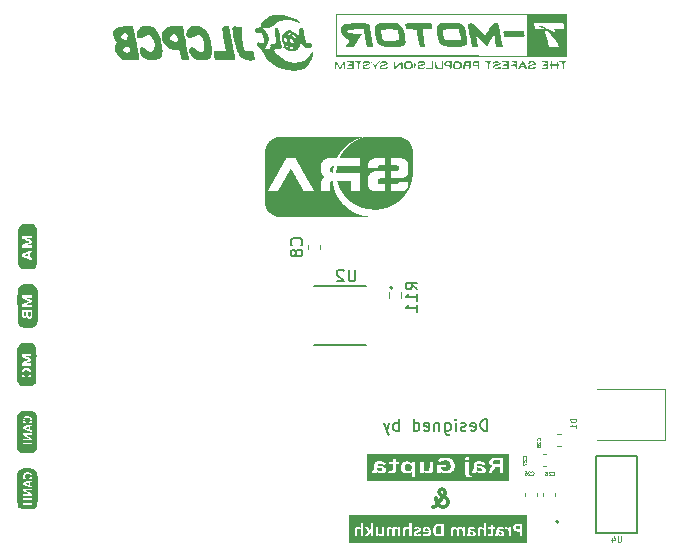
<source format=gbr>
%TF.GenerationSoftware,KiCad,Pcbnew,6.0.10-86aedd382b~118~ubuntu22.04.1*%
%TF.CreationDate,2023-04-05T16:54:16+05:30*%
%TF.ProjectId,Quadruped,51756164-7275-4706-9564-2e6b69636164,rev?*%
%TF.SameCoordinates,Original*%
%TF.FileFunction,Legend,Bot*%
%TF.FilePolarity,Positive*%
%FSLAX46Y46*%
G04 Gerber Fmt 4.6, Leading zero omitted, Abs format (unit mm)*
G04 Created by KiCad (PCBNEW 6.0.10-86aedd382b~118~ubuntu22.04.1) date 2023-04-05 16:54:16*
%MOMM*%
%LPD*%
G01*
G04 APERTURE LIST*
%ADD10C,0.300000*%
%ADD11C,0.200000*%
%ADD12C,0.150000*%
%ADD13C,0.075000*%
%ADD14C,0.120000*%
%ADD15C,0.127000*%
G04 APERTURE END LIST*
D10*
X64427142Y-119278571D02*
X64498571Y-119278571D01*
X64641428Y-119207142D01*
X64855714Y-118992857D01*
X65212857Y-118564285D01*
X65355714Y-118350000D01*
X65427142Y-118135714D01*
X65427142Y-117992857D01*
X65355714Y-117850000D01*
X65212857Y-117778571D01*
X65141428Y-117778571D01*
X64998571Y-117850000D01*
X64927142Y-117992857D01*
X64927142Y-118064285D01*
X64998571Y-118207142D01*
X65070000Y-118278571D01*
X65498571Y-118564285D01*
X65570000Y-118635714D01*
X65641428Y-118778571D01*
X65641428Y-118992857D01*
X65570000Y-119135714D01*
X65498571Y-119207142D01*
X65355714Y-119278571D01*
X65141428Y-119278571D01*
X64998571Y-119207142D01*
X64927142Y-119135714D01*
X64712857Y-118850000D01*
X64641428Y-118635714D01*
X64641428Y-118492857D01*
D11*
X69001904Y-112842380D02*
X69001904Y-111842380D01*
X68763809Y-111842380D01*
X68620952Y-111890000D01*
X68525714Y-111985238D01*
X68478095Y-112080476D01*
X68430476Y-112270952D01*
X68430476Y-112413809D01*
X68478095Y-112604285D01*
X68525714Y-112699523D01*
X68620952Y-112794761D01*
X68763809Y-112842380D01*
X69001904Y-112842380D01*
X67620952Y-112794761D02*
X67716190Y-112842380D01*
X67906666Y-112842380D01*
X68001904Y-112794761D01*
X68049523Y-112699523D01*
X68049523Y-112318571D01*
X68001904Y-112223333D01*
X67906666Y-112175714D01*
X67716190Y-112175714D01*
X67620952Y-112223333D01*
X67573333Y-112318571D01*
X67573333Y-112413809D01*
X68049523Y-112509047D01*
X67192380Y-112794761D02*
X67097142Y-112842380D01*
X66906666Y-112842380D01*
X66811428Y-112794761D01*
X66763809Y-112699523D01*
X66763809Y-112651904D01*
X66811428Y-112556666D01*
X66906666Y-112509047D01*
X67049523Y-112509047D01*
X67144761Y-112461428D01*
X67192380Y-112366190D01*
X67192380Y-112318571D01*
X67144761Y-112223333D01*
X67049523Y-112175714D01*
X66906666Y-112175714D01*
X66811428Y-112223333D01*
X66335238Y-112842380D02*
X66335238Y-112175714D01*
X66335238Y-111842380D02*
X66382857Y-111890000D01*
X66335238Y-111937619D01*
X66287619Y-111890000D01*
X66335238Y-111842380D01*
X66335238Y-111937619D01*
X65430476Y-112175714D02*
X65430476Y-112985238D01*
X65478095Y-113080476D01*
X65525714Y-113128095D01*
X65620952Y-113175714D01*
X65763809Y-113175714D01*
X65859047Y-113128095D01*
X65430476Y-112794761D02*
X65525714Y-112842380D01*
X65716190Y-112842380D01*
X65811428Y-112794761D01*
X65859047Y-112747142D01*
X65906666Y-112651904D01*
X65906666Y-112366190D01*
X65859047Y-112270952D01*
X65811428Y-112223333D01*
X65716190Y-112175714D01*
X65525714Y-112175714D01*
X65430476Y-112223333D01*
X64954285Y-112175714D02*
X64954285Y-112842380D01*
X64954285Y-112270952D02*
X64906666Y-112223333D01*
X64811428Y-112175714D01*
X64668571Y-112175714D01*
X64573333Y-112223333D01*
X64525714Y-112318571D01*
X64525714Y-112842380D01*
X63668571Y-112794761D02*
X63763809Y-112842380D01*
X63954285Y-112842380D01*
X64049523Y-112794761D01*
X64097142Y-112699523D01*
X64097142Y-112318571D01*
X64049523Y-112223333D01*
X63954285Y-112175714D01*
X63763809Y-112175714D01*
X63668571Y-112223333D01*
X63620952Y-112318571D01*
X63620952Y-112413809D01*
X64097142Y-112509047D01*
X62763809Y-112842380D02*
X62763809Y-111842380D01*
X62763809Y-112794761D02*
X62859047Y-112842380D01*
X63049523Y-112842380D01*
X63144761Y-112794761D01*
X63192380Y-112747142D01*
X63240000Y-112651904D01*
X63240000Y-112366190D01*
X63192380Y-112270952D01*
X63144761Y-112223333D01*
X63049523Y-112175714D01*
X62859047Y-112175714D01*
X62763809Y-112223333D01*
X61525714Y-112842380D02*
X61525714Y-111842380D01*
X61525714Y-112223333D02*
X61430476Y-112175714D01*
X61240000Y-112175714D01*
X61144761Y-112223333D01*
X61097142Y-112270952D01*
X61049523Y-112366190D01*
X61049523Y-112651904D01*
X61097142Y-112747142D01*
X61144761Y-112794761D01*
X61240000Y-112842380D01*
X61430476Y-112842380D01*
X61525714Y-112794761D01*
X60716190Y-112175714D02*
X60478095Y-112842380D01*
X60240000Y-112175714D02*
X60478095Y-112842380D01*
X60573333Y-113080476D01*
X60620952Y-113128095D01*
X60716190Y-113175714D01*
D12*
%TO.C,R11*%
X63082380Y-100863142D02*
X62606190Y-100529809D01*
X63082380Y-100291714D02*
X62082380Y-100291714D01*
X62082380Y-100672666D01*
X62130000Y-100767904D01*
X62177619Y-100815523D01*
X62272857Y-100863142D01*
X62415714Y-100863142D01*
X62510952Y-100815523D01*
X62558571Y-100767904D01*
X62606190Y-100672666D01*
X62606190Y-100291714D01*
X63082380Y-101815523D02*
X63082380Y-101244095D01*
X63082380Y-101529809D02*
X62082380Y-101529809D01*
X62225238Y-101434571D01*
X62320476Y-101339333D01*
X62368095Y-101244095D01*
X63082380Y-102767904D02*
X63082380Y-102196476D01*
X63082380Y-102482190D02*
X62082380Y-102482190D01*
X62225238Y-102386952D01*
X62320476Y-102291714D01*
X62368095Y-102196476D01*
D13*
%TO.C,C26*%
X72732857Y-116552142D02*
X72747142Y-116566428D01*
X72790000Y-116580714D01*
X72818571Y-116580714D01*
X72861428Y-116566428D01*
X72890000Y-116537857D01*
X72904285Y-116509285D01*
X72918571Y-116452142D01*
X72918571Y-116409285D01*
X72904285Y-116352142D01*
X72890000Y-116323571D01*
X72861428Y-116295000D01*
X72818571Y-116280714D01*
X72790000Y-116280714D01*
X72747142Y-116295000D01*
X72732857Y-116309285D01*
X72618571Y-116309285D02*
X72604285Y-116295000D01*
X72575714Y-116280714D01*
X72504285Y-116280714D01*
X72475714Y-116295000D01*
X72461428Y-116309285D01*
X72447142Y-116337857D01*
X72447142Y-116366428D01*
X72461428Y-116409285D01*
X72632857Y-116580714D01*
X72447142Y-116580714D01*
X72190000Y-116280714D02*
X72247142Y-116280714D01*
X72275714Y-116295000D01*
X72290000Y-116309285D01*
X72318571Y-116352142D01*
X72332857Y-116409285D01*
X72332857Y-116523571D01*
X72318571Y-116552142D01*
X72304285Y-116566428D01*
X72275714Y-116580714D01*
X72218571Y-116580714D01*
X72190000Y-116566428D01*
X72175714Y-116552142D01*
X72161428Y-116523571D01*
X72161428Y-116452142D01*
X72175714Y-116423571D01*
X72190000Y-116409285D01*
X72218571Y-116395000D01*
X72275714Y-116395000D01*
X72304285Y-116409285D01*
X72318571Y-116423571D01*
X72332857Y-116452142D01*
%TO.C,C25*%
X74482857Y-116592142D02*
X74497142Y-116606428D01*
X74540000Y-116620714D01*
X74568571Y-116620714D01*
X74611428Y-116606428D01*
X74640000Y-116577857D01*
X74654285Y-116549285D01*
X74668571Y-116492142D01*
X74668571Y-116449285D01*
X74654285Y-116392142D01*
X74640000Y-116363571D01*
X74611428Y-116335000D01*
X74568571Y-116320714D01*
X74540000Y-116320714D01*
X74497142Y-116335000D01*
X74482857Y-116349285D01*
X74368571Y-116349285D02*
X74354285Y-116335000D01*
X74325714Y-116320714D01*
X74254285Y-116320714D01*
X74225714Y-116335000D01*
X74211428Y-116349285D01*
X74197142Y-116377857D01*
X74197142Y-116406428D01*
X74211428Y-116449285D01*
X74382857Y-116620714D01*
X74197142Y-116620714D01*
X73925714Y-116320714D02*
X74068571Y-116320714D01*
X74082857Y-116463571D01*
X74068571Y-116449285D01*
X74040000Y-116435000D01*
X73968571Y-116435000D01*
X73940000Y-116449285D01*
X73925714Y-116463571D01*
X73911428Y-116492142D01*
X73911428Y-116563571D01*
X73925714Y-116592142D01*
X73940000Y-116606428D01*
X73968571Y-116620714D01*
X74040000Y-116620714D01*
X74068571Y-116606428D01*
X74082857Y-116592142D01*
%TO.C,C28*%
X73477142Y-113657142D02*
X73491428Y-113642857D01*
X73505714Y-113600000D01*
X73505714Y-113571428D01*
X73491428Y-113528571D01*
X73462857Y-113500000D01*
X73434285Y-113485714D01*
X73377142Y-113471428D01*
X73334285Y-113471428D01*
X73277142Y-113485714D01*
X73248571Y-113500000D01*
X73220000Y-113528571D01*
X73205714Y-113571428D01*
X73205714Y-113600000D01*
X73220000Y-113642857D01*
X73234285Y-113657142D01*
X73234285Y-113771428D02*
X73220000Y-113785714D01*
X73205714Y-113814285D01*
X73205714Y-113885714D01*
X73220000Y-113914285D01*
X73234285Y-113928571D01*
X73262857Y-113942857D01*
X73291428Y-113942857D01*
X73334285Y-113928571D01*
X73505714Y-113757142D01*
X73505714Y-113942857D01*
X73334285Y-114114285D02*
X73320000Y-114085714D01*
X73305714Y-114071428D01*
X73277142Y-114057142D01*
X73262857Y-114057142D01*
X73234285Y-114071428D01*
X73220000Y-114085714D01*
X73205714Y-114114285D01*
X73205714Y-114171428D01*
X73220000Y-114200000D01*
X73234285Y-114214285D01*
X73262857Y-114228571D01*
X73277142Y-114228571D01*
X73305714Y-114214285D01*
X73320000Y-114200000D01*
X73334285Y-114171428D01*
X73334285Y-114114285D01*
X73348571Y-114085714D01*
X73362857Y-114071428D01*
X73391428Y-114057142D01*
X73448571Y-114057142D01*
X73477142Y-114071428D01*
X73491428Y-114085714D01*
X73505714Y-114114285D01*
X73505714Y-114171428D01*
X73491428Y-114200000D01*
X73477142Y-114214285D01*
X73448571Y-114228571D01*
X73391428Y-114228571D01*
X73362857Y-114214285D01*
X73348571Y-114200000D01*
X73334285Y-114171428D01*
%TO.C,C27*%
X72277142Y-115157142D02*
X72291428Y-115142857D01*
X72305714Y-115100000D01*
X72305714Y-115071428D01*
X72291428Y-115028571D01*
X72262857Y-115000000D01*
X72234285Y-114985714D01*
X72177142Y-114971428D01*
X72134285Y-114971428D01*
X72077142Y-114985714D01*
X72048571Y-115000000D01*
X72020000Y-115028571D01*
X72005714Y-115071428D01*
X72005714Y-115100000D01*
X72020000Y-115142857D01*
X72034285Y-115157142D01*
X72034285Y-115271428D02*
X72020000Y-115285714D01*
X72005714Y-115314285D01*
X72005714Y-115385714D01*
X72020000Y-115414285D01*
X72034285Y-115428571D01*
X72062857Y-115442857D01*
X72091428Y-115442857D01*
X72134285Y-115428571D01*
X72305714Y-115257142D01*
X72305714Y-115442857D01*
X72005714Y-115542857D02*
X72005714Y-115742857D01*
X72305714Y-115614285D01*
%TO.C,U4*%
X80328952Y-121756190D02*
X80328952Y-122160952D01*
X80305142Y-122208571D01*
X80281333Y-122232380D01*
X80233714Y-122256190D01*
X80138476Y-122256190D01*
X80090857Y-122232380D01*
X80067047Y-122208571D01*
X80043238Y-122160952D01*
X80043238Y-121756190D01*
X79590857Y-121922857D02*
X79590857Y-122256190D01*
X79709904Y-121732380D02*
X79828952Y-122089523D01*
X79519428Y-122089523D01*
D12*
%TO.C,C8*%
X53257142Y-97123333D02*
X53304761Y-97075714D01*
X53352380Y-96932857D01*
X53352380Y-96837619D01*
X53304761Y-96694761D01*
X53209523Y-96599523D01*
X53114285Y-96551904D01*
X52923809Y-96504285D01*
X52780952Y-96504285D01*
X52590476Y-96551904D01*
X52495238Y-96599523D01*
X52400000Y-96694761D01*
X52352380Y-96837619D01*
X52352380Y-96932857D01*
X52400000Y-97075714D01*
X52447619Y-97123333D01*
X52780952Y-97694761D02*
X52733333Y-97599523D01*
X52685714Y-97551904D01*
X52590476Y-97504285D01*
X52542857Y-97504285D01*
X52447619Y-97551904D01*
X52400000Y-97599523D01*
X52352380Y-97694761D01*
X52352380Y-97885238D01*
X52400000Y-97980476D01*
X52447619Y-98028095D01*
X52542857Y-98075714D01*
X52590476Y-98075714D01*
X52685714Y-98028095D01*
X52733333Y-97980476D01*
X52780952Y-97885238D01*
X52780952Y-97694761D01*
X52828571Y-97599523D01*
X52876190Y-97551904D01*
X52971428Y-97504285D01*
X53161904Y-97504285D01*
X53257142Y-97551904D01*
X53304761Y-97599523D01*
X53352380Y-97694761D01*
X53352380Y-97885238D01*
X53304761Y-97980476D01*
X53257142Y-98028095D01*
X53161904Y-98075714D01*
X52971428Y-98075714D01*
X52876190Y-98028095D01*
X52828571Y-97980476D01*
X52780952Y-97885238D01*
D13*
%TO.C,D1*%
X76536190Y-111850952D02*
X76036190Y-111850952D01*
X76036190Y-111970000D01*
X76060000Y-112041428D01*
X76107619Y-112089047D01*
X76155238Y-112112857D01*
X76250476Y-112136666D01*
X76321904Y-112136666D01*
X76417142Y-112112857D01*
X76464761Y-112089047D01*
X76512380Y-112041428D01*
X76536190Y-111970000D01*
X76536190Y-111850952D01*
X76536190Y-112612857D02*
X76536190Y-112327142D01*
X76536190Y-112470000D02*
X76036190Y-112470000D01*
X76107619Y-112422380D01*
X76155238Y-112374761D01*
X76179047Y-112327142D01*
D12*
%TO.C,U2*%
X57831904Y-99190380D02*
X57831904Y-99999904D01*
X57784285Y-100095142D01*
X57736666Y-100142761D01*
X57641428Y-100190380D01*
X57450952Y-100190380D01*
X57355714Y-100142761D01*
X57308095Y-100095142D01*
X57260476Y-99999904D01*
X57260476Y-99190380D01*
X56831904Y-99285619D02*
X56784285Y-99238000D01*
X56689047Y-99190380D01*
X56450952Y-99190380D01*
X56355714Y-99238000D01*
X56308095Y-99285619D01*
X56260476Y-99380857D01*
X56260476Y-99476095D01*
X56308095Y-99618952D01*
X56879523Y-100190380D01*
X56260476Y-100190380D01*
D14*
%TO.C,R11*%
X61712500Y-101082742D02*
X61712500Y-101557258D01*
X60667500Y-101082742D02*
X60667500Y-101557258D01*
%TO.C,C26*%
X73180000Y-118084420D02*
X73180000Y-118365580D01*
X72160000Y-118084420D02*
X72160000Y-118365580D01*
%TO.C,G\u002A\u002A\u002A*%
G36*
X30469195Y-95304796D02*
G01*
X30478479Y-95310075D01*
X30580599Y-95368144D01*
X30590243Y-95373737D01*
X30710761Y-95465416D01*
X30804924Y-95580433D01*
X30868062Y-95713183D01*
X30869709Y-95718242D01*
X30876644Y-95741986D01*
X30882573Y-95768976D01*
X30887576Y-95802607D01*
X30891733Y-95846273D01*
X30895124Y-95903369D01*
X30897828Y-95977291D01*
X30899926Y-96071432D01*
X30901497Y-96189187D01*
X30902622Y-96333952D01*
X30903379Y-96509120D01*
X30903850Y-96718087D01*
X30904113Y-96964247D01*
X30904250Y-97250995D01*
X30904295Y-97417066D01*
X30904294Y-97679911D01*
X30904116Y-97904043D01*
X30903679Y-98092837D01*
X30902901Y-98249667D01*
X30901701Y-98377906D01*
X30899995Y-98480927D01*
X30897701Y-98562106D01*
X30894738Y-98624815D01*
X30891022Y-98672428D01*
X30886473Y-98708318D01*
X30881006Y-98735860D01*
X30874541Y-98758427D01*
X30866996Y-98779394D01*
X30838105Y-98841864D01*
X30769573Y-98948226D01*
X30685841Y-99044942D01*
X30599166Y-99116576D01*
X30586494Y-99124431D01*
X30559482Y-99138283D01*
X30527953Y-99148729D01*
X30486471Y-99156381D01*
X30429600Y-99161848D01*
X30351903Y-99165741D01*
X30247945Y-99168670D01*
X30112289Y-99171246D01*
X29699680Y-99178249D01*
X29587811Y-99118787D01*
X29573945Y-99111165D01*
X29453564Y-99019588D01*
X29358736Y-98897621D01*
X29292682Y-98749294D01*
X29288659Y-98736405D01*
X29281184Y-98710268D01*
X29274836Y-98682130D01*
X29269522Y-98648493D01*
X29265150Y-98605858D01*
X29261628Y-98550728D01*
X29258865Y-98479602D01*
X29256769Y-98388984D01*
X29255247Y-98275374D01*
X29254207Y-98135273D01*
X29254043Y-98092217D01*
X29642953Y-98092217D01*
X30037507Y-98252600D01*
X30092822Y-98275087D01*
X30203418Y-98320059D01*
X30300318Y-98359478D01*
X30378165Y-98391163D01*
X30431601Y-98412933D01*
X30455270Y-98422611D01*
X30463218Y-98422972D01*
X30474839Y-98397914D01*
X30478479Y-98333679D01*
X30478479Y-98235120D01*
X30283523Y-98152230D01*
X30278175Y-97961398D01*
X30272828Y-97770566D01*
X30375653Y-97732176D01*
X30478479Y-97693786D01*
X30478479Y-97598841D01*
X30477998Y-97572932D01*
X30473511Y-97523514D01*
X30465838Y-97503896D01*
X30452473Y-97508373D01*
X30409046Y-97524996D01*
X30341632Y-97551553D01*
X30256368Y-97585561D01*
X30159394Y-97624535D01*
X30056850Y-97665994D01*
X29954874Y-97707453D01*
X29859607Y-97746428D01*
X29777187Y-97780437D01*
X29713753Y-97806996D01*
X29675445Y-97823621D01*
X29672481Y-97825103D01*
X29654470Y-97845663D01*
X29645430Y-97888906D01*
X29642953Y-97965344D01*
X29642953Y-98092217D01*
X29254043Y-98092217D01*
X29253559Y-97965184D01*
X29253210Y-97761608D01*
X29253067Y-97521046D01*
X29253051Y-97349956D01*
X29642953Y-97349956D01*
X30478479Y-97349956D01*
X30478479Y-97153180D01*
X30195329Y-97147109D01*
X29912178Y-97141039D01*
X30195329Y-97023337D01*
X30478479Y-96905636D01*
X30478437Y-96825415D01*
X30478394Y-96745194D01*
X30213853Y-96637476D01*
X30168627Y-96618892D01*
X30079789Y-96581343D01*
X30006264Y-96548868D01*
X29954681Y-96524438D01*
X29931674Y-96511026D01*
X29933392Y-96507431D01*
X29962117Y-96501410D01*
X30019276Y-96496613D01*
X30099209Y-96493440D01*
X30196257Y-96492294D01*
X30478479Y-96492294D01*
X30478479Y-96316363D01*
X29642953Y-96316363D01*
X29642953Y-96576647D01*
X29796133Y-96636458D01*
X29934191Y-96691119D01*
X30056845Y-96741731D01*
X30146696Y-96781641D01*
X30205280Y-96811577D01*
X30234134Y-96832269D01*
X30234794Y-96844443D01*
X30222727Y-96850594D01*
X30178725Y-96870354D01*
X30110229Y-96899773D01*
X30023827Y-96936036D01*
X29926103Y-96976329D01*
X29642953Y-97092093D01*
X29642953Y-97349956D01*
X29253051Y-97349956D01*
X29253041Y-97240000D01*
X29253044Y-97129788D01*
X29253110Y-96864155D01*
X29253333Y-96637703D01*
X29253802Y-96446939D01*
X29254606Y-96288370D01*
X29255836Y-96158502D01*
X29257581Y-96053841D01*
X29259932Y-95970894D01*
X29262978Y-95906168D01*
X29266809Y-95856168D01*
X29271514Y-95817401D01*
X29277184Y-95786375D01*
X29283909Y-95759594D01*
X29291778Y-95733566D01*
X29326075Y-95648535D01*
X29404265Y-95524287D01*
X29503801Y-95421198D01*
X29615080Y-95350643D01*
X29645511Y-95338016D01*
X29684966Y-95325349D01*
X29730162Y-95316335D01*
X29787376Y-95310372D01*
X29862885Y-95306859D01*
X29962969Y-95305195D01*
X30093905Y-95304779D01*
X30469195Y-95304796D01*
G37*
G36*
X30138237Y-97849156D02*
G01*
X30142595Y-97897771D01*
X30144269Y-97968067D01*
X30142076Y-98044865D01*
X30134678Y-98085023D01*
X30121060Y-98092237D01*
X30119834Y-98091709D01*
X30088998Y-98079279D01*
X30034704Y-98058009D01*
X29967880Y-98032184D01*
X29960890Y-98029483D01*
X29896218Y-98002941D01*
X29846497Y-97979884D01*
X29821999Y-97965040D01*
X29821939Y-97964972D01*
X29833161Y-97953310D01*
X29870692Y-97932858D01*
X29925389Y-97907473D01*
X29988112Y-97881013D01*
X30049720Y-97857337D01*
X30101072Y-97840302D01*
X30133028Y-97833766D01*
X30138237Y-97849156D01*
G37*
G36*
X47374906Y-79847851D02*
G01*
X47457978Y-80304918D01*
X47543131Y-80766528D01*
X47608942Y-81115673D01*
X47645668Y-81300091D01*
X47648452Y-81313118D01*
X47650441Y-81397508D01*
X47595850Y-81449418D01*
X47456104Y-81474541D01*
X47202628Y-81478570D01*
X46806846Y-81467196D01*
X45923511Y-81435351D01*
X45896712Y-81073290D01*
X45869913Y-80711228D01*
X46883490Y-80711228D01*
X46724875Y-79847851D01*
X46654884Y-79460727D01*
X46590419Y-79051538D01*
X46574534Y-78796840D01*
X46611072Y-78660121D01*
X46703877Y-78604866D01*
X46856791Y-78594562D01*
X47148657Y-78594562D01*
X47374906Y-79847851D01*
G37*
G36*
X44718338Y-78607935D02*
G01*
X44769330Y-78627135D01*
X45161986Y-78896360D01*
X45457819Y-79332027D01*
X45644056Y-79908420D01*
X45707919Y-80599825D01*
X45687535Y-80935138D01*
X45599555Y-81173788D01*
X45410379Y-81357932D01*
X45216643Y-81443931D01*
X44891459Y-81482850D01*
X44550112Y-81446127D01*
X44272765Y-81335353D01*
X44176145Y-81263971D01*
X43937548Y-81020059D01*
X43792384Y-80764843D01*
X43772407Y-80548272D01*
X43815999Y-80473990D01*
X43978720Y-80389114D01*
X44169940Y-80393287D01*
X44301855Y-80495293D01*
X44313500Y-80516876D01*
X44479214Y-80668460D01*
X44708441Y-80758378D01*
X44906178Y-80747051D01*
X44984938Y-80630604D01*
X45016572Y-80366333D01*
X44987920Y-80033259D01*
X44906068Y-79703252D01*
X44778103Y-79448180D01*
X44732941Y-79390067D01*
X44619667Y-79280407D01*
X44503237Y-79290137D01*
X44310569Y-79413897D01*
X44061864Y-79541883D01*
X43797703Y-79579001D01*
X43598803Y-79502892D01*
X43508373Y-79318684D01*
X43550744Y-79020459D01*
X43726422Y-78771729D01*
X44002482Y-78606612D01*
X44344571Y-78545288D01*
X44718338Y-78607935D01*
G37*
G36*
X39533590Y-81309529D02*
G01*
X39552130Y-81439665D01*
X39551701Y-81442307D01*
X39464037Y-81471702D01*
X39257082Y-81487123D01*
X38978802Y-81489204D01*
X38677164Y-81478578D01*
X38400137Y-81455879D01*
X38195685Y-81421742D01*
X38153747Y-81409163D01*
X37880263Y-81241979D01*
X37663388Y-80974372D01*
X37526595Y-80657914D01*
X37522565Y-80619874D01*
X38196011Y-80619874D01*
X38319057Y-80755011D01*
X38537237Y-80819181D01*
X38711392Y-80792985D01*
X38781124Y-80683377D01*
X38759444Y-80509465D01*
X38630551Y-80319668D01*
X38406764Y-80308360D01*
X38367457Y-80323412D01*
X38216255Y-80455074D01*
X38196011Y-80619874D01*
X37522565Y-80619874D01*
X37493357Y-80344178D01*
X37587148Y-80084736D01*
X37614402Y-79963168D01*
X37501626Y-79766681D01*
X37389738Y-79560659D01*
X37379855Y-79510803D01*
X38024000Y-79510803D01*
X38148014Y-79640976D01*
X38386857Y-79717722D01*
X38527928Y-79650323D01*
X38546799Y-79430088D01*
X38492329Y-79247012D01*
X38394609Y-79151579D01*
X38368005Y-79152294D01*
X38158763Y-79217307D01*
X38035839Y-79353195D01*
X38024000Y-79510803D01*
X37379855Y-79510803D01*
X37328561Y-79252034D01*
X37331690Y-79165677D01*
X37405726Y-78898902D01*
X37591636Y-78722307D01*
X37907290Y-78624619D01*
X38370557Y-78594562D01*
X39032406Y-78594562D01*
X39117880Y-79012325D01*
X39118828Y-79016966D01*
X39175604Y-79308013D01*
X39198400Y-79430088D01*
X39250250Y-79707749D01*
X39333068Y-80161973D01*
X39414362Y-80616480D01*
X39426064Y-80683377D01*
X39484435Y-81017066D01*
X39533590Y-81309529D01*
G37*
G36*
X53013082Y-80453157D02*
G01*
X52957686Y-80545528D01*
X52895177Y-80592235D01*
X52630627Y-80675976D01*
X52311407Y-80675825D01*
X52010230Y-80597888D01*
X51799809Y-80448273D01*
X51787500Y-80427524D01*
X52247574Y-80427524D01*
X52256738Y-80472895D01*
X52418898Y-80485034D01*
X52474222Y-80484565D01*
X52599756Y-80453157D01*
X52576803Y-80365474D01*
X52491970Y-80301685D01*
X52489020Y-80302749D01*
X52324514Y-80362086D01*
X52247574Y-80427524D01*
X51787500Y-80427524D01*
X51733360Y-80336257D01*
X51967931Y-80336257D01*
X52038325Y-80377018D01*
X52083600Y-80368978D01*
X52095340Y-80302749D01*
X52082805Y-80289416D01*
X51981311Y-80302749D01*
X51967931Y-80336257D01*
X51733360Y-80336257D01*
X51720624Y-80314787D01*
X51768283Y-80265614D01*
X51782725Y-80264808D01*
X51822281Y-80202866D01*
X51743848Y-80018019D01*
X51660765Y-79824853D01*
X51632777Y-79553045D01*
X51810113Y-79553045D01*
X51831658Y-79748354D01*
X51870126Y-79842107D01*
X51961953Y-79931404D01*
X51985372Y-79928579D01*
X52032688Y-79828456D01*
X52020072Y-79790870D01*
X52310983Y-79790870D01*
X52324388Y-79828456D01*
X52349284Y-79898264D01*
X52495394Y-80023626D01*
X52548640Y-80034371D01*
X52608284Y-79999038D01*
X52555544Y-79829949D01*
X52523780Y-79761218D01*
X52410671Y-79618512D01*
X52325070Y-79626052D01*
X52310983Y-79790870D01*
X52020072Y-79790870D01*
X51956144Y-79600420D01*
X51866284Y-79493039D01*
X51810113Y-79553045D01*
X51632777Y-79553045D01*
X51623311Y-79461120D01*
X51701055Y-79262983D01*
X52123847Y-79262983D01*
X52126536Y-79331328D01*
X52166202Y-79360258D01*
X52252898Y-79294725D01*
X52492514Y-79294725D01*
X52577578Y-79386766D01*
X52652197Y-79459039D01*
X52790407Y-79710093D01*
X52847432Y-79994929D01*
X52846568Y-79999038D01*
X52799389Y-80223463D01*
X52752592Y-80308107D01*
X52744318Y-80377018D01*
X52852450Y-80286624D01*
X52925880Y-80079088D01*
X52924781Y-79861971D01*
X52920715Y-79847520D01*
X52804903Y-79571239D01*
X52653392Y-79352879D01*
X52516821Y-79266370D01*
X52492514Y-79294725D01*
X52252898Y-79294725D01*
X52294891Y-79262983D01*
X52311273Y-79249027D01*
X52372544Y-79171684D01*
X52273511Y-79153285D01*
X52194363Y-79169350D01*
X52123847Y-79262983D01*
X51701055Y-79262983D01*
X51752254Y-79132500D01*
X51759999Y-79121698D01*
X51984284Y-78962690D01*
X52278206Y-78940260D01*
X52589658Y-79038423D01*
X52771615Y-79171684D01*
X52866530Y-79241198D01*
X53056715Y-79532601D01*
X53063110Y-79548671D01*
X53109343Y-79628280D01*
X53119484Y-79530791D01*
X53096339Y-79235132D01*
X53080883Y-79063529D01*
X53075096Y-78826950D01*
X53118313Y-78726728D01*
X53224292Y-78705965D01*
X53365519Y-78768678D01*
X53456685Y-79012325D01*
X53483607Y-79167161D01*
X53557337Y-79573748D01*
X53615755Y-79817258D01*
X53677044Y-79939469D01*
X53759389Y-79982159D01*
X53880975Y-79987106D01*
X54064269Y-80033095D01*
X54164665Y-80165319D01*
X54134252Y-80322717D01*
X53961944Y-80442878D01*
X53670714Y-80446531D01*
X53407250Y-80292053D01*
X53238554Y-80015862D01*
X53190234Y-79868116D01*
X53163558Y-79860920D01*
X53155531Y-80064341D01*
X53152909Y-80079088D01*
X53117295Y-80279384D01*
X53013082Y-80453157D01*
G37*
G36*
X47826373Y-78616309D02*
G01*
X48232602Y-78650263D01*
X48235039Y-79384131D01*
X48238540Y-79593054D01*
X48289634Y-80130452D01*
X48408324Y-80480689D01*
X48603452Y-80661573D01*
X48883860Y-80690912D01*
X48934514Y-80684905D01*
X49131606Y-80684175D01*
X49230619Y-80770210D01*
X49291519Y-80986489D01*
X49292342Y-80990446D01*
X49331102Y-81250987D01*
X49326784Y-81407500D01*
X49325104Y-81411187D01*
X49203941Y-81481966D01*
X48976607Y-81496881D01*
X48699012Y-81462668D01*
X48427066Y-81386060D01*
X48216679Y-81273791D01*
X48107274Y-81179318D01*
X47943167Y-80980991D01*
X47814505Y-80712671D01*
X47700164Y-80324416D01*
X47579018Y-79766286D01*
X47504277Y-79386168D01*
X47438937Y-78995919D01*
X47430716Y-78759890D01*
X47487375Y-78641999D01*
X47616673Y-78606166D01*
X47826373Y-78616309D01*
G37*
G36*
X43598442Y-80548387D02*
G01*
X43671600Y-80963744D01*
X43722715Y-81270244D01*
X43742103Y-81414225D01*
X43737044Y-81429867D01*
X43629115Y-81470876D01*
X43424728Y-81469927D01*
X43413498Y-81468686D01*
X43205329Y-81421260D01*
X43098487Y-81294503D01*
X43031384Y-81017588D01*
X43017026Y-80940009D01*
X42952450Y-80709261D01*
X42840576Y-80616745D01*
X42619675Y-80599825D01*
X42537718Y-80597612D01*
X42099985Y-80495722D01*
X41766349Y-80252660D01*
X41558817Y-79883289D01*
X41499913Y-79687107D01*
X41490507Y-79633257D01*
X42135243Y-79633257D01*
X42244263Y-79776354D01*
X42366526Y-79864502D01*
X42568940Y-79926011D01*
X42733832Y-79895543D01*
X42801962Y-79773410D01*
X42801945Y-79767531D01*
X42739025Y-79456090D01*
X42585805Y-79281002D01*
X42389075Y-79267832D01*
X42195628Y-79442143D01*
X42166632Y-79490380D01*
X42135243Y-79633257D01*
X41490507Y-79633257D01*
X41443495Y-79364100D01*
X41489243Y-79116521D01*
X41643529Y-78868007D01*
X41678175Y-78824149D01*
X41802333Y-78702029D01*
X41955538Y-78632691D01*
X42185070Y-78601686D01*
X42538212Y-78594562D01*
X43222978Y-78594562D01*
X43308655Y-79012325D01*
X43343549Y-79185779D01*
X43424733Y-79605744D01*
X43456055Y-79773410D01*
X43512925Y-80077833D01*
X43598442Y-80548387D01*
G37*
G36*
X51817008Y-77657114D02*
G01*
X52319924Y-77776017D01*
X52768493Y-77958764D01*
X53108566Y-78195809D01*
X53165587Y-78254098D01*
X53189528Y-78304597D01*
X53094501Y-78286273D01*
X52858572Y-78199445D01*
X52402514Y-78069574D01*
X51908736Y-78031877D01*
X51471991Y-78105078D01*
X51125107Y-78283130D01*
X50900911Y-78559987D01*
X50878946Y-78591075D01*
X50711661Y-78674367D01*
X50444319Y-78705965D01*
X50056117Y-78705965D01*
X50277524Y-79048723D01*
X50405455Y-79298348D01*
X50497683Y-79690782D01*
X50465959Y-80048862D01*
X50308859Y-80314999D01*
X50288818Y-80333304D01*
X50183084Y-80441915D01*
X50213747Y-80482404D01*
X50398129Y-80488421D01*
X50497138Y-80484288D01*
X50632006Y-80431053D01*
X50652344Y-80293465D01*
X50649155Y-80251667D01*
X50704001Y-80123397D01*
X50895101Y-80064577D01*
X50962102Y-80055546D01*
X51096571Y-80010590D01*
X51128973Y-79888175D01*
X51089566Y-79618963D01*
X51042422Y-79324613D01*
X51015429Y-78963477D01*
X51059467Y-78765982D01*
X51177043Y-78705965D01*
X51204849Y-78708099D01*
X51299625Y-78775955D01*
X51371927Y-78973381D01*
X51440760Y-79346535D01*
X51483639Y-79621373D01*
X51542829Y-79990667D01*
X51584378Y-80237763D01*
X51592040Y-80283702D01*
X51589082Y-80419470D01*
X51496970Y-80476692D01*
X51274891Y-80488421D01*
X51199902Y-80488880D01*
X51021144Y-80506165D01*
X50969519Y-80569599D01*
X51010627Y-80707733D01*
X51047860Y-80781837D01*
X51267529Y-81039933D01*
X51596989Y-81287187D01*
X51990094Y-81493081D01*
X52400698Y-81627093D01*
X52667043Y-81670859D01*
X53188773Y-81645942D01*
X53625170Y-81445472D01*
X53996631Y-81062230D01*
X54291440Y-80655527D01*
X54232591Y-81040083D01*
X54140954Y-81383240D01*
X53872880Y-81823686D01*
X53449437Y-82179272D01*
X53111088Y-82312046D01*
X52648338Y-82366224D01*
X52135035Y-82332749D01*
X51625090Y-82215437D01*
X51172413Y-82018103D01*
X50977912Y-81892068D01*
X50626158Y-81606245D01*
X50308884Y-81282781D01*
X50066489Y-80964989D01*
X49939373Y-80696181D01*
X49858475Y-80533415D01*
X49679156Y-80373393D01*
X49544117Y-80263654D01*
X49472669Y-80096218D01*
X49482895Y-80020445D01*
X49567286Y-79964535D01*
X49771995Y-79994456D01*
X49805811Y-80002627D01*
X49986974Y-80028409D01*
X50058248Y-79957655D01*
X50070012Y-79748846D01*
X50032047Y-79388084D01*
X49910090Y-79194599D01*
X49696113Y-79176445D01*
X49635067Y-79185788D01*
X49446789Y-79137448D01*
X49333057Y-79000195D01*
X49342071Y-78822249D01*
X49423896Y-78748926D01*
X49605999Y-78705965D01*
X49740644Y-78672781D01*
X49814756Y-78546946D01*
X49857018Y-78408101D01*
X50022277Y-78182383D01*
X50274683Y-77948379D01*
X50573517Y-77748915D01*
X50864737Y-77649022D01*
X51313896Y-77611600D01*
X51817008Y-77657114D01*
G37*
G36*
X40421308Y-78594020D02*
G01*
X40840713Y-78779751D01*
X41159645Y-79145236D01*
X41377279Y-79689331D01*
X41492787Y-80410896D01*
X41510057Y-80666724D01*
X41503133Y-80921472D01*
X41440536Y-81089023D01*
X41304269Y-81249428D01*
X41192395Y-81342322D01*
X40901339Y-81461117D01*
X40573052Y-81477903D01*
X40242176Y-81407072D01*
X39943353Y-81263016D01*
X39711225Y-81060127D01*
X39580434Y-80812797D01*
X39585622Y-80535418D01*
X39630570Y-80462917D01*
X39792708Y-80386881D01*
X39982222Y-80395815D01*
X40111726Y-80496228D01*
X40249851Y-80648539D01*
X40476939Y-80733992D01*
X40685295Y-80694145D01*
X40688426Y-80691967D01*
X40808517Y-80495635D01*
X40833060Y-80195595D01*
X40773932Y-79860059D01*
X40643011Y-79557237D01*
X40452174Y-79355341D01*
X40405053Y-79328845D01*
X40232853Y-79291412D01*
X40080255Y-79412412D01*
X39918797Y-79528180D01*
X39686695Y-79590401D01*
X39468376Y-79576304D01*
X39335321Y-79479458D01*
X39318533Y-79433331D01*
X39316872Y-79174233D01*
X39409234Y-78894990D01*
X39565956Y-78696327D01*
X39632499Y-78661126D01*
X39873439Y-78595065D01*
X40160183Y-78568853D01*
X40421308Y-78594020D01*
G37*
%TO.C,C25*%
X73760000Y-118109420D02*
X73760000Y-118390580D01*
X74780000Y-118109420D02*
X74780000Y-118390580D01*
%TO.C,G\u002A\u002A\u002A*%
G36*
X68265657Y-115971251D02*
G01*
X68288008Y-115976405D01*
X68375052Y-115995151D01*
X68445292Y-116008504D01*
X68477064Y-116016315D01*
X68544964Y-116055636D01*
X68581875Y-116112368D01*
X68577995Y-116174269D01*
X68547485Y-116213991D01*
X68490180Y-116251753D01*
X68458732Y-116263825D01*
X68418332Y-116274580D01*
X68378134Y-116271567D01*
X68313702Y-116255274D01*
X68305879Y-116253038D01*
X68224440Y-116208071D01*
X68173809Y-116133624D01*
X68156396Y-116033101D01*
X68156396Y-115945607D01*
X68265657Y-115971251D01*
G37*
G36*
X58824210Y-117110039D02*
G01*
X58824210Y-116425964D01*
X59248400Y-116425964D01*
X59362026Y-116432225D01*
X59420507Y-116434297D01*
X59521706Y-116427621D01*
X59591997Y-116402673D01*
X59643408Y-116356205D01*
X59689755Y-116297424D01*
X59751871Y-116349378D01*
X59818822Y-116393389D01*
X59896714Y-116428519D01*
X59966720Y-116446183D01*
X60107482Y-116451142D01*
X60255754Y-116417172D01*
X60274603Y-116410113D01*
X60353246Y-116362575D01*
X60615013Y-116362575D01*
X60639898Y-116400914D01*
X60700931Y-116427131D01*
X60803154Y-116447881D01*
X60961857Y-116448527D01*
X61113246Y-116411092D01*
X61161741Y-116390630D01*
X61220573Y-116356691D01*
X61262719Y-116314253D01*
X61290851Y-116257102D01*
X61307643Y-116179021D01*
X61315767Y-116073797D01*
X61317895Y-115935214D01*
X61317898Y-115916114D01*
X61684242Y-115916114D01*
X61694694Y-116049610D01*
X61732666Y-116175005D01*
X61797173Y-116283386D01*
X61887227Y-116365841D01*
X61930247Y-116390002D01*
X62048467Y-116431315D01*
X62179689Y-116450830D01*
X62310129Y-116448316D01*
X62425998Y-116423543D01*
X62513511Y-116376282D01*
X62549886Y-116349993D01*
X62581636Y-116336736D01*
X62589716Y-116353186D01*
X62596799Y-116401855D01*
X62601595Y-116474990D01*
X62603360Y-116564761D01*
X62603360Y-116792786D01*
X62911862Y-116792786D01*
X62911862Y-116435878D01*
X63297489Y-116435878D01*
X63605991Y-116435878D01*
X63605991Y-116277252D01*
X63704808Y-116353467D01*
X63738177Y-116376944D01*
X63817687Y-116419942D01*
X63887982Y-116442694D01*
X63926705Y-116447745D01*
X64068431Y-116451255D01*
X64195666Y-116432251D01*
X64292985Y-116392640D01*
X64303192Y-116384903D01*
X64342267Y-116342765D01*
X64380756Y-116287166D01*
X64385603Y-116278641D01*
X64401112Y-116244147D01*
X64412381Y-116201751D01*
X64420062Y-116145104D01*
X64424808Y-116067856D01*
X64427269Y-115963657D01*
X64428099Y-115826159D01*
X64428663Y-115444465D01*
X64123407Y-115444465D01*
X64115357Y-115799348D01*
X64112812Y-115895709D01*
X64107099Y-116015443D01*
X64097153Y-116103483D01*
X64080606Y-116164665D01*
X64055095Y-116203830D01*
X64018254Y-116225814D01*
X63967718Y-116235456D01*
X63901122Y-116237595D01*
X63900996Y-116237595D01*
X63810439Y-116230358D01*
X63739434Y-116206198D01*
X63685932Y-116161392D01*
X63647885Y-116092217D01*
X63623245Y-115994951D01*
X63609963Y-115865872D01*
X63605991Y-115701256D01*
X63605991Y-115444465D01*
X63297489Y-115444465D01*
X63297489Y-116435878D01*
X62911862Y-116435878D01*
X62911862Y-115444465D01*
X62603360Y-115444465D01*
X62603360Y-115503950D01*
X62603250Y-115509984D01*
X62591652Y-115552606D01*
X62565866Y-115561489D01*
X62532905Y-115533675D01*
X62530070Y-115530080D01*
X62476332Y-115492518D01*
X62390712Y-115458615D01*
X62290929Y-115434083D01*
X62194705Y-115424637D01*
X62177244Y-115424881D01*
X62029404Y-115447127D01*
X61900127Y-115502178D01*
X61800857Y-115585364D01*
X61761879Y-115642747D01*
X61749843Y-115660467D01*
X61702296Y-115783429D01*
X61684242Y-115916114D01*
X61317898Y-115916114D01*
X61317935Y-115642747D01*
X61523603Y-115642747D01*
X61523603Y-115444465D01*
X61317935Y-115444465D01*
X61317935Y-115372499D01*
X64787287Y-115372499D01*
X64903547Y-115428310D01*
X64933318Y-115442500D01*
X64937879Y-115444465D01*
X65001853Y-115472024D01*
X65045106Y-115480067D01*
X65076381Y-115466924D01*
X65108982Y-115432894D01*
X65133538Y-115409486D01*
X65221917Y-115362443D01*
X65336710Y-115333385D01*
X65463060Y-115323913D01*
X65586110Y-115335630D01*
X65691005Y-115370137D01*
X65765061Y-115418688D01*
X65840907Y-115509128D01*
X65885456Y-115627866D01*
X65899846Y-115777121D01*
X65893992Y-115885004D01*
X65866576Y-116005219D01*
X65814876Y-116097609D01*
X65736845Y-116167069D01*
X65701979Y-116186320D01*
X65594690Y-116219774D01*
X65473361Y-116230967D01*
X65352739Y-116220646D01*
X65247565Y-116189559D01*
X65172586Y-116138454D01*
X65164750Y-116128803D01*
X65132976Y-116070957D01*
X65112148Y-116004613D01*
X65096477Y-115920343D01*
X65508421Y-115920343D01*
X65508421Y-115702232D01*
X64788583Y-115702232D01*
X64788583Y-116435878D01*
X65097085Y-116435878D01*
X65097085Y-116250825D01*
X65193491Y-116331213D01*
X65195043Y-116332501D01*
X65292507Y-116396424D01*
X65392732Y-116433543D01*
X65482888Y-116448102D01*
X65660192Y-116449281D01*
X65825041Y-116414702D01*
X65970936Y-116346936D01*
X66091375Y-116248556D01*
X66179858Y-116122132D01*
X66205202Y-116064690D01*
X66210798Y-116044579D01*
X67153765Y-116044579D01*
X67153839Y-116153375D01*
X67154432Y-116303481D01*
X67155899Y-116421409D01*
X67158574Y-116511811D01*
X67162791Y-116579340D01*
X67168882Y-116628649D01*
X67177183Y-116664391D01*
X67188025Y-116691218D01*
X67201743Y-116713783D01*
X67249721Y-116782872D01*
X67513354Y-116788549D01*
X67623330Y-116790417D01*
X67702567Y-116789769D01*
X67746372Y-116785433D01*
X67763080Y-116776520D01*
X67761023Y-116762142D01*
X67751291Y-116732112D01*
X67745060Y-116679903D01*
X67745059Y-116678872D01*
X67740131Y-116646627D01*
X67715493Y-116636650D01*
X67656061Y-116642624D01*
X67631817Y-116645626D01*
X67566761Y-116642753D01*
X67514665Y-116615089D01*
X67501473Y-116603841D01*
X67489030Y-116587781D01*
X67479539Y-116564295D01*
X67472601Y-116528776D01*
X67467818Y-116476623D01*
X67464792Y-116403230D01*
X67464540Y-116388234D01*
X67682466Y-116388234D01*
X67705048Y-116418352D01*
X67760407Y-116432125D01*
X67857713Y-116435574D01*
X67872203Y-116435552D01*
X67950588Y-116430377D01*
X68006882Y-116410558D01*
X68066339Y-116367904D01*
X68149459Y-116299930D01*
X68204189Y-116357025D01*
X68269713Y-116403143D01*
X68355482Y-116434802D01*
X68457323Y-116449972D01*
X68601806Y-116446157D01*
X68700637Y-116418347D01*
X69086653Y-116418347D01*
X69103187Y-116429205D01*
X69155015Y-116433396D01*
X69250014Y-116431883D01*
X69424584Y-116425964D01*
X69523253Y-116198435D01*
X69544865Y-116149152D01*
X69592968Y-116047668D01*
X69636024Y-115976794D01*
X69680434Y-115931100D01*
X69732596Y-115905153D01*
X69798910Y-115893523D01*
X69885775Y-115890779D01*
X70045971Y-115890601D01*
X70053124Y-116163239D01*
X70060276Y-116435878D01*
X70367327Y-116435878D01*
X70367327Y-115127213D01*
X69935730Y-115127213D01*
X69864007Y-115127266D01*
X69720891Y-115128098D01*
X69615928Y-115130543D01*
X69539710Y-115135370D01*
X69482826Y-115143347D01*
X69435867Y-115155243D01*
X69389425Y-115171826D01*
X69373347Y-115180301D01*
X69300217Y-115218849D01*
X69218638Y-115297403D01*
X69172678Y-115389665D01*
X69162831Y-115487566D01*
X69189593Y-115583037D01*
X69253458Y-115668009D01*
X69354922Y-115734415D01*
X69395737Y-115753500D01*
X69447351Y-115780201D01*
X69467530Y-115794624D01*
X69466553Y-115796771D01*
X69441817Y-115818376D01*
X69394170Y-115851543D01*
X69390027Y-115854316D01*
X69350922Y-115889893D01*
X69310545Y-115945797D01*
X69265096Y-116028065D01*
X69210773Y-116142730D01*
X69205540Y-116154310D01*
X69204624Y-116156337D01*
X69162863Y-116248568D01*
X69127101Y-116327243D01*
X69100967Y-116384394D01*
X69088090Y-116412055D01*
X69086653Y-116418347D01*
X68700637Y-116418347D01*
X68724369Y-116411669D01*
X68819144Y-116349523D01*
X68880259Y-116262733D01*
X68901847Y-116154310D01*
X68901536Y-116140083D01*
X68882434Y-116053294D01*
X68830483Y-115983687D01*
X68741161Y-115928317D01*
X68609944Y-115884239D01*
X68432311Y-115848507D01*
X68340934Y-115831512D01*
X68235814Y-115801050D01*
X68175601Y-115764617D01*
X68156396Y-115720404D01*
X68176779Y-115671353D01*
X68233715Y-115638574D01*
X68317286Y-115624147D01*
X68417560Y-115628582D01*
X68524601Y-115652393D01*
X68628477Y-115696090D01*
X68738591Y-115755952D01*
X68805905Y-115675195D01*
X68838951Y-115632609D01*
X68853457Y-115596184D01*
X68837197Y-115566360D01*
X68785080Y-115535049D01*
X68692018Y-115494162D01*
X68545029Y-115448928D01*
X68379363Y-115426687D01*
X68216236Y-115430076D01*
X68072884Y-115460044D01*
X68004297Y-115485884D01*
X67949185Y-115515908D01*
X67909746Y-115554543D01*
X67882939Y-115607999D01*
X67865722Y-115682483D01*
X67855054Y-115784205D01*
X67847894Y-115919374D01*
X67835040Y-116227681D01*
X67767539Y-116233717D01*
X67723660Y-116243041D01*
X67699582Y-116268802D01*
X67685637Y-116322561D01*
X67683496Y-116335750D01*
X67682466Y-116388234D01*
X67464540Y-116388234D01*
X67463123Y-116303993D01*
X67462415Y-116174307D01*
X67462267Y-116009570D01*
X67462267Y-115444465D01*
X67153765Y-115444465D01*
X67153765Y-116044579D01*
X66210798Y-116044579D01*
X66224459Y-115995478D01*
X66234820Y-115911897D01*
X66238587Y-115801373D01*
X66237998Y-115744247D01*
X66232344Y-115648564D01*
X66222002Y-115566333D01*
X66208333Y-115510640D01*
X66201942Y-115495207D01*
X66123575Y-115370516D01*
X66008864Y-115261642D01*
X65903167Y-115199667D01*
X67107010Y-115199667D01*
X67147338Y-115263754D01*
X67173879Y-115284212D01*
X67251967Y-115314010D01*
X67335586Y-115315279D01*
X67411530Y-115291259D01*
X67466597Y-115245186D01*
X67487582Y-115180301D01*
X67482094Y-115128059D01*
X67454477Y-115084183D01*
X67393258Y-115050868D01*
X67334328Y-115033181D01*
X67246502Y-115035445D01*
X67165450Y-115076741D01*
X67116039Y-115133044D01*
X67107010Y-115199667D01*
X65903167Y-115199667D01*
X65869335Y-115179830D01*
X65793629Y-115149719D01*
X65718267Y-115129325D01*
X65630205Y-115117708D01*
X65510100Y-115111171D01*
X65425649Y-115109567D01*
X65231420Y-115121101D01*
X65073342Y-115156558D01*
X64946603Y-115217341D01*
X64846391Y-115304856D01*
X64787287Y-115372499D01*
X61317935Y-115372499D01*
X61317935Y-115346899D01*
X61317237Y-115305980D01*
X61309640Y-115266408D01*
X61286896Y-115247559D01*
X61240809Y-115237844D01*
X61173453Y-115227809D01*
X61086558Y-115214864D01*
X61009433Y-115203375D01*
X61009433Y-115444465D01*
X60649514Y-115444465D01*
X60649514Y-115642747D01*
X61009433Y-115642747D01*
X61009433Y-115900515D01*
X61009267Y-115960021D01*
X61007506Y-116049842D01*
X61002775Y-116111170D01*
X60993799Y-116151379D01*
X60990732Y-116156980D01*
X60979305Y-116177844D01*
X60958016Y-116197939D01*
X60914667Y-116223509D01*
X60838669Y-116236194D01*
X60740400Y-116218033D01*
X60705138Y-116209454D01*
X60671521Y-116215654D01*
X60646590Y-116252732D01*
X60623905Y-116304502D01*
X60615013Y-116362575D01*
X60353246Y-116362575D01*
X60372109Y-116351173D01*
X60430805Y-116267264D01*
X60451752Y-116156980D01*
X60450436Y-116123738D01*
X60418284Y-116028574D01*
X60342851Y-115953383D01*
X60223319Y-115897547D01*
X60058869Y-115860448D01*
X59933112Y-115839075D01*
X59823780Y-115812072D01*
X59755079Y-115781837D01*
X59721113Y-115746379D01*
X59715068Y-115713591D01*
X59741627Y-115667857D01*
X59803794Y-115635313D01*
X59891939Y-115622919D01*
X60006785Y-115636125D01*
X60129814Y-115672864D01*
X60229346Y-115724975D01*
X60285487Y-115765654D01*
X60429515Y-115597794D01*
X60340273Y-115540172D01*
X60283046Y-115509108D01*
X60150041Y-115463299D01*
X59997613Y-115435615D01*
X59841002Y-115427367D01*
X59695448Y-115439868D01*
X59576193Y-115474429D01*
X59553891Y-115485053D01*
X59499108Y-115518336D01*
X59458811Y-115559447D01*
X59430405Y-115614749D01*
X59411295Y-115690603D01*
X59398885Y-115793372D01*
X59390580Y-115929418D01*
X59386680Y-116012650D01*
X59381572Y-116102667D01*
X59375645Y-116163481D01*
X59367345Y-116201240D01*
X59355118Y-116222090D01*
X59337412Y-116232177D01*
X59312672Y-116237650D01*
X59304050Y-116239309D01*
X59267915Y-116252877D01*
X59251974Y-116281591D01*
X59248400Y-116337630D01*
X59248400Y-116425964D01*
X58824210Y-116425964D01*
X58824210Y-114809961D01*
X70830080Y-114809961D01*
X70830080Y-117110039D01*
X58824210Y-117110039D01*
G37*
G36*
X70058825Y-115490731D02*
G01*
X70058589Y-115516714D01*
X70055133Y-115590546D01*
X70048416Y-115645406D01*
X70039544Y-115670957D01*
X70033810Y-115673239D01*
X69987018Y-115678472D01*
X69906596Y-115680622D01*
X69805894Y-115679216D01*
X69770929Y-115678041D01*
X69674322Y-115672854D01*
X69612629Y-115664145D01*
X69572949Y-115649293D01*
X69542382Y-115625678D01*
X69515207Y-115591549D01*
X69492518Y-115515762D01*
X69506515Y-115438151D01*
X69556341Y-115374165D01*
X69574082Y-115361197D01*
X69610457Y-115342097D01*
X69657768Y-115331327D01*
X69729500Y-115326566D01*
X69839135Y-115325495D01*
X70058825Y-115325495D01*
X70058825Y-115490731D01*
G37*
G36*
X62379468Y-115646287D02*
G01*
X62464000Y-115671696D01*
X62508449Y-115701879D01*
X62564951Y-115775124D01*
X62596615Y-115866598D01*
X62603287Y-115965825D01*
X62584812Y-116062328D01*
X62541039Y-116145632D01*
X62471813Y-116205261D01*
X62462305Y-116209832D01*
X62391073Y-116229579D01*
X62307712Y-116237595D01*
X62292374Y-116237271D01*
X62208799Y-116226514D01*
X62143611Y-116205261D01*
X62120619Y-116190793D01*
X62058925Y-116122882D01*
X62022584Y-116033898D01*
X62011779Y-115934291D01*
X62026691Y-115834511D01*
X62067503Y-115745008D01*
X62134396Y-115676232D01*
X62187093Y-115653476D01*
X62279872Y-115640314D01*
X62379468Y-115646287D01*
G37*
G36*
X59739248Y-115948919D02*
G01*
X59742069Y-115949789D01*
X59802843Y-115965898D01*
X59878259Y-115983009D01*
X59966530Y-116002950D01*
X60052554Y-116029392D01*
X60102642Y-116057587D01*
X60125603Y-116091393D01*
X60132799Y-116146942D01*
X60109288Y-116211252D01*
X60052350Y-116253627D01*
X59963109Y-116268428D01*
X59865223Y-116253271D01*
X59780453Y-116210800D01*
X59759007Y-116191248D01*
X59725037Y-116134215D01*
X59705714Y-116049337D01*
X59698549Y-115988065D01*
X59699650Y-115953723D01*
X59712333Y-115943320D01*
X59739248Y-115948919D01*
G37*
%TO.C,C28*%
X75210580Y-114160000D02*
X74929420Y-114160000D01*
X75210580Y-113140000D02*
X74929420Y-113140000D01*
%TO.C,G\u002A\u002A\u002A*%
G36*
X30181292Y-100412024D02*
G01*
X30204641Y-100412866D01*
X30325069Y-100418533D01*
X30414382Y-100426161D01*
X30482037Y-100437217D01*
X30537493Y-100453169D01*
X30590206Y-100475485D01*
X30614319Y-100488015D01*
X30712218Y-100558477D01*
X30801320Y-100650782D01*
X30871248Y-100752764D01*
X30911623Y-100852259D01*
X30917059Y-100875112D01*
X30932090Y-100935603D01*
X30941836Y-100970903D01*
X30942731Y-100981829D01*
X30944192Y-101034306D01*
X30945601Y-101125973D01*
X30946927Y-101252579D01*
X30948139Y-101409873D01*
X30949207Y-101593603D01*
X30950099Y-101799515D01*
X30950784Y-102023360D01*
X30951232Y-102260884D01*
X30951409Y-102402281D01*
X30951570Y-102671897D01*
X30951178Y-102901163D01*
X30949914Y-103093936D01*
X30947463Y-103254071D01*
X30943509Y-103385424D01*
X30937734Y-103491853D01*
X30929823Y-103577213D01*
X30919458Y-103645361D01*
X30906324Y-103700153D01*
X30890105Y-103745445D01*
X30870482Y-103785093D01*
X30847141Y-103822954D01*
X30819765Y-103862884D01*
X30817039Y-103866735D01*
X30731631Y-103957505D01*
X30616084Y-104037753D01*
X30481269Y-104113990D01*
X30069445Y-104106939D01*
X30060948Y-104106793D01*
X29919645Y-104103999D01*
X29813211Y-104100626D01*
X29734753Y-104095846D01*
X29677380Y-104088833D01*
X29634199Y-104078758D01*
X29598318Y-104064794D01*
X29562845Y-104046114D01*
X29472874Y-103986070D01*
X29363606Y-103874326D01*
X29285182Y-103734493D01*
X29236394Y-103616736D01*
X29231855Y-102615921D01*
X29622501Y-102615921D01*
X29629531Y-102894052D01*
X29632451Y-102999180D01*
X29636468Y-103083850D01*
X29642971Y-103139816D01*
X29653784Y-103176294D01*
X29670736Y-103202502D01*
X29695653Y-103227657D01*
X29722292Y-103249208D01*
X29802507Y-103281663D01*
X29883411Y-103273769D01*
X29954395Y-103225613D01*
X29968677Y-103210206D01*
X30004963Y-103175850D01*
X30021970Y-103173390D01*
X30026195Y-103200560D01*
X30028274Y-103213144D01*
X30055957Y-103257524D01*
X30105236Y-103302790D01*
X30162521Y-103337986D01*
X30214220Y-103352153D01*
X30291751Y-103342071D01*
X30379044Y-103303163D01*
X30440413Y-103241147D01*
X30448895Y-103225552D01*
X30463804Y-103181829D01*
X30474194Y-103118485D01*
X30481233Y-103026726D01*
X30486091Y-102897759D01*
X30493876Y-102615921D01*
X29622501Y-102615921D01*
X29231855Y-102615921D01*
X29230459Y-102307974D01*
X29229369Y-102059487D01*
X29228504Y-101797791D01*
X29228431Y-101575329D01*
X29229460Y-101388390D01*
X29229694Y-101373529D01*
X29623927Y-101373529D01*
X29630244Y-101503132D01*
X29636560Y-101632734D01*
X29946217Y-101748669D01*
X30009568Y-101772732D01*
X30106193Y-101810939D01*
X30182580Y-101843087D01*
X30232151Y-101866361D01*
X30248326Y-101877944D01*
X30241080Y-101882687D01*
X30200729Y-101901147D01*
X30131323Y-101929811D01*
X30039902Y-101965810D01*
X29933505Y-102006275D01*
X29626232Y-102121265D01*
X29626130Y-102242053D01*
X29626029Y-102362841D01*
X30489545Y-102362841D01*
X30489545Y-102180081D01*
X30199951Y-102173680D01*
X29910358Y-102167279D01*
X30199951Y-102055403D01*
X30489545Y-101943527D01*
X30489545Y-101793684D01*
X30199951Y-101681387D01*
X29910358Y-101569091D01*
X30199951Y-101562690D01*
X30489545Y-101556289D01*
X30489545Y-101373529D01*
X29623927Y-101373529D01*
X29229694Y-101373529D01*
X29231903Y-101233261D01*
X29236069Y-101106230D01*
X29242270Y-101003586D01*
X29250817Y-100921617D01*
X29262020Y-100856610D01*
X29276189Y-100804854D01*
X29293636Y-100762636D01*
X29314672Y-100726244D01*
X29339607Y-100691967D01*
X29368752Y-100656092D01*
X29425885Y-100592623D01*
X29507016Y-100523250D01*
X29597523Y-100472149D01*
X29622501Y-100463982D01*
X29623927Y-100463516D01*
X29703806Y-100437397D01*
X29832263Y-100417074D01*
X29989292Y-100409257D01*
X30181292Y-100412024D01*
G37*
G36*
X29963011Y-102921917D02*
G01*
X29960925Y-102981052D01*
X29945918Y-103051279D01*
X29912896Y-103088289D01*
X29857704Y-103099073D01*
X29822553Y-103095563D01*
X29780808Y-103070318D01*
X29758807Y-103014766D01*
X29752397Y-102921917D01*
X29752397Y-102799979D01*
X29963011Y-102799979D01*
X29963011Y-102921917D01*
G37*
G36*
X30359205Y-102952307D02*
G01*
X30348678Y-103047285D01*
X30324581Y-103118580D01*
X30283765Y-103156761D01*
X30222253Y-103168095D01*
X30190039Y-103164254D01*
X30134069Y-103127674D01*
X30100539Y-103052305D01*
X30089379Y-102938022D01*
X30089379Y-102799979D01*
X30368084Y-102799979D01*
X30359205Y-102952307D01*
G37*
G36*
X30161363Y-112508104D02*
G01*
X30166912Y-112535539D01*
X30168018Y-112590540D01*
X30166484Y-112636974D01*
X30158570Y-112675833D01*
X30142890Y-112687797D01*
X30142254Y-112687784D01*
X30112165Y-112681925D01*
X30058591Y-112667628D01*
X29992711Y-112648188D01*
X29925706Y-112626896D01*
X29868754Y-112607047D01*
X29865070Y-112604191D01*
X29879490Y-112590820D01*
X29928923Y-112569556D01*
X30012421Y-112540771D01*
X30129033Y-112504839D01*
X30148024Y-112500877D01*
X30161363Y-112508104D01*
G37*
G36*
X30302676Y-111152521D02*
G01*
X30380213Y-111154907D01*
X30438485Y-111159402D01*
X30483014Y-111166252D01*
X30519324Y-111175702D01*
X30609095Y-111211623D01*
X30723800Y-111286471D01*
X30811414Y-111384265D01*
X30869716Y-111502929D01*
X30873164Y-111516183D01*
X30877602Y-111544976D01*
X30881450Y-111587157D01*
X30884750Y-111644881D01*
X30887542Y-111720304D01*
X30889865Y-111815579D01*
X30891761Y-111932863D01*
X30893268Y-112074310D01*
X30894428Y-112242074D01*
X30895280Y-112438312D01*
X30895865Y-112665177D01*
X30896222Y-112924825D01*
X30896293Y-112998956D01*
X30896514Y-113250063D01*
X30896533Y-113469270D01*
X30896161Y-113658962D01*
X30895209Y-113821529D01*
X30893492Y-113959357D01*
X30890819Y-114074834D01*
X30887005Y-114170348D01*
X30881860Y-114248286D01*
X30875197Y-114311036D01*
X30866828Y-114360984D01*
X30856565Y-114400520D01*
X30844221Y-114432030D01*
X30829607Y-114457902D01*
X30812536Y-114480523D01*
X30792819Y-114502281D01*
X30770270Y-114525564D01*
X30746501Y-114548704D01*
X30684910Y-114600978D01*
X30626370Y-114642439D01*
X30551450Y-114688003D01*
X29554338Y-114688003D01*
X29445576Y-114618127D01*
X29383120Y-114573681D01*
X29326889Y-114517169D01*
X29280141Y-114444667D01*
X29223467Y-114341084D01*
X29223467Y-113980506D01*
X29700419Y-113980506D01*
X30336354Y-113980506D01*
X30336354Y-114294949D01*
X30467282Y-114294949D01*
X30467282Y-113840754D01*
X29700419Y-113840754D01*
X29700419Y-113980506D01*
X29223467Y-113980506D01*
X29223467Y-113648594D01*
X29700419Y-113648594D01*
X30467282Y-113648594D01*
X30467205Y-113574351D01*
X30467127Y-113500107D01*
X30205426Y-113351621D01*
X30143980Y-113316391D01*
X30064355Y-113269505D01*
X30000869Y-113230621D01*
X29958855Y-113203033D01*
X29943648Y-113190032D01*
X29945852Y-113188330D01*
X29974849Y-113183845D01*
X30032237Y-113180226D01*
X30111325Y-113177810D01*
X30205426Y-113176930D01*
X30467282Y-113176930D01*
X30467282Y-113037178D01*
X29700419Y-113037178D01*
X29700419Y-113209501D01*
X29920190Y-113335524D01*
X30009682Y-113386765D01*
X30091015Y-113434377D01*
X30141611Y-113467702D01*
X30161872Y-113489279D01*
X30152199Y-113501644D01*
X30112991Y-113507334D01*
X30044651Y-113508888D01*
X29947578Y-113508842D01*
X29700419Y-113508842D01*
X29700419Y-113648594D01*
X29223467Y-113648594D01*
X29223467Y-112504372D01*
X29699359Y-112504372D01*
X29709771Y-112693632D01*
X30074498Y-112812075D01*
X30103700Y-112821545D01*
X30211494Y-112856275D01*
X30305944Y-112886355D01*
X30381560Y-112910060D01*
X30432852Y-112925663D01*
X30454329Y-112931441D01*
X30458084Y-112929110D01*
X30464025Y-112903614D01*
X30463681Y-112858890D01*
X30460043Y-112824184D01*
X30448942Y-112794783D01*
X30421704Y-112776691D01*
X30368386Y-112759540D01*
X30278842Y-112733664D01*
X30289594Y-112453598D01*
X30378438Y-112427878D01*
X30419050Y-112415447D01*
X30452077Y-112399219D01*
X30465038Y-112375765D01*
X30467282Y-112335349D01*
X30467017Y-112322428D01*
X30462203Y-112283998D01*
X30453254Y-112268530D01*
X30450498Y-112269005D01*
X30420058Y-112277410D01*
X30361275Y-112295028D01*
X30279592Y-112320187D01*
X30180450Y-112351217D01*
X30069292Y-112386446D01*
X29699359Y-112504372D01*
X29223467Y-112504372D01*
X29223467Y-111915466D01*
X29686487Y-111915466D01*
X29693660Y-112004363D01*
X29720062Y-112086355D01*
X29762691Y-112152539D01*
X29818544Y-112194016D01*
X29845207Y-112202692D01*
X29869453Y-112195484D01*
X29894872Y-112162085D01*
X29902290Y-112150242D01*
X29916172Y-112120464D01*
X29908008Y-112098476D01*
X29874483Y-112069166D01*
X29869940Y-112065465D01*
X29839441Y-112033764D01*
X29825390Y-111996261D01*
X29821995Y-111938537D01*
X29825450Y-111881893D01*
X29840495Y-111839882D01*
X29872938Y-111802496D01*
X29885293Y-111791535D01*
X29922474Y-111767902D01*
X29970228Y-111754798D01*
X30041946Y-111747895D01*
X30120545Y-111747138D01*
X30216574Y-111762974D01*
X30285285Y-111800061D01*
X30328736Y-111859198D01*
X30344274Y-111904663D01*
X30344153Y-111976316D01*
X30308641Y-112040498D01*
X30236775Y-112099729D01*
X30221709Y-112110808D01*
X30212523Y-112132611D01*
X30225749Y-112168803D01*
X30246712Y-112201955D01*
X30265469Y-112216132D01*
X30288747Y-112211969D01*
X30339932Y-112187577D01*
X30391798Y-112149243D01*
X30430631Y-112106103D01*
X30442419Y-112084556D01*
X30453254Y-112045957D01*
X30463997Y-112007685D01*
X30468122Y-111918139D01*
X30455014Y-111829291D01*
X30424890Y-111754513D01*
X30394466Y-111713242D01*
X30317144Y-111652591D01*
X30214521Y-111616692D01*
X30085584Y-111605099D01*
X30022332Y-111607555D01*
X29901974Y-111629509D01*
X29808687Y-111674802D01*
X29741278Y-111744153D01*
X29698554Y-111838280D01*
X29686487Y-111915466D01*
X29223467Y-111915466D01*
X29223467Y-111508636D01*
X29265678Y-111434856D01*
X29331158Y-111344693D01*
X29425172Y-111258277D01*
X29530411Y-111196337D01*
X29536359Y-111193802D01*
X29567926Y-111182009D01*
X29602711Y-111173055D01*
X29646412Y-111166450D01*
X29704728Y-111161699D01*
X29783357Y-111158311D01*
X29887997Y-111155794D01*
X30024346Y-111153654D01*
X30067716Y-111153091D01*
X30085584Y-111152944D01*
X30200352Y-111151997D01*
X30302676Y-111152521D01*
G37*
G36*
X30055034Y-105369654D02*
G01*
X30183374Y-105370085D01*
X30279819Y-105371742D01*
X30350995Y-105375380D01*
X30403533Y-105381751D01*
X30444061Y-105391608D01*
X30479208Y-105405703D01*
X30515601Y-105424791D01*
X30538517Y-105438341D01*
X30652783Y-105532422D01*
X30744411Y-105653788D01*
X30805084Y-105791893D01*
X30807319Y-105799567D01*
X30814764Y-105828569D01*
X30821029Y-105861635D01*
X30826196Y-105902623D01*
X30830350Y-105955394D01*
X30833576Y-106023808D01*
X30835957Y-106111723D01*
X30837579Y-106222999D01*
X30838524Y-106361497D01*
X30838877Y-106531075D01*
X30838723Y-106735593D01*
X30838146Y-106978912D01*
X30837230Y-107264890D01*
X30832605Y-108613974D01*
X30783260Y-108727408D01*
X30759697Y-108775480D01*
X30677292Y-108894668D01*
X30575292Y-108992321D01*
X30465638Y-109056084D01*
X30436287Y-109066131D01*
X30387828Y-109077050D01*
X30326253Y-109084110D01*
X30244944Y-109087738D01*
X30137284Y-109088364D01*
X29996659Y-109086414D01*
X29879939Y-109083879D01*
X29776771Y-109080461D01*
X29700764Y-109075659D01*
X29645244Y-109068583D01*
X29603536Y-109058343D01*
X29568969Y-109044049D01*
X29534868Y-109024810D01*
X29450230Y-108964107D01*
X29347439Y-108851135D01*
X29273665Y-108709765D01*
X29227769Y-108590714D01*
X29227769Y-107946145D01*
X29579548Y-107946145D01*
X29587147Y-108064513D01*
X29615114Y-108173685D01*
X29660270Y-108261809D01*
X29719434Y-108317036D01*
X29747678Y-108328588D01*
X29773360Y-108318990D01*
X29800287Y-108274520D01*
X29808145Y-108258751D01*
X29822850Y-108219101D01*
X29814202Y-108189823D01*
X29778689Y-108150797D01*
X29773877Y-108145870D01*
X29741570Y-108103660D01*
X29726686Y-108053725D01*
X29723089Y-107976865D01*
X29726749Y-107901443D01*
X29742686Y-107845505D01*
X29777052Y-107795727D01*
X29790140Y-107781131D01*
X29829525Y-107749664D01*
X29880110Y-107732215D01*
X29956079Y-107723025D01*
X30039338Y-107722017D01*
X30141061Y-107743102D01*
X30213844Y-107792483D01*
X30259871Y-107871224D01*
X30276331Y-107931761D01*
X30276203Y-108027167D01*
X30238585Y-108112626D01*
X30162459Y-108191493D01*
X30146499Y-108206244D01*
X30136769Y-108235275D01*
X30150779Y-108283464D01*
X30172984Y-108327606D01*
X30192854Y-108346483D01*
X30217512Y-108340939D01*
X30271731Y-108308462D01*
X30326672Y-108257420D01*
X30367807Y-108199979D01*
X30380294Y-108171289D01*
X30403151Y-108068936D01*
X30407521Y-107949705D01*
X30393635Y-107831403D01*
X30361726Y-107731836D01*
X30329498Y-107676884D01*
X30247592Y-107596127D01*
X30138885Y-107548327D01*
X30002305Y-107532892D01*
X29935303Y-107536162D01*
X29807810Y-107565393D01*
X29708993Y-107625701D01*
X29637587Y-107718042D01*
X29592331Y-107843373D01*
X29579548Y-107946145D01*
X29227769Y-107946145D01*
X29227769Y-106322857D01*
X29592328Y-106322857D01*
X29598270Y-106453884D01*
X29604212Y-106584910D01*
X29895512Y-106702119D01*
X29955108Y-106726446D01*
X30046004Y-106765073D01*
X30117863Y-106797575D01*
X30164495Y-106821104D01*
X30179712Y-106832815D01*
X30172895Y-106837610D01*
X30134936Y-106856273D01*
X30069645Y-106885252D01*
X29983643Y-106921647D01*
X29883554Y-106962556D01*
X29594496Y-107078809D01*
X29594401Y-107200925D01*
X29594306Y-107323040D01*
X30406630Y-107323040D01*
X30406630Y-107138272D01*
X30134204Y-107131801D01*
X29861779Y-107125329D01*
X30134204Y-107012224D01*
X30406630Y-106899118D01*
X30406630Y-106747629D01*
X30134204Y-106634098D01*
X29861779Y-106520568D01*
X30134204Y-106514096D01*
X30406630Y-106507625D01*
X30406630Y-106322857D01*
X29592328Y-106322857D01*
X29227769Y-106322857D01*
X29227769Y-105846025D01*
X29274077Y-105741355D01*
X29320513Y-105650608D01*
X29421097Y-105518777D01*
X29544774Y-105424723D01*
X29551028Y-105421266D01*
X29586788Y-105403059D01*
X29592328Y-105400983D01*
X29622395Y-105389716D01*
X29664481Y-105380486D01*
X29719674Y-105374616D01*
X29794603Y-105371355D01*
X29895897Y-105369950D01*
X30030187Y-105369648D01*
X30055034Y-105369654D01*
G37*
%TO.C,C27*%
X74010580Y-115860000D02*
X73729420Y-115860000D01*
X74010580Y-114840000D02*
X73729420Y-114840000D01*
D15*
%TO.C,U4*%
X81685000Y-121502500D02*
X81685000Y-114997500D01*
X78180000Y-121502500D02*
X81685000Y-121502500D01*
X81685000Y-114997500D02*
X78180000Y-114997500D01*
X78180000Y-114997500D02*
X78180000Y-121502500D01*
D11*
X75032500Y-120540000D02*
G75*
G03*
X75032500Y-120540000I-100000J0D01*
G01*
D14*
%TO.C,C8*%
X53820000Y-97149420D02*
X53820000Y-97430580D01*
X54840000Y-97149420D02*
X54840000Y-97430580D01*
%TO.C,D1*%
X84020000Y-109300000D02*
X78320000Y-109300000D01*
X84020000Y-113600000D02*
X78320000Y-113600000D01*
X84020000Y-109300000D02*
X84020000Y-113600000D01*
%TO.C,G\u002A\u002A\u002A*%
G36*
X63969321Y-121133113D02*
G01*
X64017256Y-121179674D01*
X64046850Y-121245957D01*
X64056502Y-121284415D01*
X63706583Y-121284415D01*
X63715729Y-121238682D01*
X63731949Y-121186972D01*
X63767104Y-121140352D01*
X63820411Y-121113793D01*
X63836866Y-121109915D01*
X63907654Y-121108962D01*
X63969321Y-121133113D01*
G37*
G36*
X67568069Y-121377397D02*
G01*
X67592190Y-121386000D01*
X67648447Y-121402218D01*
X67718602Y-121419258D01*
X67765695Y-121439406D01*
X67801768Y-121479385D01*
X67814775Y-121532480D01*
X67810106Y-121565306D01*
X67783442Y-121607571D01*
X67736115Y-121631313D01*
X67679706Y-121634830D01*
X67624124Y-121615387D01*
X67580948Y-121573605D01*
X67552985Y-121512345D01*
X67543041Y-121434468D01*
X67543118Y-121420883D01*
X67545425Y-121387348D01*
X67552877Y-121374826D01*
X67568069Y-121377397D01*
G37*
G36*
X57331554Y-122342748D02*
G01*
X57331554Y-121770676D01*
X57787279Y-121770676D01*
X57987801Y-121770676D01*
X57992195Y-121477854D01*
X57992933Y-121430077D01*
X57994580Y-121342726D01*
X57996599Y-121278093D01*
X57999440Y-121232121D01*
X58003550Y-121200751D01*
X58009377Y-121179927D01*
X58017369Y-121165589D01*
X58027973Y-121153680D01*
X58064250Y-121132215D01*
X58117813Y-121122212D01*
X58174831Y-121126765D01*
X58223992Y-121146299D01*
X58250502Y-121166245D01*
X58272446Y-121191306D01*
X58288589Y-121224170D01*
X58299960Y-121268994D01*
X58307589Y-121329938D01*
X58312506Y-121411160D01*
X58315742Y-121516819D01*
X58321568Y-121770676D01*
X58518604Y-121770676D01*
X58518604Y-121758243D01*
X58636988Y-121758243D01*
X58648922Y-121765753D01*
X58680322Y-121769596D01*
X58735727Y-121770676D01*
X58841496Y-121770676D01*
X58969111Y-121599055D01*
X58991243Y-121569517D01*
X59034334Y-121513378D01*
X59070324Y-121468307D01*
X59095963Y-121438321D01*
X59108002Y-121427433D01*
X59108119Y-121427442D01*
X59112457Y-121441469D01*
X59116005Y-121478431D01*
X59118400Y-121532802D01*
X59119280Y-121599055D01*
X59119280Y-121770676D01*
X59319505Y-121770676D01*
X59548334Y-121770676D01*
X59748559Y-121770676D01*
X59748559Y-121642713D01*
X59810212Y-121704366D01*
X59829376Y-121722266D01*
X59877506Y-121757609D01*
X59919263Y-121775498D01*
X59947005Y-121780187D01*
X60039697Y-121782019D01*
X60083671Y-121770676D01*
X60476049Y-121770676D01*
X60678176Y-121770676D01*
X60678176Y-121473220D01*
X60678404Y-121375132D01*
X60679285Y-121301343D01*
X60681163Y-121247761D01*
X60684382Y-121210297D01*
X60689286Y-121184861D01*
X60696218Y-121167361D01*
X60705523Y-121153708D01*
X60710571Y-121148138D01*
X60750860Y-121125530D01*
X60802616Y-121119387D01*
X60855755Y-121129588D01*
X60900191Y-121156015D01*
X60911476Y-121167570D01*
X60930466Y-121194620D01*
X60944431Y-121229578D01*
X60954076Y-121276576D01*
X60960105Y-121339745D01*
X60963223Y-121423217D01*
X60964132Y-121531121D01*
X60964212Y-121770676D01*
X61162832Y-121770676D01*
X61167210Y-121470818D01*
X61168764Y-121377323D01*
X61170740Y-121298526D01*
X61173343Y-121240945D01*
X61176928Y-121200713D01*
X61181851Y-121173965D01*
X61188468Y-121156833D01*
X61197134Y-121145452D01*
X61201011Y-121141969D01*
X61239738Y-121125075D01*
X61290465Y-121120958D01*
X61341450Y-121129335D01*
X61380952Y-121149919D01*
X61398163Y-121166869D01*
X61417515Y-121193719D01*
X61431536Y-121227629D01*
X61441034Y-121272903D01*
X61446817Y-121333844D01*
X61449694Y-121414754D01*
X61450473Y-121519935D01*
X61450473Y-121770676D01*
X61650699Y-121770676D01*
X61861766Y-121770676D01*
X62062466Y-121770676D01*
X62067934Y-121488216D01*
X62068703Y-121452416D01*
X62072289Y-121342746D01*
X62077198Y-121259407D01*
X62083376Y-121203149D01*
X62090769Y-121174721D01*
X62104341Y-121157968D01*
X62145196Y-121132904D01*
X62196388Y-121119456D01*
X62246359Y-121121573D01*
X62264282Y-121126403D01*
X62306360Y-121143178D01*
X62338507Y-121167715D01*
X62361985Y-121203472D01*
X62378053Y-121253905D01*
X62387970Y-121322472D01*
X62392997Y-121412629D01*
X62394392Y-121527835D01*
X62394392Y-121770676D01*
X62594617Y-121770676D01*
X62594617Y-121517979D01*
X62767510Y-121517979D01*
X62770853Y-121585921D01*
X62787677Y-121641931D01*
X62788864Y-121644178D01*
X62830228Y-121696079D01*
X62890231Y-121740112D01*
X62959313Y-121769192D01*
X62967780Y-121770676D01*
X63033471Y-121782189D01*
X63145766Y-121779770D01*
X63264453Y-121753928D01*
X63289436Y-121743476D01*
X63330518Y-121718671D01*
X63369425Y-121688359D01*
X63398434Y-121658794D01*
X63409820Y-121636230D01*
X63405674Y-121625694D01*
X63385739Y-121598614D01*
X63354872Y-121565506D01*
X63299923Y-121511850D01*
X63254214Y-121554548D01*
X63250433Y-121557967D01*
X63198179Y-121591381D01*
X63135255Y-121613833D01*
X63072292Y-121622583D01*
X63019920Y-121614894D01*
X62989459Y-121595301D01*
X62963227Y-121561907D01*
X62954397Y-121536697D01*
X62959744Y-121515807D01*
X62984805Y-121490840D01*
X63002632Y-121478573D01*
X63050576Y-121456887D01*
X63106669Y-121441147D01*
X63185503Y-121421125D01*
X63203614Y-121413131D01*
X63524235Y-121413131D01*
X64053401Y-121413131D01*
X64053401Y-121446771D01*
X64047165Y-121477066D01*
X64023717Y-121523162D01*
X63989799Y-121566155D01*
X63952859Y-121595060D01*
X63934253Y-121602710D01*
X63878219Y-121612134D01*
X63817204Y-121608165D01*
X63759450Y-121592674D01*
X63713200Y-121567533D01*
X63686695Y-121534615D01*
X63681338Y-121524629D01*
X63665416Y-121513244D01*
X63643819Y-121520646D01*
X63611044Y-121540256D01*
X63576667Y-121565550D01*
X63549545Y-121589983D01*
X63538536Y-121607009D01*
X63539040Y-121611931D01*
X63551139Y-121636230D01*
X63554428Y-121642836D01*
X63586318Y-121679936D01*
X63627967Y-121716291D01*
X63672627Y-121744961D01*
X63699297Y-121755895D01*
X63764460Y-121771520D01*
X63840103Y-121780114D01*
X63914777Y-121780654D01*
X63977031Y-121772119D01*
X64063221Y-121738360D01*
X64142178Y-121681945D01*
X64202969Y-121608817D01*
X64240935Y-121523369D01*
X64240961Y-121523277D01*
X64249257Y-121478044D01*
X64254984Y-121417382D01*
X64256904Y-121354395D01*
X64254657Y-121303357D01*
X64246778Y-121262306D01*
X64426882Y-121262306D01*
X64436123Y-121354395D01*
X64440178Y-121394799D01*
X64473499Y-121506966D01*
X64526981Y-121599008D01*
X64600762Y-121671127D01*
X64694981Y-121723524D01*
X64809773Y-121756402D01*
X64825411Y-121758734D01*
X64877575Y-121763449D01*
X64947837Y-121767237D01*
X65028955Y-121769760D01*
X65113687Y-121770676D01*
X65340563Y-121770676D01*
X65941239Y-121770676D01*
X66141464Y-121770676D01*
X66141464Y-121476765D01*
X66141682Y-121377767D01*
X66142550Y-121303206D01*
X66144408Y-121248997D01*
X66147596Y-121211058D01*
X66152454Y-121185306D01*
X66159322Y-121167659D01*
X66168541Y-121154033D01*
X66198227Y-121131514D01*
X66247441Y-121119980D01*
X66301832Y-121126209D01*
X66351771Y-121150392D01*
X66363395Y-121159948D01*
X66385339Y-121185986D01*
X66401692Y-121221183D01*
X66413215Y-121269418D01*
X66420667Y-121334567D01*
X66424809Y-121420509D01*
X66426401Y-121531121D01*
X66427500Y-121770676D01*
X66627726Y-121770676D01*
X66627726Y-121476765D01*
X66627943Y-121377767D01*
X66628811Y-121303206D01*
X66630669Y-121248997D01*
X66633857Y-121211058D01*
X66638715Y-121185306D01*
X66645583Y-121167659D01*
X66654802Y-121154033D01*
X66684395Y-121131580D01*
X66733599Y-121120011D01*
X66788034Y-121126155D01*
X66838064Y-121150212D01*
X66856529Y-121165767D01*
X66876832Y-121191284D01*
X66891690Y-121225057D01*
X66901917Y-121271149D01*
X66908328Y-121333624D01*
X66911735Y-121416543D01*
X66912954Y-121523970D01*
X66913762Y-121770676D01*
X67113987Y-121770676D01*
X67113987Y-121733831D01*
X67251244Y-121733831D01*
X67263054Y-121757457D01*
X67292686Y-121767955D01*
X67345460Y-121770457D01*
X67370492Y-121769992D01*
X67433813Y-121760606D01*
X67477849Y-121737295D01*
X67508101Y-121697592D01*
X67531738Y-121651883D01*
X67565733Y-121695321D01*
X67571786Y-121702427D01*
X67611592Y-121736257D01*
X67657484Y-121761868D01*
X67682674Y-121770676D01*
X67686420Y-121771986D01*
X67770528Y-121785070D01*
X67848112Y-121774349D01*
X67855791Y-121770676D01*
X68186622Y-121770676D01*
X68386847Y-121770676D01*
X68386847Y-121485438D01*
X68386874Y-121423133D01*
X68387229Y-121341314D01*
X68388360Y-121281293D01*
X68390716Y-121238837D01*
X68394746Y-121209718D01*
X68400900Y-121189704D01*
X68409625Y-121174566D01*
X68421371Y-121160072D01*
X68444996Y-121136927D01*
X68475346Y-121123750D01*
X68520598Y-121121295D01*
X68535338Y-121122160D01*
X68584747Y-121131513D01*
X68623136Y-121147435D01*
X68644817Y-121163929D01*
X68665643Y-121188566D01*
X68680794Y-121221741D01*
X68691111Y-121267460D01*
X68697437Y-121329728D01*
X68700615Y-121412551D01*
X68701487Y-121519935D01*
X68701487Y-121770676D01*
X68901712Y-121770676D01*
X68901712Y-121714203D01*
X69050732Y-121714203D01*
X69056471Y-121738616D01*
X69081682Y-121754941D01*
X69130541Y-121770545D01*
X69131284Y-121770676D01*
X69204544Y-121783599D01*
X69290178Y-121779672D01*
X69367055Y-121756055D01*
X69428047Y-121714101D01*
X69450222Y-121687847D01*
X69452161Y-121684241D01*
X69674009Y-121684241D01*
X69674235Y-121701653D01*
X69679209Y-121738770D01*
X69695166Y-121759571D01*
X69727945Y-121768669D01*
X69783383Y-121770676D01*
X69793453Y-121770574D01*
X69853424Y-121762823D01*
X69896325Y-121739772D01*
X69930517Y-121697249D01*
X69956666Y-121654251D01*
X69986775Y-121696535D01*
X69992657Y-121703972D01*
X70030009Y-121736831D01*
X70074565Y-121761899D01*
X70145097Y-121780388D01*
X70224823Y-121780803D01*
X70299054Y-121761437D01*
X70361400Y-121724057D01*
X70405470Y-121670430D01*
X70424446Y-121615688D01*
X70431791Y-121547037D01*
X70425993Y-121479296D01*
X70406977Y-121424674D01*
X70383546Y-121395771D01*
X70328774Y-121356348D01*
X70254862Y-121323263D01*
X70167422Y-121299450D01*
X70159546Y-121297887D01*
X70082021Y-121280808D01*
X70029093Y-121265079D01*
X69997197Y-121249407D01*
X69982763Y-121232497D01*
X69974534Y-121195332D01*
X69980223Y-121153994D01*
X70002011Y-121127598D01*
X70005759Y-121125715D01*
X70056850Y-121114007D01*
X70120406Y-121116632D01*
X70186557Y-121131459D01*
X70245433Y-121156354D01*
X70287163Y-121189187D01*
X70301956Y-121204078D01*
X70323810Y-121210328D01*
X70347559Y-121193678D01*
X70377630Y-121152325D01*
X70378983Y-121150201D01*
X70398910Y-121114414D01*
X70403769Y-121087237D01*
X70390848Y-121063491D01*
X70357436Y-121037995D01*
X70320614Y-121016904D01*
X70519508Y-121016904D01*
X70522921Y-121057871D01*
X70530234Y-121104358D01*
X70531009Y-121107884D01*
X70537897Y-121129390D01*
X70551164Y-121140920D01*
X70578218Y-121145777D01*
X70626468Y-121147264D01*
X70668974Y-121149335D01*
X70714969Y-121158056D01*
X70749984Y-121176467D01*
X70775596Y-121207713D01*
X70793385Y-121254941D01*
X70804932Y-121321296D01*
X70811814Y-121409924D01*
X70815612Y-121523970D01*
X70816114Y-121547037D01*
X70820984Y-121770676D01*
X71018379Y-121770676D01*
X71018379Y-120997965D01*
X71205373Y-120997965D01*
X71206728Y-121058006D01*
X71210170Y-121111563D01*
X71217565Y-121156360D01*
X71231381Y-121191970D01*
X71254543Y-121228846D01*
X71295111Y-121277441D01*
X71347545Y-121317378D01*
X71412597Y-121344458D01*
X71495327Y-121360717D01*
X71600794Y-121368193D01*
X71762072Y-121373313D01*
X71762072Y-121770676D01*
X71976599Y-121770676D01*
X71976599Y-120695313D01*
X71714539Y-120700252D01*
X71683500Y-120700843D01*
X71598371Y-120702719D01*
X71535156Y-120705042D01*
X71488731Y-120708522D01*
X71453969Y-120713868D01*
X71425745Y-120721790D01*
X71398934Y-120733000D01*
X71368411Y-120748207D01*
X71345840Y-120760153D01*
X71302427Y-120788559D01*
X71271649Y-120821738D01*
X71243119Y-120869772D01*
X71241074Y-120873683D01*
X71220325Y-120917292D01*
X71209165Y-120954890D01*
X71205373Y-120997965D01*
X71018379Y-120997965D01*
X71018379Y-120969775D01*
X70818154Y-120969775D01*
X70818154Y-121090707D01*
X70774494Y-121037740D01*
X70773273Y-121036271D01*
X70714652Y-120986916D01*
X70644417Y-120961137D01*
X70569252Y-120961422D01*
X70535372Y-120970352D01*
X70521336Y-120985837D01*
X70519508Y-121016904D01*
X70320614Y-121016904D01*
X70300823Y-121005568D01*
X70260995Y-120987556D01*
X70171512Y-120964018D01*
X70070885Y-120954969D01*
X69968609Y-120961665D01*
X69958848Y-120963373D01*
X69892072Y-120987970D01*
X69835612Y-121029946D01*
X69798424Y-121082922D01*
X69794316Y-121098979D01*
X69790487Y-121127095D01*
X69788432Y-121142180D01*
X69782869Y-121204352D01*
X69778108Y-121279862D01*
X69774627Y-121363075D01*
X69766971Y-121606205D01*
X69720490Y-121610687D01*
X69698899Y-121613404D01*
X69681696Y-121621771D01*
X69675087Y-121642712D01*
X69674009Y-121684241D01*
X69452161Y-121684241D01*
X69471225Y-121648782D01*
X69486109Y-121598241D01*
X69495709Y-121531978D01*
X69500857Y-121445743D01*
X69502388Y-121335289D01*
X69502388Y-121127095D01*
X69616802Y-121127095D01*
X69616802Y-120969775D01*
X69503815Y-120969775D01*
X69499526Y-120887809D01*
X69495237Y-120805842D01*
X69303357Y-120774482D01*
X69299184Y-120868553D01*
X69295012Y-120962624D01*
X69073334Y-120970978D01*
X69073334Y-121127095D01*
X69302163Y-121127095D01*
X69302163Y-121335121D01*
X69302138Y-121376886D01*
X69301649Y-121446307D01*
X69299934Y-121494668D01*
X69296225Y-121527086D01*
X69289754Y-121548678D01*
X69279755Y-121564560D01*
X69265460Y-121579850D01*
X69259794Y-121585398D01*
X69236781Y-121603086D01*
X69211556Y-121609488D01*
X69175846Y-121605243D01*
X69121382Y-121590990D01*
X69111168Y-121588838D01*
X69095247Y-121593183D01*
X69081797Y-121613908D01*
X69066044Y-121656680D01*
X69060293Y-121674332D01*
X69050732Y-121714203D01*
X68901712Y-121714203D01*
X68901712Y-120640834D01*
X68701487Y-120640834D01*
X68701487Y-121075239D01*
X68662157Y-121038442D01*
X68655841Y-121032636D01*
X68593069Y-120987395D01*
X68524213Y-120962861D01*
X68439729Y-120955473D01*
X68385565Y-120958778D01*
X68315620Y-120978892D01*
X68261599Y-121019642D01*
X68218801Y-121083760D01*
X68212237Y-121097178D01*
X68203219Y-121119207D01*
X68196605Y-121143929D01*
X68192024Y-121175662D01*
X68189105Y-121218723D01*
X68187479Y-121277432D01*
X68186774Y-121356107D01*
X68186622Y-121459067D01*
X68186622Y-121770676D01*
X67855791Y-121770676D01*
X67915261Y-121742232D01*
X67968065Y-121691128D01*
X68002615Y-121623447D01*
X68015000Y-121541596D01*
X68009660Y-121486114D01*
X67987362Y-121428905D01*
X67945610Y-121381825D01*
X67882160Y-121343144D01*
X67794773Y-121311132D01*
X67681204Y-121284059D01*
X67630768Y-121270993D01*
X67577782Y-121245681D01*
X67549721Y-121214293D01*
X67547804Y-121178455D01*
X67573247Y-121139794D01*
X67597585Y-121123598D01*
X67649136Y-121112171D01*
X67711267Y-121116185D01*
X67776358Y-121134843D01*
X67836789Y-121167348D01*
X67863612Y-121185631D01*
X67895218Y-121205233D01*
X67911730Y-121212803D01*
X67918010Y-121208757D01*
X67937041Y-121186749D01*
X67961453Y-121152020D01*
X68000866Y-121091341D01*
X67954607Y-121051815D01*
X67935469Y-121036537D01*
X67849535Y-120989108D01*
X67747077Y-120963043D01*
X67626301Y-120957831D01*
X67586671Y-120959953D01*
X67520969Y-120968711D01*
X67472116Y-120986170D01*
X67432311Y-121015793D01*
X67393756Y-121061040D01*
X67390682Y-121065274D01*
X67380427Y-121082976D01*
X67372985Y-121105486D01*
X67367775Y-121137563D01*
X67364210Y-121183967D01*
X67361709Y-121249455D01*
X67359687Y-121338788D01*
X67358593Y-121383999D01*
X67355351Y-121464711D01*
X67350963Y-121529676D01*
X67345756Y-121574610D01*
X67340059Y-121595226D01*
X67325135Y-121605835D01*
X67292868Y-121613356D01*
X67287567Y-121613495D01*
X67269693Y-121619514D01*
X67259601Y-121639707D01*
X67253069Y-121681283D01*
X67251938Y-121691943D01*
X67251244Y-121733831D01*
X67113987Y-121733831D01*
X67113987Y-120969775D01*
X66913762Y-120969775D01*
X66913762Y-121075499D01*
X66867281Y-121031504D01*
X66837417Y-121004804D01*
X66791361Y-120974136D01*
X66742365Y-120959323D01*
X66678263Y-120955473D01*
X66672849Y-120955502D01*
X66586223Y-120965394D01*
X66520008Y-120992618D01*
X66475847Y-121036514D01*
X66474251Y-121039057D01*
X66455597Y-121068213D01*
X66444736Y-121084190D01*
X66442204Y-121084587D01*
X66425787Y-121072797D01*
X66401077Y-121046744D01*
X66388855Y-121033093D01*
X66332789Y-120988021D01*
X66266009Y-120963136D01*
X66181505Y-120955527D01*
X66127685Y-120958625D01*
X66058307Y-120977406D01*
X66006799Y-121015071D01*
X65969325Y-121073759D01*
X65968244Y-121076165D01*
X65959407Y-121098973D01*
X65952761Y-121125064D01*
X65947995Y-121158658D01*
X65944801Y-121203975D01*
X65942869Y-121265235D01*
X65941889Y-121346657D01*
X65941553Y-121452461D01*
X65941239Y-121770676D01*
X65340563Y-121770676D01*
X65340563Y-120694599D01*
X65072405Y-120701546D01*
X64957721Y-120705444D01*
X64866568Y-120711221D01*
X64794193Y-120719941D01*
X64735687Y-120732673D01*
X64686139Y-120750484D01*
X64640640Y-120774445D01*
X64594279Y-120805624D01*
X64562404Y-120831708D01*
X64519596Y-120881723D01*
X64480427Y-120950274D01*
X64462305Y-120988629D01*
X64446331Y-121030325D01*
X64436538Y-121072508D01*
X64430903Y-121124552D01*
X64427401Y-121195827D01*
X64426882Y-121262306D01*
X64246778Y-121262306D01*
X64234977Y-121200820D01*
X64194116Y-121115077D01*
X64130915Y-121043263D01*
X64085950Y-121008604D01*
X64023208Y-120977370D01*
X63949482Y-120960518D01*
X63856725Y-120955473D01*
X63769560Y-120962728D01*
X63683423Y-120990596D01*
X63615297Y-121039934D01*
X63564056Y-121111342D01*
X63546953Y-121146634D01*
X63532693Y-121188832D01*
X63525939Y-121236182D01*
X63524235Y-121300350D01*
X63524235Y-121413131D01*
X63203614Y-121413131D01*
X63271815Y-121383027D01*
X63332899Y-121332326D01*
X63369214Y-121268607D01*
X63381217Y-121191453D01*
X63380750Y-121174356D01*
X63364195Y-121097072D01*
X63324501Y-121035965D01*
X63262437Y-120991626D01*
X63178771Y-120964645D01*
X63074273Y-120955613D01*
X63046259Y-120955912D01*
X62983959Y-120960119D01*
X62933827Y-120971023D01*
X62883990Y-120990820D01*
X62854540Y-121005294D01*
X62814941Y-121031441D01*
X62800970Y-121057271D01*
X62811267Y-121087454D01*
X62844474Y-121126660D01*
X62897940Y-121181414D01*
X62948500Y-121147104D01*
X62993008Y-121126212D01*
X63055123Y-121113397D01*
X63117409Y-121113496D01*
X63167630Y-121127598D01*
X63173398Y-121131312D01*
X63191951Y-121160346D01*
X63192710Y-121197788D01*
X63174824Y-121231332D01*
X63168797Y-121235701D01*
X63137253Y-121249840D01*
X63088556Y-121266206D01*
X63030456Y-121282078D01*
X63008078Y-121287714D01*
X62922487Y-121313961D01*
X62860314Y-121342998D01*
X62817306Y-121377237D01*
X62789214Y-121419093D01*
X62777558Y-121451350D01*
X62767510Y-121517979D01*
X62594617Y-121517979D01*
X62594617Y-120640834D01*
X62394392Y-120640834D01*
X62394392Y-120855361D01*
X62394377Y-120867352D01*
X62393225Y-120952294D01*
X62390351Y-121015994D01*
X62385919Y-121056007D01*
X62380090Y-121069888D01*
X62376479Y-121069413D01*
X62365789Y-121055271D01*
X62359982Y-121045660D01*
X62335590Y-121023931D01*
X62298631Y-120998064D01*
X62285107Y-120989700D01*
X62242104Y-120968179D01*
X62198627Y-120958023D01*
X62140741Y-120955473D01*
X62069563Y-120960283D01*
X61999220Y-120981082D01*
X61946239Y-121020317D01*
X61906587Y-121080136D01*
X61901467Y-121090956D01*
X61891648Y-121114957D01*
X61884242Y-121141187D01*
X61878797Y-121174041D01*
X61874862Y-121217915D01*
X61871984Y-121277205D01*
X61869713Y-121356305D01*
X61867595Y-121459612D01*
X61861766Y-121770676D01*
X61650699Y-121770676D01*
X61650699Y-120969775D01*
X61464775Y-120969775D01*
X61464775Y-121019832D01*
X61463613Y-121045449D01*
X61455571Y-121066188D01*
X61437463Y-121061756D01*
X61406485Y-121032774D01*
X61353014Y-120987742D01*
X61291531Y-120962952D01*
X61213790Y-120955473D01*
X61201842Y-120955636D01*
X61119015Y-120967443D01*
X61054377Y-120997007D01*
X61010971Y-121043015D01*
X61008983Y-121046334D01*
X60990415Y-121073178D01*
X60978120Y-121084190D01*
X60976857Y-121083887D01*
X60961657Y-121070526D01*
X60939494Y-121043482D01*
X60889671Y-120996709D01*
X60817102Y-120965860D01*
X60725848Y-120955473D01*
X60714878Y-120955607D01*
X60628716Y-120968409D01*
X60561777Y-121002218D01*
X60513705Y-121057203D01*
X60508924Y-121065741D01*
X60500754Y-121084498D01*
X60494530Y-121108152D01*
X60489908Y-121140654D01*
X60486545Y-121185954D01*
X60484098Y-121248004D01*
X60483342Y-121281384D01*
X60482223Y-121330756D01*
X60480575Y-121438159D01*
X60476049Y-121770676D01*
X60083671Y-121770676D01*
X60119903Y-121761330D01*
X60184720Y-121719225D01*
X60231245Y-121656807D01*
X60237797Y-121643389D01*
X60246818Y-121621323D01*
X60253435Y-121596574D01*
X60258018Y-121564822D01*
X60260939Y-121521747D01*
X60262566Y-121463029D01*
X60263271Y-121384348D01*
X60263424Y-121281384D01*
X60263424Y-120969775D01*
X60063199Y-120969775D01*
X60063199Y-121256461D01*
X60063167Y-121328750D01*
X60062793Y-121408163D01*
X60061628Y-121466079D01*
X60059218Y-121506644D01*
X60055112Y-121533999D01*
X60048857Y-121552290D01*
X60040002Y-121565660D01*
X60028094Y-121578252D01*
X59992373Y-121603153D01*
X59937519Y-121615427D01*
X59880032Y-121605935D01*
X59826928Y-121576141D01*
X59785228Y-121527513D01*
X59781819Y-121521491D01*
X59771909Y-121499768D01*
X59764608Y-121473217D01*
X59759374Y-121437083D01*
X59755667Y-121386611D01*
X59752946Y-121317046D01*
X59750671Y-121223632D01*
X59745369Y-120969775D01*
X59548334Y-120969775D01*
X59548334Y-121770676D01*
X59319505Y-121770676D01*
X59319505Y-120640834D01*
X59119280Y-120640834D01*
X59119280Y-120955473D01*
X59119183Y-120997621D01*
X59118322Y-121084833D01*
X59116685Y-121159770D01*
X59114411Y-121218350D01*
X59111640Y-121256492D01*
X59108512Y-121270113D01*
X59107311Y-121269648D01*
X59092117Y-121254746D01*
X59064105Y-121221996D01*
X59026807Y-121175645D01*
X58983752Y-121119944D01*
X58869760Y-120969775D01*
X58764847Y-120969775D01*
X58734782Y-120970034D01*
X58691865Y-120972479D01*
X58671737Y-120978108D01*
X58670529Y-120987652D01*
X58672307Y-120990389D01*
X58688810Y-121013174D01*
X58718369Y-121052541D01*
X58757439Y-121103796D01*
X58802473Y-121162247D01*
X58816058Y-121179890D01*
X58858381Y-121236224D01*
X58892594Y-121283838D01*
X58915479Y-121318164D01*
X58923822Y-121334633D01*
X58919869Y-121343737D01*
X58901608Y-121373463D01*
X58871054Y-121419032D01*
X58831039Y-121476252D01*
X58784394Y-121540934D01*
X58751931Y-121585571D01*
X58708362Y-121646351D01*
X58672750Y-121697080D01*
X58648111Y-121733442D01*
X58637462Y-121751121D01*
X58636988Y-121758243D01*
X58518604Y-121758243D01*
X58518604Y-120640834D01*
X58318379Y-120640834D01*
X58318379Y-120855361D01*
X58318233Y-120893800D01*
X58317146Y-120963423D01*
X58315171Y-121019274D01*
X58312515Y-121056411D01*
X58309386Y-121069888D01*
X58302370Y-121066502D01*
X58278509Y-121048664D01*
X58245881Y-121020640D01*
X58218095Y-120998263D01*
X58162002Y-120969529D01*
X58095008Y-120956949D01*
X58009634Y-120958559D01*
X58005625Y-120958910D01*
X57929749Y-120975547D01*
X57871494Y-121011837D01*
X57824967Y-121071383D01*
X57821127Y-121078171D01*
X57812654Y-121096914D01*
X57806202Y-121120212D01*
X57801416Y-121152073D01*
X57797940Y-121196506D01*
X57795419Y-121257517D01*
X57793497Y-121339116D01*
X57791821Y-121445310D01*
X57787279Y-121770676D01*
X57331554Y-121770676D01*
X57331554Y-120011555D01*
X72334144Y-120011555D01*
X72334144Y-122342748D01*
X57331554Y-122342748D01*
G37*
G36*
X65126036Y-121602952D02*
G01*
X64993563Y-121596023D01*
X64934776Y-121591460D01*
X64835101Y-121573359D01*
X64758681Y-121541367D01*
X64703227Y-121493094D01*
X64666450Y-121426153D01*
X64646063Y-121338153D01*
X64639775Y-121226707D01*
X64639801Y-121214154D01*
X64641511Y-121152204D01*
X64647332Y-121106975D01*
X64659264Y-121068319D01*
X64679306Y-121026087D01*
X64681505Y-121021921D01*
X64718043Y-120965805D01*
X64761479Y-120926371D01*
X64817023Y-120901199D01*
X64889883Y-120887870D01*
X64985268Y-120883964D01*
X65126036Y-120883964D01*
X65126036Y-121602952D01*
G37*
G36*
X71762072Y-121198604D02*
G01*
X71633582Y-121198604D01*
X71581990Y-121198249D01*
X71536968Y-121195847D01*
X71506791Y-121189620D01*
X71483803Y-121177803D01*
X71460352Y-121158629D01*
X71454694Y-121153491D01*
X71429557Y-121125028D01*
X71417871Y-121093343D01*
X71414514Y-121045836D01*
X71414477Y-121040329D01*
X71424424Y-120968569D01*
X71453095Y-120915389D01*
X71499168Y-120883326D01*
X71502448Y-120882220D01*
X71537435Y-120875852D01*
X71589475Y-120871362D01*
X71648589Y-120869663D01*
X71762072Y-120869663D01*
X71762072Y-121198604D01*
G37*
G36*
X69985074Y-121377717D02*
G01*
X70004511Y-121384362D01*
X70045873Y-121396168D01*
X70095913Y-121408929D01*
X70102251Y-121410477D01*
X70165693Y-121430090D01*
X70205418Y-121453512D01*
X70225942Y-121484683D01*
X70231780Y-121527545D01*
X70229140Y-121555428D01*
X70206351Y-121601997D01*
X70160271Y-121631966D01*
X70155370Y-121633541D01*
X70111610Y-121634676D01*
X70062225Y-121620627D01*
X70020806Y-121594997D01*
X69989618Y-121550892D01*
X69968086Y-121487604D01*
X69960125Y-121415176D01*
X69961092Y-121390719D01*
X69968029Y-121375038D01*
X69985074Y-121377717D01*
G37*
D15*
%TO.C,U2*%
X58725000Y-105600000D02*
X54325000Y-105600000D01*
X58725000Y-100600000D02*
X54325000Y-100600000D01*
D11*
X60965000Y-100740000D02*
G75*
G03*
X60965000Y-100740000I-100000J0D01*
G01*
%TO.C,G\u002A\u002A\u002A*%
G36*
X72935232Y-81547771D02*
G01*
X73062465Y-81612560D01*
X73102908Y-81737554D01*
X73093570Y-81808386D01*
X73033178Y-81869717D01*
X72889821Y-81906372D01*
X72745652Y-81932035D01*
X72609777Y-81965932D01*
X72555196Y-82001262D01*
X72562839Y-82046176D01*
X72573866Y-82058825D01*
X72670269Y-82094601D01*
X72808164Y-82101059D01*
X72936733Y-82079788D01*
X73005159Y-82032372D01*
X73020414Y-82005619D01*
X73073737Y-82001509D01*
X73090317Y-82031606D01*
X73083300Y-82129362D01*
X73030757Y-82179019D01*
X72898728Y-82214038D01*
X72733524Y-82216942D01*
X72577723Y-82187891D01*
X72473899Y-82127049D01*
X72434343Y-82057143D01*
X72451028Y-81951119D01*
X72561550Y-81871107D01*
X72753550Y-81830223D01*
X72830771Y-81820726D01*
X72959718Y-81776558D01*
X72998770Y-81719386D01*
X72943725Y-81669907D01*
X72790380Y-81648814D01*
X72764280Y-81649305D01*
X72641451Y-81668079D01*
X72591499Y-81705638D01*
X72589848Y-81719220D01*
X72534675Y-81762461D01*
X72518221Y-81760556D01*
X72478894Y-81710962D01*
X72498226Y-81630838D01*
X72567735Y-81569659D01*
X72644068Y-81549762D01*
X72790380Y-81535168D01*
X72935232Y-81547771D01*
G37*
G36*
X59880257Y-81543010D02*
G01*
X59858327Y-81606652D01*
X59760587Y-81722549D01*
X59627322Y-81900909D01*
X59578971Y-82063488D01*
X59563655Y-82168089D01*
X59522147Y-82217047D01*
X59482787Y-82172224D01*
X59465324Y-82057208D01*
X59430847Y-81915269D01*
X59295447Y-81734617D01*
X59254411Y-81693577D01*
X59172921Y-81595943D01*
X59153982Y-81543453D01*
X59167494Y-81541827D01*
X59244217Y-81585620D01*
X59356930Y-81681369D01*
X59531467Y-81847696D01*
X59656794Y-81691432D01*
X59668988Y-81676673D01*
X59775250Y-81576261D01*
X59862163Y-81535168D01*
X59880257Y-81543010D01*
G37*
G36*
X70008831Y-81586671D02*
G01*
X70113899Y-81666348D01*
X70135230Y-81737803D01*
X70087015Y-81836002D01*
X69957944Y-81906147D01*
X69767886Y-81932931D01*
X69625667Y-81953459D01*
X69579866Y-82018166D01*
X69583991Y-82042670D01*
X69649115Y-82089326D01*
X69807159Y-82103401D01*
X69858109Y-82101952D01*
X69984041Y-82082160D01*
X70034452Y-82046577D01*
X70036103Y-82032995D01*
X70091275Y-81989754D01*
X70098598Y-81990193D01*
X70143923Y-82035955D01*
X70135347Y-82117716D01*
X70077069Y-82179414D01*
X70069202Y-82182218D01*
X69957287Y-82202029D01*
X69799911Y-82212561D01*
X69737291Y-82211100D01*
X69567752Y-82165682D01*
X69484622Y-82077456D01*
X69489755Y-81972758D01*
X69585005Y-81877922D01*
X69772225Y-81819284D01*
X69805600Y-81814051D01*
X69934996Y-81777922D01*
X69993716Y-81734049D01*
X69993973Y-81721389D01*
X69939940Y-81677824D01*
X69827700Y-81659519D01*
X69700971Y-81669209D01*
X69603468Y-81709629D01*
X69512743Y-81752255D01*
X69478444Y-81713170D01*
X69524237Y-81618963D01*
X69543370Y-81600326D01*
X69674396Y-81549708D01*
X69845940Y-81546474D01*
X70008831Y-81586671D01*
G37*
G36*
X58201773Y-81540233D02*
G01*
X58334305Y-81560873D01*
X58385682Y-81591991D01*
X58364372Y-81625018D01*
X58272036Y-81648814D01*
X58245749Y-81650030D01*
X58189769Y-81677525D01*
X58164372Y-81762517D01*
X58158389Y-81932931D01*
X58154554Y-82035274D01*
X58133980Y-82165942D01*
X58101566Y-82217047D01*
X58081097Y-82197874D01*
X58054964Y-82095003D01*
X58044743Y-81932931D01*
X58043397Y-81818908D01*
X58029055Y-81705036D01*
X57986994Y-81658026D01*
X57902684Y-81648814D01*
X57809254Y-81634707D01*
X57760626Y-81591991D01*
X57788485Y-81568606D01*
X57902003Y-81544509D01*
X58073154Y-81535168D01*
X58201773Y-81540233D01*
G37*
G36*
X61188888Y-81550441D02*
G01*
X61216604Y-81647714D01*
X61228014Y-81805078D01*
X61229183Y-82074989D01*
X61473678Y-81795519D01*
X61588119Y-81674480D01*
X61710980Y-81574821D01*
X61785037Y-81557374D01*
X61821100Y-81631715D01*
X61844293Y-81775447D01*
X61852220Y-81944107D01*
X61842816Y-82093433D01*
X61814019Y-82179165D01*
X61741949Y-82216557D01*
X61695984Y-82150480D01*
X61679736Y-81975548D01*
X61678040Y-81734049D01*
X61466649Y-81976428D01*
X61351064Y-82102170D01*
X61232671Y-82198240D01*
X61159930Y-82194394D01*
X61123290Y-82087920D01*
X61113199Y-81876108D01*
X61119235Y-81722136D01*
X61139755Y-81586926D01*
X61170022Y-81535168D01*
X61188888Y-81550441D01*
G37*
G36*
X67585016Y-82030079D02*
G01*
X67564495Y-82165289D01*
X67534228Y-82217047D01*
X67496856Y-82181777D01*
X67477405Y-82074989D01*
X67454597Y-81968801D01*
X67368406Y-81932931D01*
X67272413Y-81939722D01*
X67129500Y-81997583D01*
X67079642Y-82109480D01*
X67070190Y-82169712D01*
X67024893Y-82217047D01*
X67014506Y-82213123D01*
X66986809Y-82139936D01*
X66975863Y-82003786D01*
X66980941Y-81843537D01*
X66992299Y-81762461D01*
X67108054Y-81762461D01*
X67151341Y-81827479D01*
X67292729Y-81865502D01*
X67384395Y-81870213D01*
X67459575Y-81844585D01*
X67477405Y-81762461D01*
X67471098Y-81703085D01*
X67420856Y-81658734D01*
X67292729Y-81659420D01*
X67160900Y-81692110D01*
X67108054Y-81762461D01*
X66992299Y-81762461D01*
X67001322Y-81698053D01*
X67036279Y-81606197D01*
X67058432Y-81588490D01*
X67176730Y-81550365D01*
X67342304Y-81535168D01*
X67591051Y-81535168D01*
X67591051Y-81876108D01*
X67585016Y-82030079D01*
G37*
G36*
X73140790Y-78485653D02*
G01*
X73149680Y-78502744D01*
X73102908Y-78523535D01*
X73072826Y-78519434D01*
X73065026Y-78485653D01*
X73073354Y-78478852D01*
X73140790Y-78485653D01*
G37*
G36*
X65994914Y-82007327D02*
G01*
X65972804Y-82149401D01*
X65940353Y-82219484D01*
X65905478Y-82203955D01*
X65876100Y-82089195D01*
X65850514Y-82012553D01*
X65774107Y-81965602D01*
X65616443Y-81943869D01*
X65562119Y-81939570D01*
X65437156Y-81917773D01*
X65385253Y-81867430D01*
X65374944Y-81765273D01*
X65375204Y-81762461D01*
X65488590Y-81762461D01*
X65495091Y-81813766D01*
X65550399Y-81863395D01*
X65687472Y-81876108D01*
X65777256Y-81872393D01*
X65864106Y-81840789D01*
X65886353Y-81762461D01*
X65879852Y-81711156D01*
X65824545Y-81661527D01*
X65687472Y-81648814D01*
X65597688Y-81652529D01*
X65510838Y-81684133D01*
X65488590Y-81762461D01*
X65375204Y-81762461D01*
X65382433Y-81684173D01*
X65436861Y-81593520D01*
X65561617Y-81547788D01*
X65777354Y-81535168D01*
X66000000Y-81535168D01*
X66000000Y-81876108D01*
X65994914Y-82007327D01*
G37*
G36*
X69225487Y-81540233D02*
G01*
X69358019Y-81560873D01*
X69409396Y-81591991D01*
X69388085Y-81625018D01*
X69295749Y-81648814D01*
X69269463Y-81650030D01*
X69213483Y-81677525D01*
X69188086Y-81762517D01*
X69182103Y-81932931D01*
X69178268Y-82035274D01*
X69157694Y-82165942D01*
X69125279Y-82217047D01*
X69104811Y-82197874D01*
X69078677Y-82095003D01*
X69068456Y-81932931D01*
X69067111Y-81818908D01*
X69052768Y-81705036D01*
X69010708Y-81658026D01*
X68926398Y-81648814D01*
X68832968Y-81634707D01*
X68784340Y-81591991D01*
X68812199Y-81568606D01*
X68925717Y-81544509D01*
X69096868Y-81535168D01*
X69225487Y-81540233D01*
G37*
G36*
X63586676Y-81567315D02*
G01*
X63724043Y-81637569D01*
X63771032Y-81732270D01*
X63731039Y-81828406D01*
X63607457Y-81902964D01*
X63403681Y-81932931D01*
X63261462Y-81953459D01*
X63215660Y-82018166D01*
X63250043Y-82065374D01*
X63357254Y-82098575D01*
X63494945Y-82105025D01*
X63619210Y-82083400D01*
X63686143Y-82032372D01*
X63701560Y-82005667D01*
X63755799Y-82002587D01*
X63768103Y-82042189D01*
X63728209Y-82130439D01*
X63684296Y-82164234D01*
X63539066Y-82207740D01*
X63358385Y-82215455D01*
X63191896Y-82182556D01*
X63135792Y-82131328D01*
X63102013Y-82013169D01*
X63112009Y-81940939D01*
X63165998Y-81878241D01*
X63287581Y-81837502D01*
X63499776Y-81806781D01*
X63593042Y-81782286D01*
X63641834Y-81734049D01*
X63628361Y-81707104D01*
X63540988Y-81670855D01*
X63411470Y-81658487D01*
X63285934Y-81672148D01*
X63210502Y-81713983D01*
X63183670Y-81744500D01*
X63125417Y-81747983D01*
X63107117Y-81674953D01*
X63174718Y-81606092D01*
X63301554Y-81557895D01*
X63460664Y-81546561D01*
X63586676Y-81567315D01*
G37*
G36*
X68323718Y-82030079D02*
G01*
X68303198Y-82165289D01*
X68272930Y-82217047D01*
X68235559Y-82181777D01*
X68216107Y-82074989D01*
X68216026Y-82062618D01*
X68200343Y-81977258D01*
X68135255Y-81940685D01*
X67988814Y-81932931D01*
X67945046Y-81932708D01*
X67821429Y-81920905D01*
X67771084Y-81874014D01*
X67761521Y-81768540D01*
X67761890Y-81762461D01*
X67875168Y-81762461D01*
X67876926Y-81791798D01*
X67920859Y-81858248D01*
X68045637Y-81876108D01*
X68089642Y-81874935D01*
X68189318Y-81845647D01*
X68216107Y-81762461D01*
X68214349Y-81733124D01*
X68170416Y-81666674D01*
X68045637Y-81648814D01*
X68001633Y-81649987D01*
X67901957Y-81679275D01*
X67875168Y-81762461D01*
X67761890Y-81762461D01*
X67765184Y-81708244D01*
X67811892Y-81603616D01*
X67928546Y-81550161D01*
X68135520Y-81535168D01*
X68329754Y-81535168D01*
X68329754Y-81876108D01*
X68323718Y-82030079D01*
G37*
G36*
X62900382Y-81571382D02*
G01*
X62922917Y-81694504D01*
X62931543Y-81876108D01*
X62925508Y-82030079D01*
X62904988Y-82165289D01*
X62874720Y-82217047D01*
X62849058Y-82180833D01*
X62826523Y-82057712D01*
X62817897Y-81876108D01*
X62823933Y-81722136D01*
X62844453Y-81586926D01*
X62874720Y-81535168D01*
X62900382Y-81571382D01*
G37*
G36*
X72337463Y-82099562D02*
G01*
X72364206Y-82189894D01*
X72341809Y-82220396D01*
X72281651Y-82198504D01*
X72230010Y-82131812D01*
X72217396Y-82110064D01*
X72119492Y-82056895D01*
X71976813Y-82045980D01*
X71836636Y-82075978D01*
X71746235Y-82145545D01*
X71704845Y-82195634D01*
X71647118Y-82200780D01*
X71642560Y-82140553D01*
X71682226Y-82012919D01*
X71704132Y-81964016D01*
X71852796Y-81964016D01*
X71887944Y-81980918D01*
X71994854Y-81989754D01*
X72022361Y-81989398D01*
X72112978Y-81970700D01*
X72123226Y-81906581D01*
X72060204Y-81773553D01*
X71987523Y-81642586D01*
X71920159Y-81790432D01*
X71873869Y-81899110D01*
X71852796Y-81964016D01*
X71704132Y-81964016D01*
X71753101Y-81854699D01*
X71838127Y-81699758D01*
X71920246Y-81581960D01*
X71982400Y-81535168D01*
X72014252Y-81557362D01*
X72089257Y-81654479D01*
X72180872Y-81799072D01*
X72241014Y-81906581D01*
X72269980Y-81958361D01*
X72337463Y-82099562D01*
G37*
G36*
X72136913Y-79143943D02*
G01*
X72145575Y-79276917D01*
X72170824Y-79398138D01*
X72173231Y-79428775D01*
X72140509Y-79454691D01*
X72055411Y-79473091D01*
X71902618Y-79485879D01*
X71666814Y-79494957D01*
X71332681Y-79502226D01*
X70460626Y-79517942D01*
X70424732Y-79375884D01*
X70410517Y-79320402D01*
X70379090Y-79187940D01*
X70374222Y-79094902D01*
X70410424Y-79034348D01*
X70502207Y-78999336D01*
X70664082Y-78982922D01*
X70910560Y-78978164D01*
X71256152Y-78978121D01*
X72136913Y-78978121D01*
X72136913Y-79143943D01*
G37*
G36*
X67269185Y-80077952D02*
G01*
X67187500Y-80173674D01*
X67057882Y-80251912D01*
X66948311Y-80290217D01*
X66771503Y-80318927D01*
X66518388Y-80335072D01*
X66170470Y-80340497D01*
X65764289Y-80330943D01*
X65439796Y-80291789D01*
X65197836Y-80211326D01*
X65023347Y-80077881D01*
X64901266Y-79879782D01*
X64816530Y-79605356D01*
X64754076Y-79242932D01*
X64726093Y-79029829D01*
X64720469Y-78971723D01*
X65227384Y-78971723D01*
X65235121Y-79003162D01*
X65262614Y-79142258D01*
X65292157Y-79319061D01*
X65303382Y-79384935D01*
X65342856Y-79557776D01*
X65383542Y-79674206D01*
X65386294Y-79679238D01*
X65424539Y-79720444D01*
X65496665Y-79747781D01*
X65622605Y-79763956D01*
X65822288Y-79771675D01*
X66115646Y-79773647D01*
X66120967Y-79773646D01*
X66383093Y-79772495D01*
X66597543Y-79769437D01*
X66742328Y-79764933D01*
X66795459Y-79759441D01*
X66795295Y-79752575D01*
X66780066Y-79636960D01*
X66745801Y-79462146D01*
X66700609Y-79262290D01*
X66652598Y-79071553D01*
X66609876Y-78924091D01*
X66580551Y-78854064D01*
X66547917Y-78840147D01*
X66408128Y-78825602D01*
X66175638Y-78825246D01*
X65863429Y-78839344D01*
X65848439Y-78840270D01*
X65568066Y-78859679D01*
X65383135Y-78878915D01*
X65276286Y-78901592D01*
X65230156Y-78931323D01*
X65227384Y-78971723D01*
X64720469Y-78971723D01*
X64707846Y-78841289D01*
X64709260Y-78716498D01*
X64731119Y-78628471D01*
X64774205Y-78550220D01*
X64838990Y-78467235D01*
X64935055Y-78394356D01*
X65069776Y-78345063D01*
X65261853Y-78315110D01*
X65529986Y-78300251D01*
X65892874Y-78296242D01*
X65985759Y-78296460D01*
X66359798Y-78306529D01*
X66640986Y-78341076D01*
X66846201Y-78413064D01*
X66992319Y-78535456D01*
X67096218Y-78721215D01*
X67174774Y-78983305D01*
X67244866Y-79334688D01*
X67269300Y-79476628D01*
X67305819Y-79750353D01*
X67305884Y-79759441D01*
X67307203Y-79943819D01*
X67269185Y-80077952D01*
G37*
G36*
X57703803Y-82217047D02*
G01*
X57419687Y-82217047D01*
X57317344Y-82213212D01*
X57186676Y-82192638D01*
X57135570Y-82160224D01*
X57141366Y-82147486D01*
X57220532Y-82116003D01*
X57362863Y-82103401D01*
X57428208Y-82101854D01*
X57552624Y-82077432D01*
X57590156Y-82018166D01*
X57586031Y-81993661D01*
X57520907Y-81947005D01*
X57362863Y-81932931D01*
X57311914Y-81931482D01*
X57185981Y-81911690D01*
X57135570Y-81876108D01*
X57141366Y-81863370D01*
X57220532Y-81831887D01*
X57362863Y-81819284D01*
X57428208Y-81817737D01*
X57552624Y-81793316D01*
X57590156Y-81734049D01*
X57578907Y-81696767D01*
X57500850Y-81659692D01*
X57331098Y-81648814D01*
X57257722Y-81646997D01*
X57134113Y-81628099D01*
X57107159Y-81591991D01*
X57135561Y-81572815D01*
X57253577Y-81545782D01*
X57423040Y-81535168D01*
X57703803Y-81535168D01*
X57703803Y-82217047D01*
G37*
G36*
X60404574Y-81567315D02*
G01*
X60541940Y-81637569D01*
X60588930Y-81732270D01*
X60548936Y-81828406D01*
X60425354Y-81902964D01*
X60221578Y-81932931D01*
X60079359Y-81953459D01*
X60033557Y-82018166D01*
X60038950Y-82039942D01*
X60112645Y-82088043D01*
X60238929Y-82104623D01*
X60374445Y-82087916D01*
X60475831Y-82036160D01*
X60487980Y-82024796D01*
X60560904Y-81995712D01*
X60586897Y-82042360D01*
X60543835Y-82133176D01*
X60528808Y-82148951D01*
X60410915Y-82200368D01*
X60209004Y-82205578D01*
X60144405Y-82200844D01*
X60013599Y-82178976D01*
X59953142Y-82130141D01*
X59930533Y-82034353D01*
X59929658Y-82026389D01*
X59933861Y-81933040D01*
X59985166Y-81874002D01*
X60105720Y-81836256D01*
X60317673Y-81806781D01*
X60410939Y-81782286D01*
X60459731Y-81734049D01*
X60446258Y-81707104D01*
X60358885Y-81670855D01*
X60229368Y-81658487D01*
X60103831Y-81672148D01*
X60028399Y-81713983D01*
X60001567Y-81744500D01*
X59943314Y-81747983D01*
X59925014Y-81674953D01*
X59992615Y-81606092D01*
X60119451Y-81557895D01*
X60278561Y-81546561D01*
X60404574Y-81567315D01*
G37*
G36*
X74182550Y-82217047D02*
G01*
X73898434Y-82217047D01*
X73796091Y-82213212D01*
X73665423Y-82192638D01*
X73614318Y-82160224D01*
X73620113Y-82147486D01*
X73699279Y-82116003D01*
X73841611Y-82103401D01*
X73906956Y-82101854D01*
X74031371Y-82077432D01*
X74068904Y-82018166D01*
X74064778Y-81993661D01*
X73999654Y-81947005D01*
X73841611Y-81932931D01*
X73790661Y-81931482D01*
X73664728Y-81911690D01*
X73614318Y-81876108D01*
X73620113Y-81863370D01*
X73699279Y-81831887D01*
X73841611Y-81819284D01*
X73906956Y-81817737D01*
X74031371Y-81793316D01*
X74068904Y-81734049D01*
X74064778Y-81709545D01*
X73999654Y-81662889D01*
X73841611Y-81648814D01*
X73790661Y-81647365D01*
X73664728Y-81627574D01*
X73614318Y-81591991D01*
X73633491Y-81571523D01*
X73736362Y-81545389D01*
X73898434Y-81535168D01*
X74182550Y-81535168D01*
X74182550Y-82217047D01*
G37*
G36*
X70829977Y-82217047D02*
G01*
X70545861Y-82217047D01*
X70443518Y-82213212D01*
X70312850Y-82192638D01*
X70261745Y-82160224D01*
X70267541Y-82147486D01*
X70346706Y-82116003D01*
X70489038Y-82103401D01*
X70554383Y-82101854D01*
X70678799Y-82077432D01*
X70716331Y-82018166D01*
X70712206Y-81993661D01*
X70647082Y-81947005D01*
X70489038Y-81932931D01*
X70438088Y-81931482D01*
X70312156Y-81911690D01*
X70261745Y-81876108D01*
X70267541Y-81863370D01*
X70346706Y-81831887D01*
X70489038Y-81819284D01*
X70554383Y-81817737D01*
X70678799Y-81793316D01*
X70716331Y-81734049D01*
X70712206Y-81709545D01*
X70647082Y-81662889D01*
X70489038Y-81648814D01*
X70438088Y-81647365D01*
X70312156Y-81627574D01*
X70261745Y-81591991D01*
X70280918Y-81571523D01*
X70383789Y-81545389D01*
X70545861Y-81535168D01*
X70829977Y-81535168D01*
X70829977Y-82217047D01*
G37*
G36*
X69926484Y-78342138D02*
G01*
X69935336Y-78363662D01*
X69965332Y-78479949D01*
X70008463Y-78677336D01*
X70060379Y-78935427D01*
X70116727Y-79233826D01*
X70143077Y-79377212D01*
X70198029Y-79673412D01*
X70245895Y-79927720D01*
X70282267Y-80116828D01*
X70302737Y-80217427D01*
X70312895Y-80273397D01*
X70297036Y-80322611D01*
X70220046Y-80337841D01*
X70055888Y-80331073D01*
X69779180Y-80313468D01*
X69697205Y-79816264D01*
X69679110Y-79710918D01*
X69639914Y-79510151D01*
X69606061Y-79371236D01*
X69583342Y-79319435D01*
X69562572Y-79340125D01*
X69494005Y-79440464D01*
X69392619Y-79605159D01*
X69271770Y-79813049D01*
X68992085Y-80306287D01*
X68517698Y-79798468D01*
X68406704Y-79680727D01*
X68237849Y-79509199D01*
X68130819Y-79414900D01*
X68077899Y-79391511D01*
X68071374Y-79432707D01*
X68130437Y-79749600D01*
X68172661Y-80020435D01*
X68190920Y-80205154D01*
X68183629Y-80291636D01*
X68130116Y-80315787D01*
X68010402Y-80334846D01*
X67870080Y-80343288D01*
X67753422Y-80338637D01*
X67704698Y-80318417D01*
X67700604Y-80291923D01*
X67678808Y-80170760D01*
X67641407Y-79969528D01*
X67592010Y-79707586D01*
X67534228Y-79404295D01*
X67498716Y-79216992D01*
X67445201Y-78927257D01*
X67402413Y-78686075D01*
X67374036Y-78514441D01*
X67363758Y-78433351D01*
X67369412Y-78408627D01*
X67443073Y-78366186D01*
X67613314Y-78353065D01*
X67705255Y-78355381D01*
X67796313Y-78372143D01*
X67884641Y-78417406D01*
X67989890Y-78505198D01*
X68131711Y-78649545D01*
X68329754Y-78864474D01*
X68337488Y-78872940D01*
X68519117Y-79068472D01*
X68672945Y-79228133D01*
X68782949Y-79335675D01*
X68833106Y-79374852D01*
X68854898Y-79353288D01*
X68922688Y-79250673D01*
X69021018Y-79082837D01*
X69136923Y-78871268D01*
X69190071Y-78771616D01*
X69297916Y-78576873D01*
X69378937Y-78455525D01*
X69451862Y-78387963D01*
X69535418Y-78354578D01*
X69648333Y-78335758D01*
X69712699Y-78328569D01*
X69854119Y-78324994D01*
X69926484Y-78342138D01*
G37*
G36*
X58099051Y-78353076D02*
G01*
X58433505Y-78353831D01*
X58674583Y-78357181D01*
X58838211Y-78365072D01*
X58940314Y-78379446D01*
X58996819Y-78402249D01*
X59023652Y-78435424D01*
X59036738Y-78480917D01*
X59038269Y-78488016D01*
X59060753Y-78604216D01*
X59095793Y-78796818D01*
X59139328Y-79042286D01*
X59187302Y-79317084D01*
X59235654Y-79597674D01*
X59280326Y-79860522D01*
X59317260Y-80082091D01*
X59342397Y-80238844D01*
X59351678Y-80307245D01*
X59336614Y-80319741D01*
X59239949Y-80333163D01*
X59083391Y-80330787D01*
X58815104Y-80313468D01*
X58679928Y-79588971D01*
X58544753Y-78864474D01*
X57874653Y-78864474D01*
X57586649Y-78866501D01*
X57388601Y-78874394D01*
X57265734Y-78890749D01*
X57198712Y-78918157D01*
X57168199Y-78959211D01*
X57155624Y-79044328D01*
X57203388Y-79108730D01*
X57325735Y-79153901D01*
X57535648Y-79184558D01*
X57846109Y-79205414D01*
X58437844Y-79233826D01*
X58086246Y-79785478D01*
X57734648Y-80337131D01*
X57392492Y-80356968D01*
X57236359Y-80366880D01*
X57081980Y-80378836D01*
X57004364Y-80387754D01*
X56989687Y-80388536D01*
X56988929Y-80354349D01*
X57045274Y-80257955D01*
X57165778Y-80086175D01*
X57215514Y-80017122D01*
X57302283Y-79881604D01*
X57316606Y-79797723D01*
X57254828Y-79736404D01*
X57113294Y-79668568D01*
X57099082Y-79662141D01*
X56848857Y-79491067D01*
X56678997Y-79257637D01*
X56600570Y-78983972D01*
X56624649Y-78692192D01*
X56639711Y-78641065D01*
X56683907Y-78542619D01*
X56753010Y-78469395D01*
X56861801Y-78417722D01*
X57025065Y-78383925D01*
X57257582Y-78364332D01*
X57574137Y-78355270D01*
X57989510Y-78353065D01*
X58099051Y-78353076D01*
G37*
G36*
X75525056Y-81539752D02*
G01*
X75673052Y-81560383D01*
X75745190Y-81591991D01*
X75731575Y-81630777D01*
X75634897Y-81648814D01*
X75574554Y-81651603D01*
X75517359Y-81680330D01*
X75493970Y-81764401D01*
X75489485Y-81932931D01*
X75485651Y-82035274D01*
X75465076Y-82165942D01*
X75432662Y-82217047D01*
X75412193Y-82197874D01*
X75386060Y-82095003D01*
X75375839Y-81932931D01*
X75374493Y-81818908D01*
X75360151Y-81705036D01*
X75318091Y-81658026D01*
X75233781Y-81648814D01*
X75140351Y-81634707D01*
X75091722Y-81591991D01*
X75118498Y-81568925D01*
X75230794Y-81544605D01*
X75400897Y-81535168D01*
X75525056Y-81539752D01*
G37*
G36*
X56275530Y-81593981D02*
G01*
X56369694Y-81765206D01*
X56398840Y-81827187D01*
X56469778Y-81958297D01*
X56519697Y-82023841D01*
X56545704Y-82016029D01*
X56612237Y-81935263D01*
X56691622Y-81793803D01*
X56759258Y-81666732D01*
X56848291Y-81552991D01*
X56912731Y-81550110D01*
X56951894Y-81657884D01*
X56965101Y-81876108D01*
X56959065Y-82030079D01*
X56938545Y-82165289D01*
X56908277Y-82217047D01*
X56893207Y-82208518D01*
X56861998Y-82123083D01*
X56847929Y-81975548D01*
X56844404Y-81734049D01*
X56723088Y-81975548D01*
X56681242Y-82052329D01*
X56599293Y-82170495D01*
X56538926Y-82217047D01*
X56512623Y-82204460D01*
X56438268Y-82117660D01*
X56354765Y-81975548D01*
X56233448Y-81734049D01*
X56229923Y-81975548D01*
X56226989Y-82039066D01*
X56205028Y-82166408D01*
X56169575Y-82217047D01*
X56143913Y-82180833D01*
X56121378Y-82057712D01*
X56112752Y-81876108D01*
X56117132Y-81742663D01*
X56146232Y-81584012D01*
X56200037Y-81534018D01*
X56275530Y-81593981D01*
G37*
G36*
X65231656Y-81561164D02*
G01*
X65255039Y-81667372D01*
X65261750Y-81820484D01*
X65252630Y-81982316D01*
X65228523Y-82114688D01*
X65190268Y-82179414D01*
X65080265Y-82205004D01*
X64909318Y-82211092D01*
X64748070Y-82191418D01*
X64647606Y-82148859D01*
X64632916Y-82127921D01*
X64600235Y-82017904D01*
X64583001Y-81864855D01*
X64582129Y-81707539D01*
X64598533Y-81584722D01*
X64633128Y-81535168D01*
X64651854Y-81550402D01*
X64683909Y-81647667D01*
X64704157Y-81805078D01*
X64714319Y-81934856D01*
X64740935Y-82034514D01*
X64805797Y-82076429D01*
X64934564Y-82092625D01*
X65147651Y-82110261D01*
X65147651Y-81822714D01*
X65151635Y-81717216D01*
X65172225Y-81586308D01*
X65204474Y-81535168D01*
X65231656Y-81561164D01*
G37*
G36*
X58927169Y-81567315D02*
G01*
X59064535Y-81637569D01*
X59111525Y-81732270D01*
X59071531Y-81828406D01*
X58947949Y-81902964D01*
X58744173Y-81932931D01*
X58601954Y-81953459D01*
X58556152Y-82018166D01*
X58590536Y-82065374D01*
X58697746Y-82098575D01*
X58835437Y-82105025D01*
X58959702Y-82083400D01*
X59026635Y-82032372D01*
X59042052Y-82005667D01*
X59096291Y-82002587D01*
X59108595Y-82042189D01*
X59068701Y-82130439D01*
X59024788Y-82164234D01*
X58879559Y-82207740D01*
X58698877Y-82215455D01*
X58532388Y-82182556D01*
X58476285Y-82131328D01*
X58442505Y-82013169D01*
X58452501Y-81940939D01*
X58506490Y-81878241D01*
X58628073Y-81837502D01*
X58840268Y-81806781D01*
X58933534Y-81782286D01*
X58982326Y-81734049D01*
X58968853Y-81707104D01*
X58881480Y-81670855D01*
X58751963Y-81658487D01*
X58626426Y-81672148D01*
X58550995Y-81713983D01*
X58524162Y-81744500D01*
X58465909Y-81747983D01*
X58447609Y-81674953D01*
X58515210Y-81606092D01*
X58642046Y-81557895D01*
X58801156Y-81546561D01*
X58927169Y-81567315D01*
G37*
G36*
X62051301Y-80082495D02*
G01*
X61975049Y-80187802D01*
X61851901Y-80268350D01*
X61809275Y-80284273D01*
X61626397Y-80315280D01*
X61335951Y-80334307D01*
X60941843Y-80341042D01*
X60828087Y-80340741D01*
X60438084Y-80327890D01*
X60141679Y-80287594D01*
X59923409Y-80208114D01*
X59767805Y-80077710D01*
X59659403Y-79884642D01*
X59582735Y-79617171D01*
X59522337Y-79263556D01*
X59515014Y-79211030D01*
X59487767Y-78922654D01*
X59994882Y-78922654D01*
X59998079Y-78963915D01*
X60009304Y-79010224D01*
X60037492Y-79161025D01*
X60065995Y-79347472D01*
X60080946Y-79442291D01*
X60118737Y-79617801D01*
X60156928Y-79731893D01*
X60165832Y-79747261D01*
X60213892Y-79790328D01*
X60303619Y-79814148D01*
X60458917Y-79822543D01*
X60703692Y-79819336D01*
X60734085Y-79818526D01*
X61088240Y-79805438D01*
X61349947Y-79788319D01*
X61512149Y-79767779D01*
X61567785Y-79744432D01*
X61558537Y-79686717D01*
X61532867Y-79548860D01*
X61497232Y-79364859D01*
X61458122Y-79168189D01*
X61422022Y-78992327D01*
X61406968Y-78941045D01*
X61373918Y-78904619D01*
X61304136Y-78882072D01*
X61178393Y-78870081D01*
X60977461Y-78865322D01*
X60682113Y-78864474D01*
X60492285Y-78864857D01*
X60256618Y-78868277D01*
X60106758Y-78877364D01*
X60025310Y-78894647D01*
X59994882Y-78922654D01*
X59487767Y-78922654D01*
X59486354Y-78907699D01*
X59501061Y-78678759D01*
X59570710Y-78514105D01*
X59706875Y-78403632D01*
X59921129Y-78337234D01*
X60225047Y-78304805D01*
X60630201Y-78296242D01*
X61006538Y-78303969D01*
X61321119Y-78337351D01*
X61554857Y-78408696D01*
X61724338Y-78530273D01*
X61846149Y-78714347D01*
X61936875Y-78973187D01*
X62013102Y-79319061D01*
X62032026Y-79421713D01*
X62076457Y-79719080D01*
X62077351Y-79744432D01*
X62083993Y-79932798D01*
X62051301Y-80082495D01*
G37*
G36*
X71511857Y-81876108D02*
G01*
X71505821Y-82030079D01*
X71485301Y-82165289D01*
X71455033Y-82217047D01*
X71417661Y-82181777D01*
X71398210Y-82074989D01*
X71388884Y-81991306D01*
X71333824Y-81943544D01*
X71199329Y-81932931D01*
X71173228Y-81932440D01*
X71050399Y-81913666D01*
X71000447Y-81876108D01*
X71002165Y-81868650D01*
X71067874Y-81833556D01*
X71199329Y-81819284D01*
X71217442Y-81819130D01*
X71355083Y-81797091D01*
X71398210Y-81734049D01*
X71393448Y-81707948D01*
X71326867Y-81662482D01*
X71167564Y-81648814D01*
X71117650Y-81647751D01*
X70997612Y-81629297D01*
X70972036Y-81591991D01*
X70991064Y-81576573D01*
X71098910Y-81546937D01*
X71259506Y-81535168D01*
X71511857Y-81535168D01*
X71511857Y-81876108D01*
G37*
G36*
X75760879Y-80678946D02*
G01*
X75753518Y-80928427D01*
X75745617Y-81080974D01*
X75745034Y-81092220D01*
X75735719Y-81156346D01*
X75731955Y-81157264D01*
X75647323Y-81161292D01*
X75456187Y-81165194D01*
X75164378Y-81168948D01*
X74777732Y-81172531D01*
X74302081Y-81175921D01*
X73743259Y-81179095D01*
X73107099Y-81182031D01*
X72399436Y-81184705D01*
X71626103Y-81187097D01*
X70792932Y-81189182D01*
X69905759Y-81190938D01*
X68970416Y-81192344D01*
X67992737Y-81193376D01*
X66978556Y-81194011D01*
X65933706Y-81194228D01*
X56169575Y-81194228D01*
X56169575Y-77671186D01*
X56281530Y-77671186D01*
X56296582Y-79361678D01*
X56311633Y-81052170D01*
X64337919Y-81066572D01*
X72364206Y-81080974D01*
X72364206Y-78875321D01*
X73875779Y-78875321D01*
X73889218Y-78955872D01*
X73927400Y-79120353D01*
X73985246Y-79347833D01*
X74057680Y-79617383D01*
X74257025Y-80341879D01*
X74645962Y-80341879D01*
X74823351Y-80336903D01*
X74980248Y-80315504D01*
X75034899Y-80278804D01*
X75023556Y-80221652D01*
X74958180Y-80069040D01*
X74849689Y-79872184D01*
X74715387Y-79659483D01*
X74572577Y-79459335D01*
X74438565Y-79300141D01*
X74378615Y-79239104D01*
X74208539Y-79080689D01*
X74054131Y-78955801D01*
X73936464Y-78880535D01*
X73876611Y-78870983D01*
X73875779Y-78875321D01*
X72364206Y-78875321D01*
X72364206Y-78363200D01*
X72949835Y-78363200D01*
X72951739Y-78395682D01*
X72977402Y-78496992D01*
X73013474Y-78651387D01*
X73020672Y-78682270D01*
X73049096Y-78752961D01*
X73107543Y-78790383D01*
X73223884Y-78805094D01*
X73425989Y-78807651D01*
X73430837Y-78807649D01*
X73614427Y-78803210D01*
X73737003Y-78791924D01*
X73772260Y-78776182D01*
X73740940Y-78756526D01*
X73626519Y-78701448D01*
X73464467Y-78632112D01*
X73188143Y-78519511D01*
X73415436Y-78552975D01*
X73436485Y-78556576D01*
X73610944Y-78604429D01*
X73836161Y-78686052D01*
X74068904Y-78786027D01*
X74114021Y-78807492D01*
X74330157Y-78919034D01*
X74513356Y-79026660D01*
X74627954Y-79109720D01*
X74760830Y-79233826D01*
X74721071Y-79020738D01*
X74681312Y-78807651D01*
X75113810Y-78807651D01*
X75333480Y-78804554D01*
X75475888Y-78784905D01*
X75537193Y-78733557D01*
X75534253Y-78635367D01*
X75483927Y-78475191D01*
X75421545Y-78296242D01*
X74173162Y-78296242D01*
X73940721Y-78296376D01*
X73588590Y-78297775D01*
X73329295Y-78301600D01*
X73149304Y-78308954D01*
X73035085Y-78320937D01*
X72973106Y-78338652D01*
X72949835Y-78363200D01*
X72364206Y-78363200D01*
X72364206Y-77671186D01*
X56281530Y-77671186D01*
X56169575Y-77671186D01*
X56169575Y-77557539D01*
X75773602Y-77557539D01*
X75773602Y-79338002D01*
X75773317Y-79556163D01*
X75771070Y-79978836D01*
X75767711Y-80278804D01*
X75766827Y-80357756D01*
X75760879Y-80678946D01*
G37*
G36*
X66784161Y-82148859D02*
G01*
X66762679Y-82164154D01*
X66640493Y-82201927D01*
X66473632Y-82217047D01*
X66425961Y-82215892D01*
X66243696Y-82172509D01*
X66143969Y-82056773D01*
X66120286Y-81899565D01*
X66235827Y-81899565D01*
X66247793Y-82018039D01*
X66264610Y-82043234D01*
X66366027Y-82091160D01*
X66508115Y-82103945D01*
X66641439Y-82081141D01*
X66716568Y-82022298D01*
X66731291Y-81948993D01*
X66728990Y-81809211D01*
X66712525Y-81746352D01*
X66645410Y-81685881D01*
X66499118Y-81659704D01*
X66366896Y-81656666D01*
X66290442Y-81691933D01*
X66251491Y-81787430D01*
X66235827Y-81899565D01*
X66120286Y-81899565D01*
X66113646Y-81855490D01*
X66158261Y-81685995D01*
X66291735Y-81574245D01*
X66504103Y-81535168D01*
X66561716Y-81536628D01*
X66734829Y-81576614D01*
X66825882Y-81684071D01*
X66852349Y-81876108D01*
X66852037Y-81896005D01*
X66844448Y-81948993D01*
X66830095Y-82049216D01*
X66784161Y-82148859D01*
G37*
G36*
X64377787Y-81571382D02*
G01*
X64400322Y-81694504D01*
X64408948Y-81876108D01*
X64408948Y-82217047D01*
X64124832Y-82217047D01*
X64022489Y-82213212D01*
X63891821Y-82192638D01*
X63840716Y-82160224D01*
X63846512Y-82147486D01*
X63925677Y-82116003D01*
X64068009Y-82103401D01*
X64295302Y-82103401D01*
X64295302Y-81819284D01*
X64299137Y-81716941D01*
X64319711Y-81586273D01*
X64352125Y-81535168D01*
X64377787Y-81571382D01*
G37*
G36*
X75003738Y-81571382D02*
G01*
X75026273Y-81694504D01*
X75034899Y-81876108D01*
X75028863Y-82030079D01*
X75008343Y-82165289D01*
X74978076Y-82217047D01*
X74940704Y-82181777D01*
X74921253Y-82074989D01*
X74921172Y-82062618D01*
X74905488Y-81977258D01*
X74840401Y-81940685D01*
X74693960Y-81932931D01*
X74674165Y-81932981D01*
X74537589Y-81942783D01*
X74479073Y-81983463D01*
X74466667Y-82074989D01*
X74452559Y-82168419D01*
X74409843Y-82217047D01*
X74384181Y-82180833D01*
X74361646Y-82057712D01*
X74353020Y-81876108D01*
X74359056Y-81722136D01*
X74379576Y-81586926D01*
X74409843Y-81535168D01*
X74447215Y-81570438D01*
X74466667Y-81677226D01*
X74466748Y-81689597D01*
X74482431Y-81774957D01*
X74547519Y-81811530D01*
X74693960Y-81819284D01*
X74713754Y-81819234D01*
X74850330Y-81809432D01*
X74908847Y-81768752D01*
X74921253Y-81677226D01*
X74935360Y-81583796D01*
X74978076Y-81535168D01*
X75003738Y-81571382D01*
G37*
G36*
X62636062Y-82148859D02*
G01*
X62613662Y-82165602D01*
X62483125Y-82204590D01*
X62308795Y-82214796D01*
X62141917Y-82196219D01*
X62033736Y-82148859D01*
X62027208Y-82141394D01*
X61983451Y-82031812D01*
X61965548Y-81876108D01*
X62107606Y-81876108D01*
X62107750Y-81907268D01*
X62121407Y-82022488D01*
X62181317Y-82072902D01*
X62321150Y-82092652D01*
X62361324Y-82095162D01*
X62513409Y-82073678D01*
X62581991Y-81983389D01*
X62580892Y-81809211D01*
X62555937Y-81728538D01*
X62484810Y-81687008D01*
X62334899Y-81677226D01*
X62267830Y-81677671D01*
X62156974Y-81692182D01*
X62114487Y-81748771D01*
X62107606Y-81876108D01*
X61965548Y-81876108D01*
X61965860Y-81856210D01*
X61987802Y-81702999D01*
X62033736Y-81603356D01*
X62149963Y-81550794D01*
X62320732Y-81537708D01*
X62493136Y-81562896D01*
X62614957Y-81624462D01*
X62661565Y-81696981D01*
X62699454Y-81857733D01*
X62693684Y-81983389D01*
X62691693Y-82026737D01*
X62636062Y-82148859D01*
G37*
G36*
X63725678Y-78296761D02*
G01*
X63989245Y-78301068D01*
X64166059Y-78316887D01*
X64273438Y-78351546D01*
X64328697Y-78412371D01*
X64349154Y-78506690D01*
X64352125Y-78641829D01*
X64351968Y-78675940D01*
X64341832Y-78751970D01*
X64296786Y-78791198D01*
X64190583Y-78805942D01*
X63996980Y-78808521D01*
X63828406Y-78813604D01*
X63663990Y-78829442D01*
X63574601Y-78852147D01*
X63570713Y-78854969D01*
X63546872Y-78910107D01*
X63545734Y-79028629D01*
X63568266Y-79226317D01*
X63615432Y-79518950D01*
X63651666Y-79733345D01*
X63689272Y-79969185D01*
X63715199Y-80148029D01*
X63725283Y-80242439D01*
X63717622Y-80287596D01*
X63654729Y-80330309D01*
X63506252Y-80341879D01*
X63285434Y-80341879D01*
X63165312Y-79697321D01*
X63122549Y-79461663D01*
X63082441Y-79226498D01*
X63055220Y-79049994D01*
X63045190Y-78958618D01*
X63045135Y-78954812D01*
X63026581Y-78908472D01*
X62959787Y-78880999D01*
X62822992Y-78867848D01*
X62594433Y-78864474D01*
X62541622Y-78864528D01*
X62333806Y-78862386D01*
X62207901Y-78843696D01*
X62137443Y-78791369D01*
X62095971Y-78688318D01*
X62057022Y-78517457D01*
X62048997Y-78478763D01*
X62048909Y-78415002D01*
X62093241Y-78377536D01*
X62204923Y-78354290D01*
X62406886Y-78333185D01*
X62607822Y-78319464D01*
X62891120Y-78307720D01*
X63213297Y-78299703D01*
X63536314Y-78296646D01*
X63725678Y-78296761D01*
G37*
G36*
X30077000Y-116030895D02*
G01*
X30218369Y-116031048D01*
X30327420Y-116031770D01*
X30409734Y-116033475D01*
X30470891Y-116036574D01*
X30516471Y-116041481D01*
X30552055Y-116048608D01*
X30583223Y-116058369D01*
X30615555Y-116071175D01*
X30730390Y-116135327D01*
X30824584Y-116222839D01*
X30888916Y-116326480D01*
X30894219Y-116339349D01*
X30900412Y-116357287D01*
X30905762Y-116378516D01*
X30910332Y-116405404D01*
X30914186Y-116440315D01*
X30917388Y-116485616D01*
X30920002Y-116543672D01*
X30922092Y-116616850D01*
X30923722Y-116707515D01*
X30924955Y-116818033D01*
X30925856Y-116950769D01*
X30926489Y-117108091D01*
X30926918Y-117292363D01*
X30927206Y-117505952D01*
X30927417Y-117751223D01*
X30927524Y-117882478D01*
X30927704Y-118119721D01*
X30927684Y-118326410D01*
X30927277Y-118504872D01*
X30926295Y-118657434D01*
X30924550Y-118786422D01*
X30921855Y-118894163D01*
X30918022Y-118982985D01*
X30912864Y-119055214D01*
X30906193Y-119113176D01*
X30897821Y-119159199D01*
X30887562Y-119195610D01*
X30875227Y-119224735D01*
X30860629Y-119248901D01*
X30843581Y-119270435D01*
X30823895Y-119291664D01*
X30801383Y-119314915D01*
X30778556Y-119336524D01*
X30710743Y-119387846D01*
X30641085Y-119427557D01*
X30624173Y-119435112D01*
X30596214Y-119446276D01*
X30566815Y-119454709D01*
X30530737Y-119460792D01*
X30482741Y-119464905D01*
X30417590Y-119467430D01*
X30330044Y-119468746D01*
X30214865Y-119469235D01*
X30066815Y-119469277D01*
X29585049Y-119469117D01*
X29484739Y-119417721D01*
X29398279Y-119361826D01*
X29308547Y-119271049D01*
X29247808Y-119165914D01*
X29244514Y-119154557D01*
X29240461Y-119128954D01*
X29708905Y-119128954D01*
X30490150Y-119128954D01*
X30490150Y-118992761D01*
X30128110Y-118992761D01*
X30128110Y-118669303D01*
X30490150Y-118669303D01*
X30490150Y-118533109D01*
X29708905Y-118533109D01*
X29708905Y-118669303D01*
X29994726Y-118669303D01*
X29994726Y-118992761D01*
X29708905Y-118992761D01*
X29708905Y-119128954D01*
X29240461Y-119128954D01*
X29240210Y-119127369D01*
X29236478Y-119085839D01*
X29233285Y-119027994D01*
X29230597Y-118951865D01*
X29228378Y-118855481D01*
X29226594Y-118736873D01*
X29225212Y-118594068D01*
X29224196Y-118425098D01*
X29223514Y-118227992D01*
X29223129Y-118000778D01*
X29223020Y-117767024D01*
X29706817Y-117767024D01*
X29712625Y-117847404D01*
X29718432Y-117927784D01*
X29966144Y-118064461D01*
X30213856Y-118201139D01*
X29961381Y-118205889D01*
X29708905Y-118210639D01*
X29708905Y-118345844D01*
X30492341Y-118345844D01*
X30486482Y-118273764D01*
X30480623Y-118201685D01*
X30223384Y-118060518D01*
X30169465Y-118030639D01*
X30087978Y-117984267D01*
X30022077Y-117945228D01*
X29977451Y-117916928D01*
X29959793Y-117902772D01*
X29959695Y-117902393D01*
X29977066Y-117895636D01*
X30028860Y-117890536D01*
X30111596Y-117887315D01*
X30221796Y-117886193D01*
X30490150Y-117886193D01*
X30490150Y-117767024D01*
X29706817Y-117767024D01*
X29223020Y-117767024D01*
X29223008Y-117741487D01*
X29223008Y-117418029D01*
X29707761Y-117418029D01*
X30084664Y-117533100D01*
X30118690Y-117543470D01*
X30228926Y-117576803D01*
X30325304Y-117605552D01*
X30402280Y-117628089D01*
X30454313Y-117642785D01*
X30475859Y-117648013D01*
X30478857Y-117646492D01*
X30486916Y-117623317D01*
X30490150Y-117581126D01*
X30488816Y-117546137D01*
X30478612Y-117520972D01*
X30450356Y-117504018D01*
X30394876Y-117486126D01*
X30299603Y-117457853D01*
X30299603Y-117190940D01*
X30394876Y-117162667D01*
X30445006Y-117146831D01*
X30476196Y-117130297D01*
X30488189Y-117106609D01*
X30490150Y-117066519D01*
X30490101Y-117055244D01*
X30486987Y-117018356D01*
X30474707Y-117006063D01*
X30447277Y-117010552D01*
X30447265Y-117010556D01*
X30416171Y-117019747D01*
X30355560Y-117038122D01*
X30271912Y-117063701D01*
X30171705Y-117094501D01*
X30061418Y-117128541D01*
X29718432Y-117234621D01*
X29713097Y-117326325D01*
X29707761Y-117418029D01*
X29223008Y-117418029D01*
X29223008Y-116654892D01*
X29695517Y-116654892D01*
X29702193Y-116748596D01*
X29706817Y-116761181D01*
X29733608Y-116834097D01*
X29788798Y-116901859D01*
X29802180Y-116912746D01*
X29838455Y-116939258D01*
X29859250Y-116949866D01*
X29860524Y-116949671D01*
X29879386Y-116933788D01*
X29905005Y-116900221D01*
X29918555Y-116878945D01*
X29926659Y-116854321D01*
X29914303Y-116831356D01*
X29878155Y-116797264D01*
X29870504Y-116790355D01*
X29837092Y-116754143D01*
X29825163Y-116718874D01*
X29828132Y-116667464D01*
X29831308Y-116648749D01*
X29848436Y-116595131D01*
X29871643Y-116557548D01*
X29885097Y-116546214D01*
X29950292Y-116515423D01*
X30035347Y-116498092D01*
X30128199Y-116494908D01*
X30216786Y-116506561D01*
X30289046Y-116533737D01*
X30303166Y-116543161D01*
X30345591Y-116594050D01*
X30363970Y-116657484D01*
X30358668Y-116723472D01*
X30330051Y-116782021D01*
X30278482Y-116823139D01*
X30258418Y-116832435D01*
X30230476Y-116849404D01*
X30228011Y-116869438D01*
X30245497Y-116906504D01*
X30269043Y-116935815D01*
X30300091Y-116949866D01*
X30322161Y-116946081D01*
X30372597Y-116920731D01*
X30423202Y-116879083D01*
X30461949Y-116830039D01*
X30474707Y-116799945D01*
X30475457Y-116798176D01*
X30488587Y-116726825D01*
X30489179Y-116646514D01*
X30477575Y-116571051D01*
X30454119Y-116514240D01*
X30391003Y-116443504D01*
X30300634Y-116389107D01*
X30187981Y-116360878D01*
X30051007Y-116358029D01*
X30018507Y-116360733D01*
X29902683Y-116384371D01*
X29813725Y-116429353D01*
X29747949Y-116497375D01*
X29714541Y-116562521D01*
X29695517Y-116654892D01*
X29223008Y-116654892D01*
X29223008Y-116379557D01*
X29267545Y-116302949D01*
X29312204Y-116236530D01*
X29408940Y-116140043D01*
X29527885Y-116071204D01*
X29529595Y-116070482D01*
X29561211Y-116057832D01*
X29592004Y-116048209D01*
X29627537Y-116041198D01*
X29673370Y-116036388D01*
X29735066Y-116033366D01*
X29818186Y-116031718D01*
X29928292Y-116031032D01*
X30051007Y-116030914D01*
X30070945Y-116030895D01*
X30077000Y-116030895D01*
G37*
G36*
X30171139Y-117243081D02*
G01*
X30181431Y-117272408D01*
X30185274Y-117324396D01*
X30184342Y-117351838D01*
X30177154Y-117393835D01*
X30164414Y-117409517D01*
X30157860Y-117409141D01*
X30117527Y-117401785D01*
X30060607Y-117387460D01*
X29997767Y-117369361D01*
X29939673Y-117350686D01*
X29896995Y-117334632D01*
X29880398Y-117324396D01*
X29881653Y-117322432D01*
X29906195Y-117310344D01*
X29953994Y-117293285D01*
X30014383Y-117274452D01*
X30076694Y-117257041D01*
X30130260Y-117244250D01*
X30164414Y-117239276D01*
X30171139Y-117243081D01*
G37*
G36*
X55701903Y-92575981D02*
G01*
X55701903Y-91808618D01*
X55737556Y-91773406D01*
X55761122Y-91750929D01*
X55790619Y-91723988D01*
X55818827Y-91699227D01*
X55841835Y-91680387D01*
X55860843Y-91667794D01*
X55877104Y-91661790D01*
X55894743Y-91660260D01*
X55925040Y-91660260D01*
X55929813Y-91695084D01*
X55931276Y-91707784D01*
X55933650Y-91740144D01*
X55934587Y-91771877D01*
X55934677Y-91777615D01*
X55936965Y-91810202D01*
X55941956Y-91853758D01*
X55949146Y-91905313D01*
X55958030Y-91961896D01*
X55968101Y-92020534D01*
X55978855Y-92078258D01*
X55989787Y-92132096D01*
X56000390Y-92179077D01*
X56010160Y-92216230D01*
X56017258Y-92242142D01*
X56022610Y-92265294D01*
X56024657Y-92279259D01*
X56025956Y-92288750D01*
X56031165Y-92309808D01*
X56038998Y-92335021D01*
X56047336Y-92360005D01*
X56058867Y-92395567D01*
X56069610Y-92429615D01*
X56081578Y-92466972D01*
X56096568Y-92510361D01*
X56114154Y-92557727D01*
X56135538Y-92612300D01*
X56161926Y-92677310D01*
X56170860Y-92698330D01*
X56184422Y-92728984D01*
X56200277Y-92763979D01*
X56217027Y-92800303D01*
X56233270Y-92834951D01*
X56247607Y-92864911D01*
X56258637Y-92887175D01*
X56264961Y-92898735D01*
X56267169Y-92902230D01*
X56276569Y-92918890D01*
X56287567Y-92940017D01*
X56290358Y-92945500D01*
X56305439Y-92973442D01*
X56320863Y-93000065D01*
X56325728Y-93008132D01*
X56338230Y-93029472D01*
X56346896Y-93045100D01*
X56349045Y-93049137D01*
X56363646Y-93074015D01*
X56384908Y-93107600D01*
X56411058Y-93147077D01*
X56419315Y-93159371D01*
X56432564Y-93179361D01*
X56441082Y-93192560D01*
X56458489Y-93219595D01*
X56477313Y-93247135D01*
X56495039Y-93271658D01*
X56509343Y-93289950D01*
X56517901Y-93298798D01*
X56521881Y-93302191D01*
X56527553Y-93315060D01*
X56528020Y-93319188D01*
X56533625Y-93327823D01*
X56533907Y-93327965D01*
X56541694Y-93335641D01*
X56555333Y-93351909D01*
X56572056Y-93373484D01*
X56573605Y-93375539D01*
X56590190Y-93396326D01*
X56603587Y-93411051D01*
X56611020Y-93416643D01*
X56613976Y-93417813D01*
X56617624Y-93427637D01*
X56620681Y-93435903D01*
X56632636Y-93446666D01*
X56641808Y-93452975D01*
X56647648Y-93461379D01*
X56650177Y-93466535D01*
X56662158Y-93481904D01*
X56682840Y-93505494D01*
X56710951Y-93536033D01*
X56745219Y-93572251D01*
X56784371Y-93612876D01*
X56827137Y-93656637D01*
X56872244Y-93702264D01*
X56918420Y-93748484D01*
X56964393Y-93794027D01*
X57008892Y-93837621D01*
X57050644Y-93877997D01*
X57088378Y-93913881D01*
X57120821Y-93944004D01*
X57146702Y-93967094D01*
X57164749Y-93981881D01*
X57173690Y-93987092D01*
X57179262Y-93990247D01*
X57188074Y-94002104D01*
X57195157Y-94011156D01*
X57207102Y-94017115D01*
X57212018Y-94017777D01*
X57218097Y-94023349D01*
X57221560Y-94028516D01*
X57234424Y-94040317D01*
X57253528Y-94055027D01*
X57268467Y-94065980D01*
X57288340Y-94081255D01*
X57301099Y-94091953D01*
X57309538Y-94099411D01*
X57324590Y-94110939D01*
X57328870Y-94113775D01*
X57354780Y-94131139D01*
X57380830Y-94148867D01*
X57403863Y-94164783D01*
X57420726Y-94176709D01*
X57428263Y-94182471D01*
X57435175Y-94187604D01*
X57451489Y-94198453D01*
X57473298Y-94212358D01*
X57493544Y-94225378D01*
X57512640Y-94238388D01*
X57523324Y-94246589D01*
X57523434Y-94246694D01*
X57536432Y-94255388D01*
X57555224Y-94264546D01*
X57557043Y-94265319D01*
X57572172Y-94273679D01*
X57578381Y-94280733D01*
X57581190Y-94284563D01*
X57593393Y-94287328D01*
X57602104Y-94288410D01*
X57608404Y-94293116D01*
X57609032Y-94294322D01*
X57618727Y-94301927D01*
X57637708Y-94313660D01*
X57662822Y-94327529D01*
X57664387Y-94328352D01*
X57696680Y-94345378D01*
X57729381Y-94362676D01*
X57755639Y-94376622D01*
X57757288Y-94377495D01*
X57784633Y-94391117D01*
X57821916Y-94408630D01*
X57865460Y-94428405D01*
X57911591Y-94448815D01*
X57956631Y-94468231D01*
X57996905Y-94485026D01*
X58028735Y-94497571D01*
X58032064Y-94498845D01*
X58050753Y-94507036D01*
X58062137Y-94513709D01*
X58067167Y-94516718D01*
X58082577Y-94520011D01*
X58087402Y-94520541D01*
X58105731Y-94525529D01*
X58127988Y-94534070D01*
X58134633Y-94536826D01*
X58160833Y-94546376D01*
X58196290Y-94558091D01*
X58238386Y-94571224D01*
X58284504Y-94585027D01*
X58332026Y-94598753D01*
X58378335Y-94611654D01*
X58420813Y-94622982D01*
X58456842Y-94631989D01*
X58483805Y-94637929D01*
X58499083Y-94640054D01*
X58503440Y-94640360D01*
X58521873Y-94643077D01*
X58548923Y-94648005D01*
X58580420Y-94654406D01*
X58591744Y-94656779D01*
X58628481Y-94663871D01*
X58668762Y-94670658D01*
X58715438Y-94677570D01*
X58771359Y-94685037D01*
X58839374Y-94693489D01*
X58864814Y-94695878D01*
X58903913Y-94698270D01*
X58947726Y-94699965D01*
X58990698Y-94700701D01*
X58991866Y-94700707D01*
X59030111Y-94701383D01*
X59064543Y-94702883D01*
X59091431Y-94704989D01*
X59107039Y-94707484D01*
X59111254Y-94709657D01*
X59105916Y-94712024D01*
X59089635Y-94713615D01*
X59064769Y-94714436D01*
X59033679Y-94714491D01*
X58998722Y-94713782D01*
X58962257Y-94712315D01*
X58926645Y-94710093D01*
X58894242Y-94707121D01*
X58890469Y-94706701D01*
X58858153Y-94703359D01*
X58837006Y-94702192D01*
X58823621Y-94703492D01*
X58814592Y-94707551D01*
X58806515Y-94714664D01*
X58790928Y-94730251D01*
X55056566Y-94728338D01*
X54995960Y-94728306D01*
X54716212Y-94728161D01*
X54450997Y-94728019D01*
X54199920Y-94727880D01*
X53962585Y-94727740D01*
X53738596Y-94727599D01*
X53527558Y-94727455D01*
X53329076Y-94727306D01*
X53142754Y-94727151D01*
X52968196Y-94726988D01*
X52805007Y-94726816D01*
X52652790Y-94726632D01*
X52511152Y-94726435D01*
X52379695Y-94726224D01*
X52258025Y-94725997D01*
X52145746Y-94725751D01*
X52042463Y-94725487D01*
X51947779Y-94725201D01*
X51861299Y-94724892D01*
X51782628Y-94724559D01*
X51711371Y-94724200D01*
X51647130Y-94723813D01*
X51589512Y-94723397D01*
X51538120Y-94722950D01*
X51492560Y-94722470D01*
X51452434Y-94721956D01*
X51417348Y-94721406D01*
X51386907Y-94720819D01*
X51360714Y-94720192D01*
X51338374Y-94719525D01*
X51319492Y-94718815D01*
X51303671Y-94718061D01*
X51290517Y-94717261D01*
X51279634Y-94716413D01*
X51270626Y-94715517D01*
X51263098Y-94714570D01*
X51256654Y-94713570D01*
X51250899Y-94712516D01*
X51194845Y-94700571D01*
X51108236Y-94677998D01*
X51029062Y-94652238D01*
X50961099Y-94624439D01*
X50952115Y-94620352D01*
X50934578Y-94612996D01*
X50925387Y-94610082D01*
X50925290Y-94610077D01*
X50916216Y-94606013D01*
X50895342Y-94594780D01*
X50863680Y-94576947D01*
X50822242Y-94553086D01*
X50772041Y-94523764D01*
X50761772Y-94517055D01*
X50741839Y-94503078D01*
X50717428Y-94485438D01*
X50692600Y-94467105D01*
X50671414Y-94451052D01*
X50657932Y-94440250D01*
X50648543Y-94431941D01*
X50614715Y-94400121D01*
X50577181Y-94362567D01*
X50538909Y-94322440D01*
X50502868Y-94282899D01*
X50472025Y-94247105D01*
X50449351Y-94218218D01*
X50442945Y-94209297D01*
X50389931Y-94130789D01*
X50345429Y-94054768D01*
X50307886Y-93977736D01*
X50275746Y-93896198D01*
X50247455Y-93806658D01*
X50221460Y-93705620D01*
X50203824Y-93630561D01*
X50203824Y-92531388D01*
X50417743Y-92531388D01*
X50418010Y-92534143D01*
X50419628Y-92536800D01*
X50423736Y-92539026D01*
X50431472Y-92540858D01*
X50443976Y-92542335D01*
X50462384Y-92543496D01*
X50487837Y-92544378D01*
X50521471Y-92545019D01*
X50564425Y-92545459D01*
X50617838Y-92545734D01*
X50682847Y-92545883D01*
X50760592Y-92545945D01*
X50852210Y-92545957D01*
X50882034Y-92545955D01*
X50969507Y-92545916D01*
X51043466Y-92545799D01*
X51105055Y-92545570D01*
X51155419Y-92545195D01*
X51195704Y-92544639D01*
X51227052Y-92543869D01*
X51250611Y-92542849D01*
X51267524Y-92541547D01*
X51278937Y-92539927D01*
X51285993Y-92537956D01*
X51289838Y-92535599D01*
X51291618Y-92532822D01*
X51300110Y-92514685D01*
X51315324Y-92487392D01*
X51334644Y-92455886D01*
X51341759Y-92444163D01*
X51354885Y-92421324D01*
X51368969Y-92395839D01*
X51378885Y-92377665D01*
X51395076Y-92348472D01*
X51408643Y-92324533D01*
X51412375Y-92318013D01*
X51426152Y-92293156D01*
X51437308Y-92271991D01*
X51437985Y-92270656D01*
X51447207Y-92254477D01*
X51454003Y-92245721D01*
X51455070Y-92244725D01*
X51462338Y-92233617D01*
X51471445Y-92215697D01*
X51472400Y-92213643D01*
X51485403Y-92188110D01*
X51499606Y-92163156D01*
X51504435Y-92155160D01*
X51519563Y-92129317D01*
X51534402Y-92103108D01*
X51544827Y-92084395D01*
X51565211Y-92048214D01*
X51586835Y-92010217D01*
X51606859Y-91975387D01*
X51622441Y-91948704D01*
X51626265Y-91942192D01*
X51640722Y-91916982D01*
X51655091Y-91891271D01*
X51674128Y-91856775D01*
X51702320Y-91806366D01*
X51725898Y-91765110D01*
X51744261Y-91734034D01*
X51756808Y-91714170D01*
X51762938Y-91706546D01*
X51766078Y-91703030D01*
X51768806Y-91690101D01*
X51770013Y-91682126D01*
X51777078Y-91671045D01*
X51777649Y-91670656D01*
X51786578Y-91659904D01*
X51796359Y-91642455D01*
X51797909Y-91639210D01*
X51810128Y-91615617D01*
X51823740Y-91591536D01*
X51826486Y-91586897D01*
X51839471Y-91564533D01*
X51856014Y-91535621D01*
X51873216Y-91505218D01*
X51877414Y-91497751D01*
X51899359Y-91458760D01*
X51915547Y-91430102D01*
X51927339Y-91409401D01*
X51936096Y-91394281D01*
X51943179Y-91382367D01*
X51949951Y-91371282D01*
X51962300Y-91350061D01*
X51972856Y-91330000D01*
X51980634Y-91315415D01*
X51990603Y-91299976D01*
X51990926Y-91299549D01*
X51999052Y-91286850D01*
X52011432Y-91265518D01*
X52025523Y-91239929D01*
X52040304Y-91212691D01*
X52056400Y-91183568D01*
X52069111Y-91161117D01*
X52072865Y-91154575D01*
X52086667Y-91129729D01*
X52097828Y-91108575D01*
X52098505Y-91107240D01*
X52107728Y-91091060D01*
X52114523Y-91082305D01*
X52115590Y-91081309D01*
X52122858Y-91070201D01*
X52131965Y-91052281D01*
X52132931Y-91050205D01*
X52145944Y-91024680D01*
X52160170Y-90999740D01*
X52168394Y-90985947D01*
X52183528Y-90959528D01*
X52198653Y-90932186D01*
X52209157Y-90913096D01*
X52222855Y-90889022D01*
X52232993Y-90872139D01*
X52256409Y-90833009D01*
X52281544Y-90784861D01*
X52282319Y-90783258D01*
X52292281Y-90766141D01*
X52300960Y-90756271D01*
X52305413Y-90751212D01*
X52309232Y-90736590D01*
X52310236Y-90728298D01*
X52314861Y-90721958D01*
X52315329Y-90721829D01*
X52322080Y-90714077D01*
X52333163Y-90696712D01*
X52346431Y-90673059D01*
X52348423Y-90669356D01*
X52361764Y-90646879D01*
X52372989Y-90631623D01*
X52379844Y-90626715D01*
X52381499Y-90627482D01*
X52386920Y-90632517D01*
X52394607Y-90643355D01*
X52405715Y-90661879D01*
X52421397Y-90689975D01*
X52442808Y-90729527D01*
X52443739Y-90731257D01*
X52457802Y-90756699D01*
X52469985Y-90777596D01*
X52477743Y-90789574D01*
X52485362Y-90801084D01*
X52495374Y-90819598D01*
X52498389Y-90825815D01*
X52506980Y-90841871D01*
X52518710Y-90861177D01*
X52536286Y-90888277D01*
X52545495Y-90905545D01*
X52549421Y-90919584D01*
X52550044Y-90924810D01*
X52555546Y-90933437D01*
X52556491Y-90934151D01*
X52564112Y-90944345D01*
X52576675Y-90964129D01*
X52592473Y-90990598D01*
X52609799Y-91020843D01*
X52626946Y-91051960D01*
X52642208Y-91081039D01*
X52645394Y-91087064D01*
X52655524Y-91103331D01*
X52662850Y-91111077D01*
X52666420Y-91114600D01*
X52669516Y-91127523D01*
X52670722Y-91135498D01*
X52677787Y-91146578D01*
X52678374Y-91146978D01*
X52687341Y-91157735D01*
X52697203Y-91175168D01*
X52717494Y-91214607D01*
X52745755Y-91262446D01*
X52754266Y-91276534D01*
X52767764Y-91300027D01*
X52782337Y-91326247D01*
X52795031Y-91349416D01*
X52810965Y-91378042D01*
X52826244Y-91404707D01*
X52844732Y-91436222D01*
X52851158Y-91447174D01*
X52870586Y-91480753D01*
X52892917Y-91519816D01*
X52915058Y-91558942D01*
X52933921Y-91592706D01*
X52938947Y-91601722D01*
X52956148Y-91631948D01*
X52972662Y-91660260D01*
X52979274Y-91671746D01*
X52992077Y-91695867D01*
X53000736Y-91714677D01*
X53008136Y-91729110D01*
X53015016Y-91735319D01*
X53019532Y-91738078D01*
X53025958Y-91750051D01*
X53027186Y-91753143D01*
X53034955Y-91769023D01*
X53048181Y-91794088D01*
X53065393Y-91825586D01*
X53085119Y-91860763D01*
X53102933Y-91892173D01*
X53133982Y-91947112D01*
X53158601Y-91990994D01*
X53177514Y-92025123D01*
X53191446Y-92050801D01*
X53201122Y-92069332D01*
X53201831Y-92070722D01*
X53210949Y-92086867D01*
X53217447Y-92095602D01*
X53217765Y-92095870D01*
X53224581Y-92105399D01*
X53233697Y-92121873D01*
X53236348Y-92127051D01*
X53248787Y-92150214D01*
X53262415Y-92174414D01*
X53274054Y-92194950D01*
X53290028Y-92223812D01*
X53306003Y-92253227D01*
X53306931Y-92254952D01*
X53320987Y-92280396D01*
X53333166Y-92301295D01*
X53340923Y-92313274D01*
X53348542Y-92324784D01*
X53358554Y-92343297D01*
X53361569Y-92349515D01*
X53370160Y-92365570D01*
X53381890Y-92384877D01*
X53399465Y-92411977D01*
X53399509Y-92412044D01*
X53408757Y-92428611D01*
X53412601Y-92440473D01*
X53413389Y-92445053D01*
X53420602Y-92458079D01*
X53426157Y-92465751D01*
X53437514Y-92483805D01*
X53450777Y-92506551D01*
X53472952Y-92545957D01*
X53908143Y-92545957D01*
X53975616Y-92545889D01*
X54051011Y-92545644D01*
X54120624Y-92545235D01*
X54183136Y-92544682D01*
X54237230Y-92544000D01*
X54281585Y-92543206D01*
X54314885Y-92542318D01*
X54335810Y-92541353D01*
X54343041Y-92540328D01*
X54339702Y-92532500D01*
X54330282Y-92515484D01*
X54316959Y-92493416D01*
X54305009Y-92473498D01*
X54289758Y-92445992D01*
X54278906Y-92423986D01*
X54275966Y-92417634D01*
X54266853Y-92402068D01*
X54259954Y-92395839D01*
X54256144Y-92393230D01*
X54253263Y-92381270D01*
X54251953Y-92372618D01*
X54244991Y-92361589D01*
X54244448Y-92361220D01*
X54235590Y-92350478D01*
X54225961Y-92332999D01*
X54221729Y-92324315D01*
X54208881Y-92300479D01*
X54194346Y-92275744D01*
X54193988Y-92275164D01*
X54179554Y-92250938D01*
X54161891Y-92220189D01*
X54144739Y-92189426D01*
X54140081Y-92180918D01*
X54123068Y-92150041D01*
X54109042Y-92125101D01*
X54094633Y-92100172D01*
X54076476Y-92069332D01*
X54073007Y-92063424D01*
X54057866Y-92036965D01*
X54044670Y-92013037D01*
X54041889Y-92007879D01*
X54027728Y-91982278D01*
X54013183Y-91956743D01*
X54001473Y-91936161D01*
X53985427Y-91907319D01*
X53969364Y-91877931D01*
X53967675Y-91874820D01*
X53954324Y-91851101D01*
X53943564Y-91833414D01*
X53937589Y-91825390D01*
X53936519Y-91824395D01*
X53929240Y-91813287D01*
X53920127Y-91795366D01*
X53919150Y-91793264D01*
X53906123Y-91767749D01*
X53891870Y-91742825D01*
X53880469Y-91723578D01*
X53864957Y-91696334D01*
X53849158Y-91667766D01*
X53834139Y-91640686D01*
X53816484Y-91609870D01*
X53801778Y-91585201D01*
X53794967Y-91573888D01*
X53780684Y-91548588D01*
X53770162Y-91527946D01*
X53769467Y-91526455D01*
X53759737Y-91509270D01*
X53751133Y-91499356D01*
X53746844Y-91494671D01*
X53742861Y-91480300D01*
X53741817Y-91472441D01*
X53736195Y-91463855D01*
X53734392Y-91462632D01*
X53725820Y-91451623D01*
X53715554Y-91433687D01*
X53715306Y-91433199D01*
X53705922Y-91415524D01*
X53691125Y-91388562D01*
X53672899Y-91355894D01*
X53653225Y-91321099D01*
X53651497Y-91318063D01*
X53632393Y-91284486D01*
X53615295Y-91254394D01*
X53602011Y-91230974D01*
X53594351Y-91217411D01*
X53592576Y-91214262D01*
X53580802Y-91193750D01*
X53567645Y-91171236D01*
X53561010Y-91159926D01*
X53541705Y-91126555D01*
X53519479Y-91087678D01*
X53497374Y-91048631D01*
X53478433Y-91014751D01*
X53473015Y-91005064D01*
X53457426Y-90977899D01*
X53443636Y-90954704D01*
X53442389Y-90952650D01*
X53428022Y-90927117D01*
X53415476Y-90902163D01*
X53413385Y-90897723D01*
X53404409Y-90880870D01*
X53398034Y-90872139D01*
X53397691Y-90871873D01*
X53390555Y-90862345D01*
X53381264Y-90845868D01*
X53375285Y-90834289D01*
X53358056Y-90802275D01*
X53334146Y-90759189D01*
X53303216Y-90704427D01*
X53264927Y-90637382D01*
X53256248Y-90622161D01*
X53237978Y-90589506D01*
X53223286Y-90562396D01*
X53213498Y-90543306D01*
X53209941Y-90534712D01*
X53208503Y-90529750D01*
X53200099Y-90518021D01*
X53199686Y-90517587D01*
X53190952Y-90505495D01*
X53178090Y-90484657D01*
X53163728Y-90459314D01*
X53148724Y-90431978D01*
X53132517Y-90402910D01*
X53119761Y-90380502D01*
X53116431Y-90374735D01*
X53101438Y-90348213D01*
X53088273Y-90324208D01*
X53085417Y-90318920D01*
X53071173Y-90293369D01*
X53056468Y-90267913D01*
X53051812Y-90260035D01*
X53034809Y-90231068D01*
X53020784Y-90206659D01*
X53006372Y-90180884D01*
X52988205Y-90147819D01*
X52987714Y-90146924D01*
X52970490Y-90116063D01*
X52952871Y-90085419D01*
X52938598Y-90061501D01*
X52931788Y-90050188D01*
X52917504Y-90024888D01*
X52906983Y-90004246D01*
X52906288Y-90002755D01*
X52896557Y-89985570D01*
X52887953Y-89975656D01*
X52883664Y-89970971D01*
X52879681Y-89956601D01*
X52878638Y-89948741D01*
X52873015Y-89940155D01*
X52871277Y-89938997D01*
X52862690Y-89928118D01*
X52852374Y-89910311D01*
X52849467Y-89904703D01*
X52837384Y-89882038D01*
X52821553Y-89852915D01*
X52804622Y-89822222D01*
X52770845Y-89761475D01*
X52378476Y-89761370D01*
X51986106Y-89761264D01*
X51978928Y-89778153D01*
X51974245Y-89787845D01*
X51962801Y-89808846D01*
X51948862Y-89832571D01*
X51939491Y-89848509D01*
X51926415Y-89872673D01*
X51917962Y-89890741D01*
X51910626Y-89905178D01*
X51903913Y-89911383D01*
X51897390Y-89917306D01*
X51889861Y-89932024D01*
X51886369Y-89940118D01*
X51875175Y-89962440D01*
X51861691Y-89986442D01*
X51849073Y-90008170D01*
X51831906Y-90038711D01*
X51815350Y-90069007D01*
X51814423Y-90070729D01*
X51800370Y-90096174D01*
X51788193Y-90117075D01*
X51780437Y-90129054D01*
X51772777Y-90140587D01*
X51762691Y-90159078D01*
X51761404Y-90161697D01*
X51750509Y-90181987D01*
X51737579Y-90204113D01*
X51726222Y-90223365D01*
X51710746Y-90250606D01*
X51694962Y-90279172D01*
X51679937Y-90306246D01*
X51662253Y-90337065D01*
X51647506Y-90361737D01*
X51641059Y-90372485D01*
X51625954Y-90399836D01*
X51614310Y-90423661D01*
X51611369Y-90430014D01*
X51602255Y-90445579D01*
X51595355Y-90451808D01*
X51591546Y-90454417D01*
X51588665Y-90466377D01*
X51587355Y-90475029D01*
X51580393Y-90486058D01*
X51579850Y-90486427D01*
X51570992Y-90497169D01*
X51561363Y-90514648D01*
X51557131Y-90523332D01*
X51544282Y-90547168D01*
X51529748Y-90571903D01*
X51529390Y-90572483D01*
X51514956Y-90596709D01*
X51497293Y-90627458D01*
X51480141Y-90658221D01*
X51475482Y-90666729D01*
X51458470Y-90697606D01*
X51444443Y-90722546D01*
X51430035Y-90747475D01*
X51411878Y-90778315D01*
X51408409Y-90784223D01*
X51393268Y-90810682D01*
X51380072Y-90834610D01*
X51378280Y-90837944D01*
X51364156Y-90863603D01*
X51349743Y-90889027D01*
X51341438Y-90903392D01*
X51323366Y-90934733D01*
X51310711Y-90956890D01*
X51301915Y-90972635D01*
X51295419Y-90984743D01*
X51289666Y-90995987D01*
X51288989Y-90997322D01*
X51279767Y-91013501D01*
X51272971Y-91022257D01*
X51271905Y-91023253D01*
X51264637Y-91034361D01*
X51255529Y-91052281D01*
X51255159Y-91053083D01*
X51242639Y-91077935D01*
X51229478Y-91101069D01*
X51227939Y-91103553D01*
X51221304Y-91114404D01*
X51214112Y-91126524D01*
X51205008Y-91142279D01*
X51192633Y-91164035D01*
X51175632Y-91194155D01*
X51152648Y-91235005D01*
X51147644Y-91243885D01*
X51130305Y-91274377D01*
X51114459Y-91301876D01*
X51103015Y-91321323D01*
X51099489Y-91327228D01*
X51088287Y-91346656D01*
X51081152Y-91360023D01*
X51073511Y-91373540D01*
X51062029Y-91391206D01*
X51052296Y-91408597D01*
X51048239Y-91422480D01*
X51047616Y-91427706D01*
X51042114Y-91436333D01*
X51041169Y-91437047D01*
X51033548Y-91447241D01*
X51020985Y-91467025D01*
X51005187Y-91493494D01*
X50987861Y-91523739D01*
X50970714Y-91554856D01*
X50955452Y-91583935D01*
X50952266Y-91589960D01*
X50942136Y-91606227D01*
X50934810Y-91613973D01*
X50931240Y-91617496D01*
X50928144Y-91630419D01*
X50926938Y-91638394D01*
X50919873Y-91649474D01*
X50919330Y-91649843D01*
X50910471Y-91660585D01*
X50900843Y-91678064D01*
X50896611Y-91686748D01*
X50883762Y-91710585D01*
X50869228Y-91735319D01*
X50868870Y-91735899D01*
X50854436Y-91760125D01*
X50836773Y-91790874D01*
X50819621Y-91821637D01*
X50814962Y-91830145D01*
X50797950Y-91861022D01*
X50783923Y-91885962D01*
X50769515Y-91910891D01*
X50751358Y-91941731D01*
X50747889Y-91947639D01*
X50732748Y-91974098D01*
X50719552Y-91998026D01*
X50717760Y-92001360D01*
X50703636Y-92027019D01*
X50689223Y-92052443D01*
X50687487Y-92055444D01*
X50671842Y-92082495D01*
X50656664Y-92108738D01*
X50654622Y-92112282D01*
X50639833Y-92138501D01*
X50626335Y-92163156D01*
X50623479Y-92168443D01*
X50609234Y-92193994D01*
X50594529Y-92219450D01*
X50589874Y-92227328D01*
X50572870Y-92256295D01*
X50558846Y-92280704D01*
X50544434Y-92306479D01*
X50526266Y-92339545D01*
X50525776Y-92340440D01*
X50508552Y-92371300D01*
X50490933Y-92401944D01*
X50476659Y-92425862D01*
X50469849Y-92437175D01*
X50455565Y-92462475D01*
X50445044Y-92483117D01*
X50444349Y-92484608D01*
X50434619Y-92501793D01*
X50426014Y-92511707D01*
X50421562Y-92516765D01*
X50417743Y-92531388D01*
X50203824Y-92531388D01*
X50203824Y-89059462D01*
X50221460Y-88984403D01*
X50224308Y-88972481D01*
X50234597Y-88931758D01*
X50245962Y-88889583D01*
X50257473Y-88849162D01*
X50268198Y-88813701D01*
X50277207Y-88786406D01*
X50283568Y-88770484D01*
X50283584Y-88770453D01*
X50289361Y-88758069D01*
X50298888Y-88736514D01*
X50310110Y-88710437D01*
X50311258Y-88707761D01*
X50324326Y-88679524D01*
X50340461Y-88647518D01*
X50358050Y-88614619D01*
X50375477Y-88583698D01*
X50391128Y-88557630D01*
X50403388Y-88539288D01*
X50410643Y-88531546D01*
X50411998Y-88530936D01*
X50417743Y-88521843D01*
X50421421Y-88513058D01*
X50432647Y-88495224D01*
X50449152Y-88471899D01*
X50468623Y-88446222D01*
X50488749Y-88421334D01*
X50507217Y-88400372D01*
X50533385Y-88372794D01*
X50566110Y-88339094D01*
X50595060Y-88310158D01*
X50618630Y-88287552D01*
X50635219Y-88272840D01*
X50643222Y-88267588D01*
X50648985Y-88264440D01*
X50657932Y-88252576D01*
X50665015Y-88243524D01*
X50676961Y-88237565D01*
X50681883Y-88236844D01*
X50687955Y-88230800D01*
X50688808Y-88228383D01*
X50699109Y-88218386D01*
X50721587Y-88202612D01*
X50756872Y-88180604D01*
X50766170Y-88174583D01*
X50783604Y-88161839D01*
X50795697Y-88153062D01*
X50814708Y-88141158D01*
X50821141Y-88137537D01*
X50851055Y-88120728D01*
X50871393Y-88109380D01*
X50885123Y-88101847D01*
X50895216Y-88096480D01*
X50910241Y-88089197D01*
X50936805Y-88077154D01*
X50969224Y-88062990D01*
X51003204Y-88048610D01*
X51028048Y-88039101D01*
X51074156Y-88023868D01*
X51127084Y-88008493D01*
X51182056Y-87994337D01*
X51234296Y-87982760D01*
X51311517Y-87967352D01*
X54957227Y-87967895D01*
X55117934Y-87967920D01*
X55388810Y-87967964D01*
X55645279Y-87968010D01*
X55887727Y-87968060D01*
X56116540Y-87968116D01*
X56332102Y-87968179D01*
X56534801Y-87968250D01*
X56725021Y-87968332D01*
X56903148Y-87968424D01*
X57069567Y-87968530D01*
X57224665Y-87968649D01*
X57368827Y-87968785D01*
X57502439Y-87968938D01*
X57625885Y-87969109D01*
X57739553Y-87969301D01*
X57843827Y-87969515D01*
X57939093Y-87969751D01*
X58025737Y-87970013D01*
X58104145Y-87970300D01*
X58174701Y-87970615D01*
X58237792Y-87970960D01*
X58293803Y-87971334D01*
X58343121Y-87971741D01*
X58386130Y-87972182D01*
X58423216Y-87972657D01*
X58454765Y-87973169D01*
X58481162Y-87973718D01*
X58502794Y-87974307D01*
X58520045Y-87974937D01*
X58533302Y-87975610D01*
X58542950Y-87976326D01*
X58549374Y-87977087D01*
X58552961Y-87977896D01*
X58554095Y-87978752D01*
X58553164Y-87979659D01*
X58550551Y-87980616D01*
X58546643Y-87981626D01*
X58513796Y-87989190D01*
X58478114Y-87997183D01*
X58449066Y-88003468D01*
X58432233Y-88007137D01*
X58375787Y-88020945D01*
X58312828Y-88038167D01*
X58246884Y-88057696D01*
X58181485Y-88078426D01*
X58120160Y-88099251D01*
X58066438Y-88119065D01*
X58023848Y-88136760D01*
X58021965Y-88137605D01*
X58004263Y-88144617D01*
X57993101Y-88147494D01*
X57992956Y-88147496D01*
X57981498Y-88150650D01*
X57964212Y-88158004D01*
X57963536Y-88158328D01*
X57945176Y-88166815D01*
X57918799Y-88178635D01*
X57889876Y-88191337D01*
X57883001Y-88194348D01*
X57859492Y-88205008D01*
X57832754Y-88217737D01*
X57800782Y-88233535D01*
X57761574Y-88253400D01*
X57713128Y-88278334D01*
X57653440Y-88309334D01*
X57634243Y-88319743D01*
X57614474Y-88331466D01*
X57603414Y-88339321D01*
X57603307Y-88339424D01*
X57590309Y-88348201D01*
X57571514Y-88357394D01*
X57569695Y-88358168D01*
X57554566Y-88366527D01*
X57548357Y-88373582D01*
X57545830Y-88377304D01*
X57533971Y-88380177D01*
X57525670Y-88381156D01*
X57517083Y-88386113D01*
X57514505Y-88389307D01*
X57501952Y-88399637D01*
X57483236Y-88412894D01*
X57462884Y-88426077D01*
X57445427Y-88436187D01*
X57435392Y-88440224D01*
X57433963Y-88440349D01*
X57428263Y-88446348D01*
X57426889Y-88448948D01*
X57416150Y-88458063D01*
X57398239Y-88469346D01*
X57389328Y-88474672D01*
X57374198Y-88485688D01*
X57368215Y-88493246D01*
X57368060Y-88494702D01*
X57361053Y-88500271D01*
X57354154Y-88503239D01*
X57337999Y-88513421D01*
X57316635Y-88528358D01*
X57293576Y-88545434D01*
X57272336Y-88562035D01*
X57256430Y-88575547D01*
X57249372Y-88583355D01*
X57247563Y-88586088D01*
X57236501Y-88590342D01*
X57228594Y-88593412D01*
X57218097Y-88605354D01*
X57211014Y-88614406D01*
X57199068Y-88620366D01*
X57194154Y-88621024D01*
X57188074Y-88626561D01*
X57187176Y-88628445D01*
X57177769Y-88638590D01*
X57160298Y-88654439D01*
X57137479Y-88673473D01*
X57122344Y-88686396D01*
X57095054Y-88711282D01*
X57060349Y-88744055D01*
X57019890Y-88783052D01*
X56975336Y-88826614D01*
X56928348Y-88873081D01*
X56880586Y-88920793D01*
X56833710Y-88968088D01*
X56789381Y-89013308D01*
X56749258Y-89054791D01*
X56715002Y-89090878D01*
X56688273Y-89119908D01*
X56670732Y-89140221D01*
X56662991Y-89149703D01*
X56644914Y-89170733D01*
X56631018Y-89185342D01*
X56623820Y-89190815D01*
X56621050Y-89191982D01*
X56617624Y-89201810D01*
X56614568Y-89210076D01*
X56602613Y-89220839D01*
X56593544Y-89227812D01*
X56587601Y-89239242D01*
X56587041Y-89243497D01*
X56580614Y-89252113D01*
X56574695Y-89257159D01*
X56562011Y-89271742D01*
X56545770Y-89292287D01*
X56528586Y-89315279D01*
X56513076Y-89337203D01*
X56501852Y-89354547D01*
X56497530Y-89363794D01*
X56497377Y-89365279D01*
X56490504Y-89370957D01*
X56487656Y-89372315D01*
X56478082Y-89383050D01*
X56466604Y-89400981D01*
X56461288Y-89409941D01*
X56450613Y-89425037D01*
X56443606Y-89431004D01*
X56442378Y-89431149D01*
X56437483Y-89438134D01*
X56436351Y-89442086D01*
X56428817Y-89456503D01*
X56416752Y-89476014D01*
X56403156Y-89496091D01*
X56391029Y-89512204D01*
X56383371Y-89519824D01*
X56380116Y-89523568D01*
X56377435Y-89536713D01*
X56376277Y-89544832D01*
X56370840Y-89551099D01*
X56370292Y-89551170D01*
X56362940Y-89558517D01*
X56354653Y-89574256D01*
X56354540Y-89574526D01*
X56345266Y-89593301D01*
X56336407Y-89606156D01*
X56333683Y-89609191D01*
X56326969Y-89618757D01*
X56317752Y-89634673D01*
X56304691Y-89659328D01*
X56286442Y-89695110D01*
X56283376Y-89700955D01*
X56272858Y-89718216D01*
X56264902Y-89727454D01*
X56260814Y-89732308D01*
X56257341Y-89746696D01*
X56257334Y-89747294D01*
X56256768Y-89750435D01*
X56254427Y-89753067D01*
X56249110Y-89755233D01*
X56239611Y-89756980D01*
X56224729Y-89758353D01*
X56203259Y-89759396D01*
X56173997Y-89760155D01*
X56135742Y-89760675D01*
X56087288Y-89761000D01*
X56027432Y-89761177D01*
X55954972Y-89761250D01*
X55868703Y-89761264D01*
X55794908Y-89761306D01*
X55716957Y-89761489D01*
X55651971Y-89761842D01*
X55598820Y-89762395D01*
X55556376Y-89763176D01*
X55523511Y-89764215D01*
X55499095Y-89765539D01*
X55482001Y-89767177D01*
X55471099Y-89769159D01*
X55465261Y-89771512D01*
X55452610Y-89778823D01*
X55431691Y-89787559D01*
X55427847Y-89788869D01*
X55408978Y-89796366D01*
X55382501Y-89807756D01*
X55352878Y-89821139D01*
X55348796Y-89823024D01*
X55312752Y-89839485D01*
X55275341Y-89856304D01*
X55244043Y-89870116D01*
X55228883Y-89877053D01*
X55194931Y-89896238D01*
X55162785Y-89920870D01*
X55127487Y-89954542D01*
X55127064Y-89954973D01*
X55114344Y-89966611D01*
X55106540Y-89971430D01*
X55105606Y-89971522D01*
X55094365Y-89978985D01*
X55078967Y-89996161D01*
X55061966Y-90019866D01*
X55045920Y-90046918D01*
X55035623Y-90065763D01*
X55023583Y-90086536D01*
X55015471Y-90099030D01*
X55007860Y-90110541D01*
X54997854Y-90129054D01*
X54990449Y-90143856D01*
X54975863Y-90169109D01*
X54955366Y-90200360D01*
X54953319Y-90203489D01*
X54950116Y-90209507D01*
X54947456Y-90217194D01*
X54945279Y-90227884D01*
X54943523Y-90242910D01*
X54942128Y-90263608D01*
X54941031Y-90291311D01*
X54940174Y-90327354D01*
X54939493Y-90373071D01*
X54938927Y-90429796D01*
X54938417Y-90498865D01*
X54937900Y-90581611D01*
X54935747Y-90940344D01*
X54961136Y-90986930D01*
X54974713Y-91011630D01*
X54990951Y-91040738D01*
X55003922Y-91063540D01*
X55007672Y-91070068D01*
X55021525Y-91094921D01*
X55032780Y-91116081D01*
X55032820Y-91116158D01*
X55043787Y-91134934D01*
X55054072Y-91148517D01*
X55058997Y-91154889D01*
X55063901Y-91168786D01*
X55065035Y-91174093D01*
X55074424Y-91185138D01*
X55079803Y-91189068D01*
X55094965Y-91201551D01*
X55116249Y-91219779D01*
X55140717Y-91241176D01*
X55165434Y-91263167D01*
X55187462Y-91283179D01*
X55203866Y-91298636D01*
X55211034Y-91312774D01*
X55214019Y-91332865D01*
X55213772Y-91338493D01*
X55210485Y-91351141D01*
X55201734Y-91364873D01*
X55185460Y-91382485D01*
X55159601Y-91406775D01*
X55146782Y-91418391D01*
X55121172Y-91441222D01*
X55099192Y-91460354D01*
X55084542Y-91472544D01*
X55082546Y-91474146D01*
X55069314Y-91487167D01*
X55063901Y-91496960D01*
X55062147Y-91503615D01*
X55053722Y-91517056D01*
X55053392Y-91517449D01*
X55044571Y-91530399D01*
X55031667Y-91551966D01*
X55017350Y-91577695D01*
X55002573Y-91604936D01*
X54986496Y-91634056D01*
X54973812Y-91656507D01*
X54969720Y-91663623D01*
X54956586Y-91686841D01*
X54946429Y-91705295D01*
X54946315Y-91705513D01*
X54944107Y-91712596D01*
X54942232Y-91725159D01*
X54940666Y-91744260D01*
X54939386Y-91770960D01*
X54938366Y-91806316D01*
X54937584Y-91851389D01*
X54937015Y-91907236D01*
X54936635Y-91974918D01*
X54936420Y-92055493D01*
X54936347Y-92150020D01*
X54936304Y-92540328D01*
X54936300Y-92575981D01*
X55701903Y-92575981D01*
G37*
G36*
X62508972Y-92023683D02*
G01*
X62499547Y-92050031D01*
X62489998Y-92076838D01*
X62487958Y-92082515D01*
X62479423Y-92105157D01*
X62472557Y-92121873D01*
X62466564Y-92135741D01*
X62456888Y-92158790D01*
X62445781Y-92185673D01*
X62434958Y-92211742D01*
X62425739Y-92233346D01*
X62420157Y-92245721D01*
X62415765Y-92254464D01*
X62406893Y-92271991D01*
X62406364Y-92273041D01*
X62398964Y-92288349D01*
X62387781Y-92312074D01*
X62375019Y-92339545D01*
X62373386Y-92343023D01*
X62362306Y-92365169D01*
X62346581Y-92395147D01*
X62327513Y-92430616D01*
X62306406Y-92469235D01*
X62284562Y-92508664D01*
X62263286Y-92546562D01*
X62243882Y-92580588D01*
X62227651Y-92608402D01*
X62215898Y-92627662D01*
X62209926Y-92636028D01*
X62204526Y-92642910D01*
X62193469Y-92659230D01*
X62179504Y-92681063D01*
X62166627Y-92701337D01*
X62155452Y-92718217D01*
X62149625Y-92726099D01*
X62149561Y-92726160D01*
X62143372Y-92734140D01*
X62131420Y-92750940D01*
X62116231Y-92773011D01*
X62115590Y-92773953D01*
X62100231Y-92795257D01*
X62087708Y-92810404D01*
X62080679Y-92816170D01*
X62078983Y-92816469D01*
X62074421Y-92824131D01*
X62072081Y-92829033D01*
X62061772Y-92844182D01*
X62044879Y-92866927D01*
X62023194Y-92894989D01*
X61998511Y-92926090D01*
X61972620Y-92957950D01*
X61947316Y-92988292D01*
X61924390Y-93014837D01*
X61912998Y-93027309D01*
X61889674Y-93051833D01*
X61859736Y-93082585D01*
X61825084Y-93117680D01*
X61787620Y-93155232D01*
X61749242Y-93193356D01*
X61711852Y-93230167D01*
X61677350Y-93263779D01*
X61647635Y-93292307D01*
X61624609Y-93313867D01*
X61610172Y-93326572D01*
X61597255Y-93337086D01*
X61577941Y-93353262D01*
X61565136Y-93364563D01*
X61562795Y-93366706D01*
X61545872Y-93380809D01*
X61520179Y-93401031D01*
X61488535Y-93425267D01*
X61453757Y-93451412D01*
X61418663Y-93477361D01*
X61386072Y-93501009D01*
X61358800Y-93520252D01*
X61339665Y-93532984D01*
X61332808Y-93537512D01*
X61323830Y-93544632D01*
X61320468Y-93547695D01*
X61306528Y-93557929D01*
X61287163Y-93570744D01*
X61266811Y-93583351D01*
X61249908Y-93592961D01*
X61240889Y-93596784D01*
X61239445Y-93596921D01*
X61233759Y-93603380D01*
X61233688Y-93603927D01*
X61226341Y-93611280D01*
X61210602Y-93619567D01*
X61210439Y-93619635D01*
X61191480Y-93629078D01*
X61178277Y-93638327D01*
X61178255Y-93638349D01*
X61167241Y-93646444D01*
X61147256Y-93658819D01*
X61122612Y-93672805D01*
X61119298Y-93674608D01*
X61088206Y-93691546D01*
X61052037Y-93711264D01*
X61017954Y-93729858D01*
X61008385Y-93735062D01*
X60980078Y-93750250D01*
X60956169Y-93762794D01*
X60941029Y-93770390D01*
X60935762Y-93772861D01*
X60916026Y-93782147D01*
X60888845Y-93794956D01*
X60858464Y-93809287D01*
X60846562Y-93814880D01*
X60814255Y-93829855D01*
X60785238Y-93843036D01*
X60764640Y-93852086D01*
X60755359Y-93856043D01*
X60726892Y-93868418D01*
X60698762Y-93880898D01*
X60685530Y-93886477D01*
X60663877Y-93894051D01*
X60649599Y-93897021D01*
X60642368Y-93897826D01*
X60629158Y-93903602D01*
X60628017Y-93904443D01*
X60615479Y-93910620D01*
X60593670Y-93919713D01*
X60566624Y-93930192D01*
X60538378Y-93940528D01*
X60512967Y-93949192D01*
X60494427Y-93954655D01*
X60483211Y-93957675D01*
X60460799Y-93964155D01*
X60434380Y-93972094D01*
X60337158Y-94000052D01*
X60211914Y-94031434D01*
X60084651Y-94058614D01*
X59959177Y-94080861D01*
X59839298Y-94097443D01*
X59728824Y-94107629D01*
X59719822Y-94108137D01*
X59684794Y-94109416D01*
X59638452Y-94110398D01*
X59583539Y-94111056D01*
X59522799Y-94111365D01*
X59458975Y-94111298D01*
X59394811Y-94110828D01*
X59296223Y-94109004D01*
X59191074Y-94104819D01*
X59094836Y-94098097D01*
X59004275Y-94088484D01*
X58916155Y-94075629D01*
X58827239Y-94059177D01*
X58734291Y-94038776D01*
X58718401Y-94035078D01*
X58686849Y-94027805D01*
X58655479Y-94020640D01*
X58648007Y-94018909D01*
X58601318Y-94007067D01*
X58546124Y-93991758D01*
X58487046Y-93974370D01*
X58428705Y-93956293D01*
X58375724Y-93938916D01*
X58332725Y-93923629D01*
X58331427Y-93923139D01*
X58302706Y-93912447D01*
X58277259Y-93903228D01*
X58260457Y-93897432D01*
X58259868Y-93897241D01*
X58238654Y-93889526D01*
X58215422Y-93880003D01*
X58197580Y-93872272D01*
X58170315Y-93860585D01*
X58141324Y-93848251D01*
X58122777Y-93840042D01*
X58089917Y-93824739D01*
X58049749Y-93805495D01*
X58005256Y-93783787D01*
X57959421Y-93761095D01*
X57915227Y-93738899D01*
X57875657Y-93718677D01*
X57843695Y-93701908D01*
X57822323Y-93690073D01*
X57816583Y-93686696D01*
X57790049Y-93671112D01*
X57766029Y-93657033D01*
X57751014Y-93648196D01*
X57736054Y-93639178D01*
X57719355Y-93628796D01*
X57697292Y-93614792D01*
X57666239Y-93594908D01*
X57665669Y-93594543D01*
X57642843Y-93580534D01*
X57624792Y-93570560D01*
X57615380Y-93566761D01*
X57614082Y-93566654D01*
X57608404Y-93560637D01*
X57607031Y-93558037D01*
X57596291Y-93548922D01*
X57578381Y-93537639D01*
X57569470Y-93532313D01*
X57554340Y-93521297D01*
X57548357Y-93513739D01*
X57548207Y-93512305D01*
X57541230Y-93506714D01*
X57533299Y-93503157D01*
X57515182Y-93491410D01*
X57489283Y-93472953D01*
X57457591Y-93449333D01*
X57422097Y-93422096D01*
X57384788Y-93392790D01*
X57347655Y-93362961D01*
X57312687Y-93334158D01*
X57281873Y-93307927D01*
X57257202Y-93285816D01*
X57247182Y-93276388D01*
X57223204Y-93253445D01*
X57195048Y-93226147D01*
X57164583Y-93196344D01*
X57133678Y-93165887D01*
X57104201Y-93136629D01*
X57078022Y-93110420D01*
X57057008Y-93089112D01*
X57043030Y-93074557D01*
X57037955Y-93068605D01*
X57035687Y-93064910D01*
X57025419Y-93052919D01*
X57009674Y-93036312D01*
X56996736Y-93022467D01*
X56971411Y-92993346D01*
X56940681Y-92956386D01*
X56906581Y-92914173D01*
X56871147Y-92869294D01*
X56836413Y-92824335D01*
X56804414Y-92781882D01*
X56777184Y-92744523D01*
X56756760Y-92714843D01*
X56755963Y-92713625D01*
X56743670Y-92694847D01*
X56734242Y-92680460D01*
X56732802Y-92678257D01*
X56722610Y-92662518D01*
X56710017Y-92642930D01*
X56706916Y-92638116D01*
X56695262Y-92620470D01*
X56687499Y-92609375D01*
X56677991Y-92595210D01*
X56663588Y-92570556D01*
X56648546Y-92542204D01*
X56648194Y-92541509D01*
X56638472Y-92523792D01*
X56630807Y-92512180D01*
X56629591Y-92510593D01*
X56620976Y-92496538D01*
X56607625Y-92472359D01*
X56590707Y-92440399D01*
X56571394Y-92402999D01*
X56550858Y-92362501D01*
X56530268Y-92321248D01*
X56510796Y-92281579D01*
X56493613Y-92245838D01*
X56479890Y-92216367D01*
X56470797Y-92195506D01*
X56467506Y-92185597D01*
X56464384Y-92173885D01*
X56456349Y-92156808D01*
X56454625Y-92153677D01*
X56449648Y-92143855D01*
X56444227Y-92131549D01*
X56437637Y-92114801D01*
X56429153Y-92091654D01*
X56418053Y-92060151D01*
X56403611Y-92018335D01*
X56385104Y-91964249D01*
X56376018Y-91937531D01*
X56358031Y-91883680D01*
X56343831Y-91839355D01*
X56332445Y-91801359D01*
X56322899Y-91766495D01*
X56314218Y-91731566D01*
X56309054Y-91710701D01*
X56302822Y-91687550D01*
X56298383Y-91673395D01*
X56298184Y-91672822D01*
X56298197Y-91670443D01*
X56300435Y-91668385D01*
X56305882Y-91666625D01*
X56315521Y-91665141D01*
X56330337Y-91663910D01*
X56351312Y-91662911D01*
X56379430Y-91662119D01*
X56415675Y-91661512D01*
X56461030Y-91661068D01*
X56516480Y-91660765D01*
X56583006Y-91660578D01*
X56661594Y-91660487D01*
X56753226Y-91660468D01*
X56858887Y-91660498D01*
X56948022Y-91660564D01*
X57045712Y-91660725D01*
X57130035Y-91660991D01*
X57201902Y-91661376D01*
X57262222Y-91661898D01*
X57311907Y-91662571D01*
X57351866Y-91663413D01*
X57383010Y-91664440D01*
X57406250Y-91665666D01*
X57422495Y-91667109D01*
X57432657Y-91668784D01*
X57437645Y-91670708D01*
X57438884Y-91671773D01*
X57441444Y-91675339D01*
X57443610Y-91681373D01*
X57445414Y-91691015D01*
X57446890Y-91705406D01*
X57448069Y-91725686D01*
X57448985Y-91752996D01*
X57449670Y-91788475D01*
X57450157Y-91833265D01*
X57450479Y-91888505D01*
X57450668Y-91955335D01*
X57450758Y-92034897D01*
X57450780Y-92128330D01*
X57450780Y-92575981D01*
X58216383Y-92575981D01*
X58216383Y-92157849D01*
X58921939Y-92157849D01*
X58947108Y-92196155D01*
X58951071Y-92202186D01*
X58968877Y-92229272D01*
X58990079Y-92261516D01*
X59010909Y-92293184D01*
X59020191Y-92307429D01*
X59035335Y-92331348D01*
X59045843Y-92348881D01*
X59049859Y-92356984D01*
X59050197Y-92357895D01*
X59058592Y-92366756D01*
X59076572Y-92382047D01*
X59101903Y-92401996D01*
X59132351Y-92424832D01*
X59165682Y-92448785D01*
X59182545Y-92459759D01*
X59211735Y-92476003D01*
X59237296Y-92487339D01*
X59251473Y-92492470D01*
X59282223Y-92504073D01*
X59312246Y-92515868D01*
X59329034Y-92522552D01*
X59358947Y-92534146D01*
X59383552Y-92543326D01*
X59387533Y-92544778D01*
X59413964Y-92555086D01*
X59437228Y-92565057D01*
X59442621Y-92566973D01*
X59452759Y-92569047D01*
X59467723Y-92570789D01*
X59488644Y-92572226D01*
X59516654Y-92573383D01*
X59552885Y-92574289D01*
X59598469Y-92574970D01*
X59654537Y-92575452D01*
X59722221Y-92575764D01*
X59802653Y-92575931D01*
X59896965Y-92575981D01*
X60333050Y-92575981D01*
X60873475Y-92575981D01*
X61333212Y-92575317D01*
X61374783Y-92575254D01*
X61463916Y-92575073D01*
X61539691Y-92574827D01*
X61603274Y-92574482D01*
X61655830Y-92574004D01*
X61698526Y-92573359D01*
X61732526Y-92572515D01*
X61758998Y-92571439D01*
X61779106Y-92570095D01*
X61794017Y-92568452D01*
X61804895Y-92566476D01*
X61812908Y-92564134D01*
X61819220Y-92561391D01*
X61820638Y-92560680D01*
X61845824Y-92549119D01*
X61869885Y-92539537D01*
X61871407Y-92539000D01*
X61906734Y-92526455D01*
X61932481Y-92517018D01*
X61953111Y-92509011D01*
X61973091Y-92500758D01*
X61978783Y-92498411D01*
X62003092Y-92489364D01*
X62022925Y-92483302D01*
X62024407Y-92482887D01*
X62041079Y-92475012D01*
X62064210Y-92460734D01*
X62089269Y-92442816D01*
X62093198Y-92439806D01*
X62116722Y-92421991D01*
X62136125Y-92407629D01*
X62147534Y-92399592D01*
X62154668Y-92394334D01*
X62173362Y-92377346D01*
X62192827Y-92356774D01*
X62207513Y-92338291D01*
X62215377Y-92326563D01*
X62234370Y-92297848D01*
X62246410Y-92278783D01*
X62252730Y-92267358D01*
X62254563Y-92261562D01*
X62258406Y-92254080D01*
X62269575Y-92241968D01*
X62270506Y-92241108D01*
X62274542Y-92236531D01*
X62277723Y-92230172D01*
X62280152Y-92220378D01*
X62281929Y-92205495D01*
X62283156Y-92183869D01*
X62283934Y-92153847D01*
X62284364Y-92113774D01*
X62284548Y-92061997D01*
X62284587Y-91996862D01*
X62284587Y-91765342D01*
X61533996Y-91765342D01*
X61533758Y-91804748D01*
X61532758Y-91825239D01*
X61527302Y-91846968D01*
X61515354Y-91864796D01*
X61512857Y-91867555D01*
X61499151Y-91880269D01*
X61489584Y-91885437D01*
X61483279Y-91888565D01*
X61473948Y-91900449D01*
X61466975Y-91909518D01*
X61455545Y-91915461D01*
X61451316Y-91915906D01*
X61442674Y-91921090D01*
X61437436Y-91926785D01*
X61423091Y-91939192D01*
X61403287Y-91954867D01*
X61366402Y-91983014D01*
X60873475Y-91983014D01*
X60873475Y-92575981D01*
X60333050Y-92575981D01*
X60333050Y-91983628D01*
X60100892Y-91981445D01*
X60056552Y-91981002D01*
X59999726Y-91980292D01*
X59955213Y-91979453D01*
X59921375Y-91978383D01*
X59896578Y-91976978D01*
X59879185Y-91975136D01*
X59867560Y-91972753D01*
X59860068Y-91969726D01*
X59855073Y-91965953D01*
X59852267Y-91963297D01*
X59831621Y-91945759D01*
X59802077Y-91922771D01*
X59766651Y-91896696D01*
X59755548Y-91888706D01*
X59741191Y-91877434D01*
X59731000Y-91866249D01*
X59724261Y-91852633D01*
X59720262Y-91834071D01*
X59718288Y-91808047D01*
X59717627Y-91772044D01*
X59717565Y-91723546D01*
X59717565Y-91594510D01*
X59760324Y-91561708D01*
X59782341Y-91544833D01*
X59815271Y-91519627D01*
X59844765Y-91497085D01*
X59886448Y-91465264D01*
X60333050Y-91465106D01*
X60873475Y-91465106D01*
X61333212Y-91464255D01*
X61792949Y-91463405D01*
X61837985Y-91444990D01*
X61859698Y-91436005D01*
X61886781Y-91424537D01*
X61906672Y-91415817D01*
X61908629Y-91414937D01*
X61926148Y-91407932D01*
X61936979Y-91405059D01*
X61939392Y-91404587D01*
X61953515Y-91399863D01*
X61976406Y-91391146D01*
X62004480Y-91379780D01*
X62009307Y-91377735D01*
X62041731Y-91362248D01*
X62073638Y-91344445D01*
X62101723Y-91326422D01*
X62122684Y-91310275D01*
X62133217Y-91298099D01*
X62135010Y-91295911D01*
X62146089Y-91292470D01*
X62153995Y-91289401D01*
X62164492Y-91277458D01*
X62171575Y-91268406D01*
X62183521Y-91262446D01*
X62188449Y-91261685D01*
X62194516Y-91255317D01*
X62195647Y-91251365D01*
X62203181Y-91236948D01*
X62215247Y-91217436D01*
X62228842Y-91197360D01*
X62240969Y-91181247D01*
X62248627Y-91173626D01*
X62250333Y-91172543D01*
X62254730Y-91162368D01*
X62254730Y-91162348D01*
X62259170Y-91150651D01*
X62269575Y-91134846D01*
X62271602Y-91132083D01*
X62274223Y-91127366D01*
X62276456Y-91120866D01*
X62278332Y-91111483D01*
X62279883Y-91098113D01*
X62281140Y-91079655D01*
X62282136Y-91055004D01*
X62282901Y-91023060D01*
X62283467Y-90982719D01*
X62283866Y-90932879D01*
X62284129Y-90872437D01*
X62284288Y-90800292D01*
X62284374Y-90715339D01*
X62284420Y-90616477D01*
X62284428Y-90587127D01*
X62284429Y-90492116D01*
X62284363Y-90410721D01*
X62284200Y-90341851D01*
X62283914Y-90284418D01*
X62283474Y-90237330D01*
X62282854Y-90199499D01*
X62282025Y-90169834D01*
X62280958Y-90147246D01*
X62279625Y-90130646D01*
X62277999Y-90118943D01*
X62276050Y-90111048D01*
X62273751Y-90105871D01*
X62271072Y-90102322D01*
X62261376Y-90090657D01*
X62252186Y-90076513D01*
X62248684Y-90070088D01*
X62238096Y-90052704D01*
X62224366Y-90031477D01*
X62215970Y-90018422D01*
X62203989Y-89998133D01*
X62197341Y-89984565D01*
X62193772Y-89977530D01*
X62185628Y-89971430D01*
X62185186Y-89971381D01*
X62175238Y-89966139D01*
X62157620Y-89953938D01*
X62135839Y-89937189D01*
X62134832Y-89936382D01*
X62112184Y-89918220D01*
X62093203Y-89903031D01*
X62081908Y-89894030D01*
X62076839Y-89890542D01*
X62059126Y-89880414D01*
X62036872Y-89869241D01*
X62029488Y-89865807D01*
X62013123Y-89858549D01*
X61994353Y-89850834D01*
X61970245Y-89841515D01*
X61937865Y-89829445D01*
X61894279Y-89813477D01*
X61891012Y-89812257D01*
X61872287Y-89804211D01*
X61860878Y-89797591D01*
X61855506Y-89794463D01*
X61839938Y-89791288D01*
X61835973Y-89790885D01*
X61818101Y-89785643D01*
X61796702Y-89776276D01*
X61790792Y-89773441D01*
X61783590Y-89770734D01*
X61774568Y-89768460D01*
X61762525Y-89766583D01*
X61746263Y-89765064D01*
X61724583Y-89763864D01*
X61696285Y-89762948D01*
X61660171Y-89762276D01*
X61615041Y-89761811D01*
X61559695Y-89761515D01*
X61492935Y-89761351D01*
X61413562Y-89761280D01*
X61320376Y-89761264D01*
X60873475Y-89761264D01*
X60873475Y-90361737D01*
X61369878Y-90361737D01*
X61412531Y-90395978D01*
X61413131Y-90396459D01*
X61436208Y-90415011D01*
X61456045Y-90431000D01*
X61468405Y-90441013D01*
X61477361Y-90447601D01*
X61485870Y-90451808D01*
X61487443Y-90452401D01*
X61497439Y-90460065D01*
X61512055Y-90473748D01*
X61533996Y-90495689D01*
X61533996Y-90741730D01*
X61512944Y-90761899D01*
X61509208Y-90765360D01*
X61493956Y-90777261D01*
X61483545Y-90782068D01*
X61481289Y-90782309D01*
X61472697Y-90789055D01*
X61471560Y-90790760D01*
X61461229Y-90800644D01*
X61442772Y-90815929D01*
X61419187Y-90834091D01*
X61368179Y-90872139D01*
X60873475Y-90872139D01*
X60873475Y-91465106D01*
X60333050Y-91465106D01*
X60333050Y-90872139D01*
X59905414Y-90872139D01*
X59879500Y-90872140D01*
X59792065Y-90872178D01*
X59718074Y-90872297D01*
X59656291Y-90872535D01*
X59605481Y-90872930D01*
X59564406Y-90873520D01*
X59531832Y-90874344D01*
X59506522Y-90875440D01*
X59487240Y-90876845D01*
X59472751Y-90878598D01*
X59461818Y-90880738D01*
X59453205Y-90883301D01*
X59445677Y-90886327D01*
X59429236Y-90893305D01*
X59398932Y-90905426D01*
X59368540Y-90916915D01*
X59361136Y-90919620D01*
X59297456Y-90943865D01*
X59245185Y-90965950D01*
X59201476Y-90987250D01*
X59163481Y-91009143D01*
X59128351Y-91033005D01*
X59107807Y-91048244D01*
X59086717Y-91065111D01*
X59068856Y-91081807D01*
X59051988Y-91100912D01*
X59033878Y-91125008D01*
X59012290Y-91156675D01*
X58984987Y-91198495D01*
X58921939Y-91295921D01*
X58921939Y-92157849D01*
X58216383Y-92157849D01*
X58216383Y-90998902D01*
X57220647Y-91004276D01*
X56224912Y-91009651D01*
X56230064Y-90848947D01*
X56231039Y-90822346D01*
X56234401Y-90756630D01*
X56238896Y-90693308D01*
X56244199Y-90636585D01*
X56249985Y-90590667D01*
X56250222Y-90589101D01*
X56251666Y-90579409D01*
X58921939Y-90579409D01*
X59717565Y-90579409D01*
X59717565Y-90532402D01*
X59717965Y-90510100D01*
X59720421Y-90491996D01*
X59726486Y-90480366D01*
X59737700Y-90470478D01*
X59751240Y-90460147D01*
X59773430Y-90442728D01*
X59797241Y-90423661D01*
X59817647Y-90407613D01*
X59833352Y-90396138D01*
X59840907Y-90391761D01*
X59847911Y-90387671D01*
X59860178Y-90376749D01*
X59860759Y-90376174D01*
X59865709Y-90372045D01*
X59872274Y-90368787D01*
X59882129Y-90366298D01*
X59896948Y-90364475D01*
X59918406Y-90363215D01*
X59948178Y-90362414D01*
X59987938Y-90361969D01*
X60039360Y-90361778D01*
X60104120Y-90361737D01*
X60333050Y-90361737D01*
X60333050Y-89761264D01*
X59905414Y-89761264D01*
X59879500Y-89761266D01*
X59792065Y-89761304D01*
X59718074Y-89761422D01*
X59656291Y-89761660D01*
X59605481Y-89762055D01*
X59564406Y-89762646D01*
X59531832Y-89763469D01*
X59506522Y-89764565D01*
X59487240Y-89765970D01*
X59472751Y-89767724D01*
X59461818Y-89769863D01*
X59453205Y-89772426D01*
X59445677Y-89775452D01*
X59429236Y-89782430D01*
X59398932Y-89794551D01*
X59368540Y-89806040D01*
X59331083Y-89819916D01*
X59269228Y-89844268D01*
X59220165Y-89865859D01*
X59182712Y-89885226D01*
X59155692Y-89902906D01*
X59140926Y-89914125D01*
X59115019Y-89933574D01*
X59088945Y-89952943D01*
X59069747Y-89967827D01*
X59055131Y-89980643D01*
X59049539Y-89987651D01*
X59048674Y-89990465D01*
X59041883Y-90003427D01*
X59030683Y-90022022D01*
X59017903Y-90041659D01*
X59006368Y-90057748D01*
X59000529Y-90066194D01*
X58988926Y-90083988D01*
X58974609Y-90106536D01*
X58961593Y-90126806D01*
X58950132Y-90143689D01*
X58943950Y-90151572D01*
X58938571Y-90156918D01*
X58933190Y-90166434D01*
X58929079Y-90180742D01*
X58926078Y-90201545D01*
X58924025Y-90230545D01*
X58922758Y-90269447D01*
X58922117Y-90319951D01*
X58921939Y-90383761D01*
X58921939Y-90579409D01*
X56251666Y-90579409D01*
X56256229Y-90548790D01*
X56261767Y-90510578D01*
X56266231Y-90478712D01*
X56269013Y-90457438D01*
X56273272Y-90421784D01*
X58216383Y-90421784D01*
X58216383Y-89761078D01*
X57349450Y-89763048D01*
X57294073Y-89763170D01*
X57183306Y-89763392D01*
X57077266Y-89763574D01*
X56976886Y-89763717D01*
X56883104Y-89763821D01*
X56796852Y-89763885D01*
X56719067Y-89763909D01*
X56650684Y-89763893D01*
X56592638Y-89763837D01*
X56545862Y-89763741D01*
X56511294Y-89763603D01*
X56489867Y-89763426D01*
X56482517Y-89763207D01*
X56484864Y-89755968D01*
X56492531Y-89737931D01*
X56503997Y-89712733D01*
X56517677Y-89683727D01*
X56531987Y-89654267D01*
X56545342Y-89627705D01*
X56556158Y-89607393D01*
X56569178Y-89583781D01*
X56582777Y-89558265D01*
X56592077Y-89539840D01*
X56594800Y-89534285D01*
X56607118Y-89511258D01*
X56621045Y-89487299D01*
X56625936Y-89479211D01*
X56638460Y-89457882D01*
X56647132Y-89442263D01*
X56648860Y-89439020D01*
X56659182Y-89420995D01*
X56671912Y-89400014D01*
X56675578Y-89394114D01*
X56691623Y-89367853D01*
X56707201Y-89341843D01*
X56713447Y-89331829D01*
X56724517Y-89316818D01*
X56731595Y-89310910D01*
X56732823Y-89310765D01*
X56737719Y-89303780D01*
X56739880Y-89297770D01*
X56748741Y-89282095D01*
X56762113Y-89261837D01*
X56772062Y-89247480D01*
X56785599Y-89227423D01*
X56794013Y-89214273D01*
X56798668Y-89206972D01*
X56810991Y-89190540D01*
X56821751Y-89177365D01*
X56839150Y-89155014D01*
X56858619Y-89129295D01*
X56876578Y-89104884D01*
X56877020Y-89104273D01*
X56889793Y-89087361D01*
X56899726Y-89075425D01*
X56899802Y-89075343D01*
X56907751Y-89066217D01*
X56923053Y-89048161D01*
X56943534Y-89023752D01*
X56967023Y-88995568D01*
X56980787Y-88979296D01*
X57025941Y-88928706D01*
X57078726Y-88872777D01*
X57136152Y-88814507D01*
X57195227Y-88756891D01*
X57252960Y-88702926D01*
X57306359Y-88655611D01*
X57310818Y-88651807D01*
X57348759Y-88620225D01*
X57391498Y-88585768D01*
X57436319Y-88550525D01*
X57480509Y-88516585D01*
X57521352Y-88486036D01*
X57556132Y-88460968D01*
X57582134Y-88443468D01*
X57584481Y-88441981D01*
X57600029Y-88431485D01*
X57608404Y-88424726D01*
X57612080Y-88421613D01*
X57627461Y-88411164D01*
X57652288Y-88395479D01*
X57684261Y-88375921D01*
X57721081Y-88353853D01*
X57760447Y-88330637D01*
X57800060Y-88307635D01*
X57837620Y-88286210D01*
X57870828Y-88267724D01*
X57897382Y-88253540D01*
X57920429Y-88241568D01*
X57944664Y-88228789D01*
X57961182Y-88219861D01*
X57969715Y-88215318D01*
X57995176Y-88202692D01*
X58028808Y-88186742D01*
X58066870Y-88169201D01*
X58105622Y-88151804D01*
X58141324Y-88136288D01*
X58167485Y-88125129D01*
X58195187Y-88113235D01*
X58215422Y-88104465D01*
X58216172Y-88104137D01*
X58239527Y-88094604D01*
X58260457Y-88087036D01*
X58260958Y-88086874D01*
X58278269Y-88080879D01*
X58303983Y-88071551D01*
X58332725Y-88060838D01*
X58361852Y-88050228D01*
X58400288Y-88037019D01*
X58434055Y-88026176D01*
X58438331Y-88024876D01*
X58471311Y-88014754D01*
X58509910Y-88002792D01*
X58546643Y-87991309D01*
X58610444Y-87971250D01*
X60115378Y-87971177D01*
X60132778Y-87971177D01*
X60308640Y-87971174D01*
X60470187Y-87971187D01*
X60618057Y-87971221D01*
X60752886Y-87971280D01*
X60875312Y-87971371D01*
X60985971Y-87971500D01*
X61085500Y-87971670D01*
X61174536Y-87971889D01*
X61253717Y-87972160D01*
X61323679Y-87972491D01*
X61385060Y-87972886D01*
X61438496Y-87973351D01*
X61484624Y-87973891D01*
X61524081Y-87974512D01*
X61557504Y-87975219D01*
X61585531Y-87976018D01*
X61608798Y-87976913D01*
X61627942Y-87977912D01*
X61643600Y-87979018D01*
X61656409Y-87980238D01*
X61667007Y-87981576D01*
X61676029Y-87983040D01*
X61684114Y-87984633D01*
X61703324Y-87988797D01*
X61769673Y-88004997D01*
X61831674Y-88023570D01*
X61895033Y-88046356D01*
X61965458Y-88075190D01*
X61984832Y-88084035D01*
X62014095Y-88098599D01*
X62045890Y-88115366D01*
X62077022Y-88132562D01*
X62104293Y-88148413D01*
X62124508Y-88161144D01*
X62134468Y-88168983D01*
X62138271Y-88172614D01*
X62150485Y-88181270D01*
X62175746Y-88197444D01*
X62203104Y-88216356D01*
X62227046Y-88234218D01*
X62244478Y-88248711D01*
X62252305Y-88257518D01*
X62254537Y-88261658D01*
X62263406Y-88267588D01*
X62264711Y-88268013D01*
X62275008Y-88275767D01*
X62292176Y-88291303D01*
X62313673Y-88312043D01*
X62336958Y-88335404D01*
X62359492Y-88358806D01*
X62378733Y-88379669D01*
X62392141Y-88395413D01*
X62397175Y-88403456D01*
X62397290Y-88404683D01*
X62404079Y-88410201D01*
X62410919Y-88415578D01*
X62423716Y-88430147D01*
X62439851Y-88450516D01*
X62456797Y-88473288D01*
X62472029Y-88495065D01*
X62483021Y-88512451D01*
X62487246Y-88522049D01*
X62487378Y-88523434D01*
X62494346Y-88531546D01*
X62494834Y-88531781D01*
X62502700Y-88540793D01*
X62515400Y-88560098D01*
X62531318Y-88586822D01*
X62548840Y-88618091D01*
X62566350Y-88651032D01*
X62582235Y-88682772D01*
X62594878Y-88710437D01*
X62594939Y-88710580D01*
X62606137Y-88736642D01*
X62615599Y-88758159D01*
X62621281Y-88770484D01*
X62622984Y-88774310D01*
X62629873Y-88793334D01*
X62639147Y-88822007D01*
X62649737Y-88856764D01*
X62660574Y-88894040D01*
X62670587Y-88930269D01*
X62678707Y-88961885D01*
X62680519Y-88969787D01*
X62687243Y-89005349D01*
X62693413Y-89046459D01*
X62697886Y-89085732D01*
X62698344Y-89092345D01*
X62699321Y-89117621D01*
X62700210Y-89156223D01*
X62701013Y-89206983D01*
X62701730Y-89268732D01*
X62702361Y-89340300D01*
X62702907Y-89420519D01*
X62703367Y-89508220D01*
X62703742Y-89602233D01*
X62704032Y-89701390D01*
X62704238Y-89804522D01*
X62704360Y-89910459D01*
X62704397Y-90018033D01*
X62704352Y-90126074D01*
X62704223Y-90233414D01*
X62704011Y-90338883D01*
X62703716Y-90441313D01*
X62703521Y-90492116D01*
X62703339Y-90539534D01*
X62702880Y-90632378D01*
X62702340Y-90718675D01*
X62701717Y-90797257D01*
X62701014Y-90866954D01*
X62700230Y-90926597D01*
X62699365Y-90975018D01*
X62698419Y-91011048D01*
X62697394Y-91033516D01*
X62697391Y-91033554D01*
X62693952Y-91080125D01*
X62689995Y-91129250D01*
X62686010Y-91175084D01*
X62682486Y-91211782D01*
X62681572Y-91220612D01*
X62676995Y-91265466D01*
X62672189Y-91313319D01*
X62668055Y-91355207D01*
X62667401Y-91361754D01*
X62657002Y-91443051D01*
X62641652Y-91533881D01*
X62622021Y-91630236D01*
X62620299Y-91638124D01*
X62613219Y-91672013D01*
X62607187Y-91703010D01*
X62603356Y-91725244D01*
X62602348Y-91731125D01*
X62596089Y-91754050D01*
X62588272Y-91770280D01*
X62581964Y-91782325D01*
X62577632Y-91802872D01*
X62574750Y-91821268D01*
X62566346Y-91852974D01*
X62552629Y-91897206D01*
X62533811Y-91953288D01*
X62518448Y-91996862D01*
X62510099Y-92020543D01*
X62508972Y-92023683D01*
G37*
G36*
X55998736Y-90453685D02*
G01*
X55998082Y-90457890D01*
X55993583Y-90483063D01*
X55987180Y-90515541D01*
X55980033Y-90549385D01*
X55973118Y-90583261D01*
X55961825Y-90647723D01*
X55951190Y-90718765D01*
X55941917Y-90791155D01*
X55934712Y-90859660D01*
X55930276Y-90919051D01*
X55925600Y-91007245D01*
X55896418Y-91007245D01*
X55894953Y-91007237D01*
X55878619Y-91005397D01*
X55862545Y-90998984D01*
X55843054Y-90986036D01*
X55816470Y-90964593D01*
X55811522Y-90960416D01*
X55782946Y-90935648D01*
X55755249Y-90910745D01*
X55733803Y-90890522D01*
X55701903Y-90859102D01*
X55701903Y-90574081D01*
X55734803Y-90541092D01*
X55754593Y-90521500D01*
X55783998Y-90493410D01*
X55808417Y-90471365D01*
X55826053Y-90456964D01*
X55835108Y-90451808D01*
X55840801Y-90448494D01*
X55850280Y-90436796D01*
X55854081Y-90431743D01*
X55862004Y-90426510D01*
X55875451Y-90423496D01*
X55897582Y-90422115D01*
X55931557Y-90421784D01*
X56003459Y-90421784D01*
X55998736Y-90453685D01*
G37*
%TD*%
M02*

</source>
